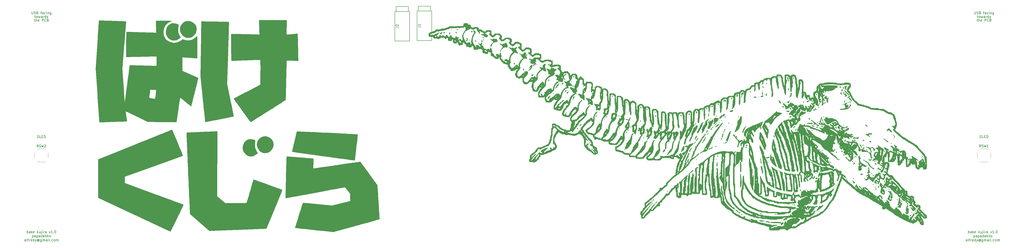
<source format=gbr>
G04 #@! TF.GenerationSoftware,KiCad,Pcbnew,(5.1.9)-1*
G04 #@! TF.CreationDate,2021-02-24T22:48:21-08:00*
G04 #@! TF.ProjectId,bakekujira,62616b65-6b75-46a6-9972-612e6b696361,1*
G04 #@! TF.SameCoordinates,Original*
G04 #@! TF.FileFunction,Legend,Top*
G04 #@! TF.FilePolarity,Positive*
%FSLAX46Y46*%
G04 Gerber Fmt 4.6, Leading zero omitted, Abs format (unit mm)*
G04 Created by KiCad (PCBNEW (5.1.9)-1) date 2021-02-24 22:48:21*
%MOMM*%
%LPD*%
G01*
G04 APERTURE LIST*
%ADD10C,0.150000*%
%ADD11C,0.010000*%
%ADD12C,0.120000*%
G04 APERTURE END LIST*
D10*
X410377428Y-127802380D02*
X410377428Y-126802380D01*
X410377428Y-127183333D02*
X410472666Y-127135714D01*
X410663142Y-127135714D01*
X410758380Y-127183333D01*
X410806000Y-127230952D01*
X410853619Y-127326190D01*
X410853619Y-127611904D01*
X410806000Y-127707142D01*
X410758380Y-127754761D01*
X410663142Y-127802380D01*
X410472666Y-127802380D01*
X410377428Y-127754761D01*
X411710761Y-127802380D02*
X411710761Y-127278571D01*
X411663142Y-127183333D01*
X411567904Y-127135714D01*
X411377428Y-127135714D01*
X411282190Y-127183333D01*
X411710761Y-127754761D02*
X411615523Y-127802380D01*
X411377428Y-127802380D01*
X411282190Y-127754761D01*
X411234571Y-127659523D01*
X411234571Y-127564285D01*
X411282190Y-127469047D01*
X411377428Y-127421428D01*
X411615523Y-127421428D01*
X411710761Y-127373809D01*
X412186952Y-127802380D02*
X412186952Y-126802380D01*
X412282190Y-127421428D02*
X412567904Y-127802380D01*
X412567904Y-127135714D02*
X412186952Y-127516666D01*
X413377428Y-127754761D02*
X413282190Y-127802380D01*
X413091714Y-127802380D01*
X412996476Y-127754761D01*
X412948857Y-127659523D01*
X412948857Y-127278571D01*
X412996476Y-127183333D01*
X413091714Y-127135714D01*
X413282190Y-127135714D01*
X413377428Y-127183333D01*
X413425047Y-127278571D01*
X413425047Y-127373809D01*
X412948857Y-127469047D01*
X414615523Y-127802380D02*
X414615523Y-126802380D01*
X414710761Y-127421428D02*
X414996476Y-127802380D01*
X414996476Y-127135714D02*
X414615523Y-127516666D01*
X415853619Y-127135714D02*
X415853619Y-127802380D01*
X415425047Y-127135714D02*
X415425047Y-127659523D01*
X415472666Y-127754761D01*
X415567904Y-127802380D01*
X415710761Y-127802380D01*
X415806000Y-127754761D01*
X415853619Y-127707142D01*
X416329809Y-127135714D02*
X416329809Y-127992857D01*
X416282190Y-128088095D01*
X416186952Y-128135714D01*
X416139333Y-128135714D01*
X416329809Y-126802380D02*
X416282190Y-126850000D01*
X416329809Y-126897619D01*
X416377428Y-126850000D01*
X416329809Y-126802380D01*
X416329809Y-126897619D01*
X416806000Y-127802380D02*
X416806000Y-127135714D01*
X416806000Y-126802380D02*
X416758380Y-126850000D01*
X416806000Y-126897619D01*
X416853619Y-126850000D01*
X416806000Y-126802380D01*
X416806000Y-126897619D01*
X417282190Y-127802380D02*
X417282190Y-127135714D01*
X417282190Y-127326190D02*
X417329809Y-127230952D01*
X417377428Y-127183333D01*
X417472666Y-127135714D01*
X417567904Y-127135714D01*
X418329809Y-127802380D02*
X418329809Y-127278571D01*
X418282190Y-127183333D01*
X418186952Y-127135714D01*
X417996476Y-127135714D01*
X417901238Y-127183333D01*
X418329809Y-127754761D02*
X418234571Y-127802380D01*
X417996476Y-127802380D01*
X417901238Y-127754761D01*
X417853619Y-127659523D01*
X417853619Y-127564285D01*
X417901238Y-127469047D01*
X417996476Y-127421428D01*
X418234571Y-127421428D01*
X418329809Y-127373809D01*
X419472666Y-127135714D02*
X419710761Y-127802380D01*
X419948857Y-127135714D01*
X420853619Y-127802380D02*
X420282190Y-127802380D01*
X420567904Y-127802380D02*
X420567904Y-126802380D01*
X420472666Y-126945238D01*
X420377428Y-127040476D01*
X420282190Y-127088095D01*
X421282190Y-127707142D02*
X421329809Y-127754761D01*
X421282190Y-127802380D01*
X421234571Y-127754761D01*
X421282190Y-127707142D01*
X421282190Y-127802380D01*
X421948857Y-126802380D02*
X422044095Y-126802380D01*
X422139333Y-126850000D01*
X422186952Y-126897619D01*
X422234571Y-126992857D01*
X422282190Y-127183333D01*
X422282190Y-127421428D01*
X422234571Y-127611904D01*
X422186952Y-127707142D01*
X422139333Y-127754761D01*
X422044095Y-127802380D01*
X421948857Y-127802380D01*
X421853619Y-127754761D01*
X421806000Y-127707142D01*
X421758380Y-127611904D01*
X421710761Y-127421428D01*
X421710761Y-127183333D01*
X421758380Y-126992857D01*
X421806000Y-126897619D01*
X421853619Y-126850000D01*
X421948857Y-126802380D01*
X412567904Y-128785714D02*
X412567904Y-129785714D01*
X412567904Y-128833333D02*
X412663142Y-128785714D01*
X412853619Y-128785714D01*
X412948857Y-128833333D01*
X412996476Y-128880952D01*
X413044095Y-128976190D01*
X413044095Y-129261904D01*
X412996476Y-129357142D01*
X412948857Y-129404761D01*
X412853619Y-129452380D01*
X412663142Y-129452380D01*
X412567904Y-129404761D01*
X413901238Y-129452380D02*
X413901238Y-128928571D01*
X413853619Y-128833333D01*
X413758380Y-128785714D01*
X413567904Y-128785714D01*
X413472666Y-128833333D01*
X413901238Y-129404761D02*
X413806000Y-129452380D01*
X413567904Y-129452380D01*
X413472666Y-129404761D01*
X413425047Y-129309523D01*
X413425047Y-129214285D01*
X413472666Y-129119047D01*
X413567904Y-129071428D01*
X413806000Y-129071428D01*
X413901238Y-129023809D01*
X414377428Y-128785714D02*
X414377428Y-129785714D01*
X414377428Y-128833333D02*
X414472666Y-128785714D01*
X414663142Y-128785714D01*
X414758380Y-128833333D01*
X414806000Y-128880952D01*
X414853619Y-128976190D01*
X414853619Y-129261904D01*
X414806000Y-129357142D01*
X414758380Y-129404761D01*
X414663142Y-129452380D01*
X414472666Y-129452380D01*
X414377428Y-129404761D01*
X415710761Y-129452380D02*
X415710761Y-128928571D01*
X415663142Y-128833333D01*
X415567904Y-128785714D01*
X415377428Y-128785714D01*
X415282190Y-128833333D01*
X415710761Y-129404761D02*
X415615523Y-129452380D01*
X415377428Y-129452380D01*
X415282190Y-129404761D01*
X415234571Y-129309523D01*
X415234571Y-129214285D01*
X415282190Y-129119047D01*
X415377428Y-129071428D01*
X415615523Y-129071428D01*
X415710761Y-129023809D01*
X416615523Y-129452380D02*
X416615523Y-128452380D01*
X416615523Y-129404761D02*
X416520285Y-129452380D01*
X416329809Y-129452380D01*
X416234571Y-129404761D01*
X416186952Y-129357142D01*
X416139333Y-129261904D01*
X416139333Y-128976190D01*
X416186952Y-128880952D01*
X416234571Y-128833333D01*
X416329809Y-128785714D01*
X416520285Y-128785714D01*
X416615523Y-128833333D01*
X417520285Y-129452380D02*
X417520285Y-128928571D01*
X417472666Y-128833333D01*
X417377428Y-128785714D01*
X417186952Y-128785714D01*
X417091714Y-128833333D01*
X417520285Y-129404761D02*
X417425047Y-129452380D01*
X417186952Y-129452380D01*
X417091714Y-129404761D01*
X417044095Y-129309523D01*
X417044095Y-129214285D01*
X417091714Y-129119047D01*
X417186952Y-129071428D01*
X417425047Y-129071428D01*
X417520285Y-129023809D01*
X417996476Y-129452380D02*
X417996476Y-128452380D01*
X418091714Y-129071428D02*
X418377428Y-129452380D01*
X418377428Y-128785714D02*
X417996476Y-129166666D01*
X418806000Y-129452380D02*
X418806000Y-128452380D01*
X418901238Y-129071428D02*
X419186952Y-129452380D01*
X419186952Y-128785714D02*
X418806000Y-129166666D01*
X419758380Y-129452380D02*
X419663142Y-129404761D01*
X419615523Y-129357142D01*
X419567904Y-129261904D01*
X419567904Y-128976190D01*
X419615523Y-128880952D01*
X419663142Y-128833333D01*
X419758380Y-128785714D01*
X419901238Y-128785714D01*
X419996476Y-128833333D01*
X420044095Y-128880952D01*
X420091714Y-128976190D01*
X420091714Y-129261904D01*
X420044095Y-129357142D01*
X419996476Y-129404761D01*
X419901238Y-129452380D01*
X419758380Y-129452380D01*
X409901238Y-131102380D02*
X409901238Y-130578571D01*
X409853619Y-130483333D01*
X409758380Y-130435714D01*
X409567904Y-130435714D01*
X409472666Y-130483333D01*
X409901238Y-131054761D02*
X409806000Y-131102380D01*
X409567904Y-131102380D01*
X409472666Y-131054761D01*
X409425047Y-130959523D01*
X409425047Y-130864285D01*
X409472666Y-130769047D01*
X409567904Y-130721428D01*
X409806000Y-130721428D01*
X409901238Y-130673809D01*
X410520285Y-131102380D02*
X410425047Y-131054761D01*
X410377428Y-130959523D01*
X410377428Y-130102380D01*
X410758380Y-130435714D02*
X411139333Y-130435714D01*
X410901238Y-131102380D02*
X410901238Y-130245238D01*
X410948857Y-130150000D01*
X411044095Y-130102380D01*
X411139333Y-130102380D01*
X411472666Y-131102380D02*
X411472666Y-130435714D01*
X411472666Y-130626190D02*
X411520285Y-130530952D01*
X411567904Y-130483333D01*
X411663142Y-130435714D01*
X411758380Y-130435714D01*
X412472666Y-131054761D02*
X412377428Y-131102380D01*
X412186952Y-131102380D01*
X412091714Y-131054761D01*
X412044095Y-130959523D01*
X412044095Y-130578571D01*
X412091714Y-130483333D01*
X412186952Y-130435714D01*
X412377428Y-130435714D01*
X412472666Y-130483333D01*
X412520285Y-130578571D01*
X412520285Y-130673809D01*
X412044095Y-130769047D01*
X413377428Y-131102380D02*
X413377428Y-130102380D01*
X413377428Y-131054761D02*
X413282190Y-131102380D01*
X413091714Y-131102380D01*
X412996476Y-131054761D01*
X412948857Y-131007142D01*
X412901238Y-130911904D01*
X412901238Y-130626190D01*
X412948857Y-130530952D01*
X412996476Y-130483333D01*
X413091714Y-130435714D01*
X413282190Y-130435714D01*
X413377428Y-130483333D01*
X413758380Y-130435714D02*
X413996476Y-131102380D01*
X414234571Y-130435714D02*
X413996476Y-131102380D01*
X413901238Y-131340476D01*
X413853619Y-131388095D01*
X413758380Y-131435714D01*
X415234571Y-130626190D02*
X415186952Y-130578571D01*
X415091714Y-130530952D01*
X414996476Y-130530952D01*
X414901238Y-130578571D01*
X414853619Y-130626190D01*
X414806000Y-130721428D01*
X414806000Y-130816666D01*
X414853619Y-130911904D01*
X414901238Y-130959523D01*
X414996476Y-131007142D01*
X415091714Y-131007142D01*
X415186952Y-130959523D01*
X415234571Y-130911904D01*
X415234571Y-130530952D02*
X415234571Y-130911904D01*
X415282190Y-130959523D01*
X415329809Y-130959523D01*
X415425047Y-130911904D01*
X415472666Y-130816666D01*
X415472666Y-130578571D01*
X415377428Y-130435714D01*
X415234571Y-130340476D01*
X415044095Y-130292857D01*
X414853619Y-130340476D01*
X414710761Y-130435714D01*
X414615523Y-130578571D01*
X414567904Y-130769047D01*
X414615523Y-130959523D01*
X414710761Y-131102380D01*
X414853619Y-131197619D01*
X415044095Y-131245238D01*
X415234571Y-131197619D01*
X415377428Y-131102380D01*
X416329809Y-130435714D02*
X416329809Y-131245238D01*
X416282190Y-131340476D01*
X416234571Y-131388095D01*
X416139333Y-131435714D01*
X415996476Y-131435714D01*
X415901238Y-131388095D01*
X416329809Y-131054761D02*
X416234571Y-131102380D01*
X416044095Y-131102380D01*
X415948857Y-131054761D01*
X415901238Y-131007142D01*
X415853619Y-130911904D01*
X415853619Y-130626190D01*
X415901238Y-130530952D01*
X415948857Y-130483333D01*
X416044095Y-130435714D01*
X416234571Y-130435714D01*
X416329809Y-130483333D01*
X416806000Y-131102380D02*
X416806000Y-130435714D01*
X416806000Y-130530952D02*
X416853619Y-130483333D01*
X416948857Y-130435714D01*
X417091714Y-130435714D01*
X417186952Y-130483333D01*
X417234571Y-130578571D01*
X417234571Y-131102380D01*
X417234571Y-130578571D02*
X417282190Y-130483333D01*
X417377428Y-130435714D01*
X417520285Y-130435714D01*
X417615523Y-130483333D01*
X417663142Y-130578571D01*
X417663142Y-131102380D01*
X418567904Y-131102380D02*
X418567904Y-130578571D01*
X418520285Y-130483333D01*
X418425047Y-130435714D01*
X418234571Y-130435714D01*
X418139333Y-130483333D01*
X418567904Y-131054761D02*
X418472666Y-131102380D01*
X418234571Y-131102380D01*
X418139333Y-131054761D01*
X418091714Y-130959523D01*
X418091714Y-130864285D01*
X418139333Y-130769047D01*
X418234571Y-130721428D01*
X418472666Y-130721428D01*
X418567904Y-130673809D01*
X419044095Y-131102380D02*
X419044095Y-130435714D01*
X419044095Y-130102380D02*
X418996476Y-130150000D01*
X419044095Y-130197619D01*
X419091714Y-130150000D01*
X419044095Y-130102380D01*
X419044095Y-130197619D01*
X419663142Y-131102380D02*
X419567904Y-131054761D01*
X419520285Y-130959523D01*
X419520285Y-130102380D01*
X420044095Y-131007142D02*
X420091714Y-131054761D01*
X420044095Y-131102380D01*
X419996476Y-131054761D01*
X420044095Y-131007142D01*
X420044095Y-131102380D01*
X420948857Y-131054761D02*
X420853619Y-131102380D01*
X420663142Y-131102380D01*
X420567904Y-131054761D01*
X420520285Y-131007142D01*
X420472666Y-130911904D01*
X420472666Y-130626190D01*
X420520285Y-130530952D01*
X420567904Y-130483333D01*
X420663142Y-130435714D01*
X420853619Y-130435714D01*
X420948857Y-130483333D01*
X421520285Y-131102380D02*
X421425047Y-131054761D01*
X421377428Y-131007142D01*
X421329809Y-130911904D01*
X421329809Y-130626190D01*
X421377428Y-130530952D01*
X421425047Y-130483333D01*
X421520285Y-130435714D01*
X421663142Y-130435714D01*
X421758380Y-130483333D01*
X421806000Y-130530952D01*
X421853619Y-130626190D01*
X421853619Y-130911904D01*
X421806000Y-131007142D01*
X421758380Y-131054761D01*
X421663142Y-131102380D01*
X421520285Y-131102380D01*
X422282190Y-131102380D02*
X422282190Y-130435714D01*
X422282190Y-130530952D02*
X422329809Y-130483333D01*
X422425047Y-130435714D01*
X422567904Y-130435714D01*
X422663142Y-130483333D01*
X422710761Y-130578571D01*
X422710761Y-131102380D01*
X422710761Y-130578571D02*
X422758380Y-130483333D01*
X422853619Y-130435714D01*
X422996476Y-130435714D01*
X423091714Y-130483333D01*
X423139333Y-130578571D01*
X423139333Y-131102380D01*
X25476428Y-127802380D02*
X25476428Y-126802380D01*
X25476428Y-127183333D02*
X25571666Y-127135714D01*
X25762142Y-127135714D01*
X25857380Y-127183333D01*
X25905000Y-127230952D01*
X25952619Y-127326190D01*
X25952619Y-127611904D01*
X25905000Y-127707142D01*
X25857380Y-127754761D01*
X25762142Y-127802380D01*
X25571666Y-127802380D01*
X25476428Y-127754761D01*
X26809761Y-127802380D02*
X26809761Y-127278571D01*
X26762142Y-127183333D01*
X26666904Y-127135714D01*
X26476428Y-127135714D01*
X26381190Y-127183333D01*
X26809761Y-127754761D02*
X26714523Y-127802380D01*
X26476428Y-127802380D01*
X26381190Y-127754761D01*
X26333571Y-127659523D01*
X26333571Y-127564285D01*
X26381190Y-127469047D01*
X26476428Y-127421428D01*
X26714523Y-127421428D01*
X26809761Y-127373809D01*
X27285952Y-127802380D02*
X27285952Y-126802380D01*
X27381190Y-127421428D02*
X27666904Y-127802380D01*
X27666904Y-127135714D02*
X27285952Y-127516666D01*
X28476428Y-127754761D02*
X28381190Y-127802380D01*
X28190714Y-127802380D01*
X28095476Y-127754761D01*
X28047857Y-127659523D01*
X28047857Y-127278571D01*
X28095476Y-127183333D01*
X28190714Y-127135714D01*
X28381190Y-127135714D01*
X28476428Y-127183333D01*
X28524047Y-127278571D01*
X28524047Y-127373809D01*
X28047857Y-127469047D01*
X29714523Y-127802380D02*
X29714523Y-126802380D01*
X29809761Y-127421428D02*
X30095476Y-127802380D01*
X30095476Y-127135714D02*
X29714523Y-127516666D01*
X30952619Y-127135714D02*
X30952619Y-127802380D01*
X30524047Y-127135714D02*
X30524047Y-127659523D01*
X30571666Y-127754761D01*
X30666904Y-127802380D01*
X30809761Y-127802380D01*
X30905000Y-127754761D01*
X30952619Y-127707142D01*
X31428809Y-127135714D02*
X31428809Y-127992857D01*
X31381190Y-128088095D01*
X31285952Y-128135714D01*
X31238333Y-128135714D01*
X31428809Y-126802380D02*
X31381190Y-126850000D01*
X31428809Y-126897619D01*
X31476428Y-126850000D01*
X31428809Y-126802380D01*
X31428809Y-126897619D01*
X31905000Y-127802380D02*
X31905000Y-127135714D01*
X31905000Y-126802380D02*
X31857380Y-126850000D01*
X31905000Y-126897619D01*
X31952619Y-126850000D01*
X31905000Y-126802380D01*
X31905000Y-126897619D01*
X32381190Y-127802380D02*
X32381190Y-127135714D01*
X32381190Y-127326190D02*
X32428809Y-127230952D01*
X32476428Y-127183333D01*
X32571666Y-127135714D01*
X32666904Y-127135714D01*
X33428809Y-127802380D02*
X33428809Y-127278571D01*
X33381190Y-127183333D01*
X33285952Y-127135714D01*
X33095476Y-127135714D01*
X33000238Y-127183333D01*
X33428809Y-127754761D02*
X33333571Y-127802380D01*
X33095476Y-127802380D01*
X33000238Y-127754761D01*
X32952619Y-127659523D01*
X32952619Y-127564285D01*
X33000238Y-127469047D01*
X33095476Y-127421428D01*
X33333571Y-127421428D01*
X33428809Y-127373809D01*
X34571666Y-127135714D02*
X34809761Y-127802380D01*
X35047857Y-127135714D01*
X35952619Y-127802380D02*
X35381190Y-127802380D01*
X35666904Y-127802380D02*
X35666904Y-126802380D01*
X35571666Y-126945238D01*
X35476428Y-127040476D01*
X35381190Y-127088095D01*
X36381190Y-127707142D02*
X36428809Y-127754761D01*
X36381190Y-127802380D01*
X36333571Y-127754761D01*
X36381190Y-127707142D01*
X36381190Y-127802380D01*
X37047857Y-126802380D02*
X37143095Y-126802380D01*
X37238333Y-126850000D01*
X37285952Y-126897619D01*
X37333571Y-126992857D01*
X37381190Y-127183333D01*
X37381190Y-127421428D01*
X37333571Y-127611904D01*
X37285952Y-127707142D01*
X37238333Y-127754761D01*
X37143095Y-127802380D01*
X37047857Y-127802380D01*
X36952619Y-127754761D01*
X36904999Y-127707142D01*
X36857380Y-127611904D01*
X36809761Y-127421428D01*
X36809761Y-127183333D01*
X36857380Y-126992857D01*
X36904999Y-126897619D01*
X36952619Y-126850000D01*
X37047857Y-126802380D01*
X27666904Y-128785714D02*
X27666904Y-129785714D01*
X27666904Y-128833333D02*
X27762142Y-128785714D01*
X27952619Y-128785714D01*
X28047857Y-128833333D01*
X28095476Y-128880952D01*
X28143095Y-128976190D01*
X28143095Y-129261904D01*
X28095476Y-129357142D01*
X28047857Y-129404761D01*
X27952619Y-129452380D01*
X27762142Y-129452380D01*
X27666904Y-129404761D01*
X29000238Y-129452380D02*
X29000238Y-128928571D01*
X28952619Y-128833333D01*
X28857380Y-128785714D01*
X28666904Y-128785714D01*
X28571666Y-128833333D01*
X29000238Y-129404761D02*
X28905000Y-129452380D01*
X28666904Y-129452380D01*
X28571666Y-129404761D01*
X28524047Y-129309523D01*
X28524047Y-129214285D01*
X28571666Y-129119047D01*
X28666904Y-129071428D01*
X28905000Y-129071428D01*
X29000238Y-129023809D01*
X29476428Y-128785714D02*
X29476428Y-129785714D01*
X29476428Y-128833333D02*
X29571666Y-128785714D01*
X29762142Y-128785714D01*
X29857380Y-128833333D01*
X29905000Y-128880952D01*
X29952619Y-128976190D01*
X29952619Y-129261904D01*
X29905000Y-129357142D01*
X29857380Y-129404761D01*
X29762142Y-129452380D01*
X29571666Y-129452380D01*
X29476428Y-129404761D01*
X30809761Y-129452380D02*
X30809761Y-128928571D01*
X30762142Y-128833333D01*
X30666904Y-128785714D01*
X30476428Y-128785714D01*
X30381190Y-128833333D01*
X30809761Y-129404761D02*
X30714523Y-129452380D01*
X30476428Y-129452380D01*
X30381190Y-129404761D01*
X30333571Y-129309523D01*
X30333571Y-129214285D01*
X30381190Y-129119047D01*
X30476428Y-129071428D01*
X30714523Y-129071428D01*
X30809761Y-129023809D01*
X31714523Y-129452380D02*
X31714523Y-128452380D01*
X31714523Y-129404761D02*
X31619285Y-129452380D01*
X31428809Y-129452380D01*
X31333571Y-129404761D01*
X31285952Y-129357142D01*
X31238333Y-129261904D01*
X31238333Y-128976190D01*
X31285952Y-128880952D01*
X31333571Y-128833333D01*
X31428809Y-128785714D01*
X31619285Y-128785714D01*
X31714523Y-128833333D01*
X32619285Y-129452380D02*
X32619285Y-128928571D01*
X32571666Y-128833333D01*
X32476428Y-128785714D01*
X32285952Y-128785714D01*
X32190714Y-128833333D01*
X32619285Y-129404761D02*
X32524047Y-129452380D01*
X32285952Y-129452380D01*
X32190714Y-129404761D01*
X32143095Y-129309523D01*
X32143095Y-129214285D01*
X32190714Y-129119047D01*
X32285952Y-129071428D01*
X32524047Y-129071428D01*
X32619285Y-129023809D01*
X33095476Y-129452380D02*
X33095476Y-128452380D01*
X33190714Y-129071428D02*
X33476428Y-129452380D01*
X33476428Y-128785714D02*
X33095476Y-129166666D01*
X33905000Y-129452380D02*
X33905000Y-128452380D01*
X34000238Y-129071428D02*
X34285952Y-129452380D01*
X34285952Y-128785714D02*
X33905000Y-129166666D01*
X34857380Y-129452380D02*
X34762142Y-129404761D01*
X34714523Y-129357142D01*
X34666904Y-129261904D01*
X34666904Y-128976190D01*
X34714523Y-128880952D01*
X34762142Y-128833333D01*
X34857380Y-128785714D01*
X35000238Y-128785714D01*
X35095476Y-128833333D01*
X35143095Y-128880952D01*
X35190714Y-128976190D01*
X35190714Y-129261904D01*
X35143095Y-129357142D01*
X35095476Y-129404761D01*
X35000238Y-129452380D01*
X34857380Y-129452380D01*
X25000238Y-131102380D02*
X25000238Y-130578571D01*
X24952619Y-130483333D01*
X24857380Y-130435714D01*
X24666904Y-130435714D01*
X24571666Y-130483333D01*
X25000238Y-131054761D02*
X24905000Y-131102380D01*
X24666904Y-131102380D01*
X24571666Y-131054761D01*
X24524047Y-130959523D01*
X24524047Y-130864285D01*
X24571666Y-130769047D01*
X24666904Y-130721428D01*
X24905000Y-130721428D01*
X25000238Y-130673809D01*
X25619285Y-131102380D02*
X25524047Y-131054761D01*
X25476428Y-130959523D01*
X25476428Y-130102380D01*
X25857380Y-130435714D02*
X26238333Y-130435714D01*
X26000238Y-131102380D02*
X26000238Y-130245238D01*
X26047857Y-130150000D01*
X26143095Y-130102380D01*
X26238333Y-130102380D01*
X26571666Y-131102380D02*
X26571666Y-130435714D01*
X26571666Y-130626190D02*
X26619285Y-130530952D01*
X26666904Y-130483333D01*
X26762142Y-130435714D01*
X26857380Y-130435714D01*
X27571666Y-131054761D02*
X27476428Y-131102380D01*
X27285952Y-131102380D01*
X27190714Y-131054761D01*
X27143095Y-130959523D01*
X27143095Y-130578571D01*
X27190714Y-130483333D01*
X27285952Y-130435714D01*
X27476428Y-130435714D01*
X27571666Y-130483333D01*
X27619285Y-130578571D01*
X27619285Y-130673809D01*
X27143095Y-130769047D01*
X28476428Y-131102380D02*
X28476428Y-130102380D01*
X28476428Y-131054761D02*
X28381190Y-131102380D01*
X28190714Y-131102380D01*
X28095476Y-131054761D01*
X28047857Y-131007142D01*
X28000238Y-130911904D01*
X28000238Y-130626190D01*
X28047857Y-130530952D01*
X28095476Y-130483333D01*
X28190714Y-130435714D01*
X28381190Y-130435714D01*
X28476428Y-130483333D01*
X28857380Y-130435714D02*
X29095476Y-131102380D01*
X29333571Y-130435714D02*
X29095476Y-131102380D01*
X29000238Y-131340476D01*
X28952619Y-131388095D01*
X28857380Y-131435714D01*
X30333571Y-130626190D02*
X30285952Y-130578571D01*
X30190714Y-130530952D01*
X30095476Y-130530952D01*
X30000238Y-130578571D01*
X29952619Y-130626190D01*
X29905000Y-130721428D01*
X29905000Y-130816666D01*
X29952619Y-130911904D01*
X30000238Y-130959523D01*
X30095476Y-131007142D01*
X30190714Y-131007142D01*
X30285952Y-130959523D01*
X30333571Y-130911904D01*
X30333571Y-130530952D02*
X30333571Y-130911904D01*
X30381190Y-130959523D01*
X30428809Y-130959523D01*
X30524047Y-130911904D01*
X30571666Y-130816666D01*
X30571666Y-130578571D01*
X30476428Y-130435714D01*
X30333571Y-130340476D01*
X30143095Y-130292857D01*
X29952619Y-130340476D01*
X29809761Y-130435714D01*
X29714523Y-130578571D01*
X29666904Y-130769047D01*
X29714523Y-130959523D01*
X29809761Y-131102380D01*
X29952619Y-131197619D01*
X30143095Y-131245238D01*
X30333571Y-131197619D01*
X30476428Y-131102380D01*
X31428809Y-130435714D02*
X31428809Y-131245238D01*
X31381190Y-131340476D01*
X31333571Y-131388095D01*
X31238333Y-131435714D01*
X31095476Y-131435714D01*
X31000238Y-131388095D01*
X31428809Y-131054761D02*
X31333571Y-131102380D01*
X31143095Y-131102380D01*
X31047857Y-131054761D01*
X31000238Y-131007142D01*
X30952619Y-130911904D01*
X30952619Y-130626190D01*
X31000238Y-130530952D01*
X31047857Y-130483333D01*
X31143095Y-130435714D01*
X31333571Y-130435714D01*
X31428809Y-130483333D01*
X31905000Y-131102380D02*
X31905000Y-130435714D01*
X31905000Y-130530952D02*
X31952619Y-130483333D01*
X32047857Y-130435714D01*
X32190714Y-130435714D01*
X32285952Y-130483333D01*
X32333571Y-130578571D01*
X32333571Y-131102380D01*
X32333571Y-130578571D02*
X32381190Y-130483333D01*
X32476428Y-130435714D01*
X32619285Y-130435714D01*
X32714523Y-130483333D01*
X32762142Y-130578571D01*
X32762142Y-131102380D01*
X33666904Y-131102380D02*
X33666904Y-130578571D01*
X33619285Y-130483333D01*
X33524047Y-130435714D01*
X33333571Y-130435714D01*
X33238333Y-130483333D01*
X33666904Y-131054761D02*
X33571666Y-131102380D01*
X33333571Y-131102380D01*
X33238333Y-131054761D01*
X33190714Y-130959523D01*
X33190714Y-130864285D01*
X33238333Y-130769047D01*
X33333571Y-130721428D01*
X33571666Y-130721428D01*
X33666904Y-130673809D01*
X34143095Y-131102380D02*
X34143095Y-130435714D01*
X34143095Y-130102380D02*
X34095476Y-130150000D01*
X34143095Y-130197619D01*
X34190714Y-130150000D01*
X34143095Y-130102380D01*
X34143095Y-130197619D01*
X34762142Y-131102380D02*
X34666904Y-131054761D01*
X34619285Y-130959523D01*
X34619285Y-130102380D01*
X35143095Y-131007142D02*
X35190714Y-131054761D01*
X35143095Y-131102380D01*
X35095476Y-131054761D01*
X35143095Y-131007142D01*
X35143095Y-131102380D01*
X36047857Y-131054761D02*
X35952619Y-131102380D01*
X35762142Y-131102380D01*
X35666904Y-131054761D01*
X35619285Y-131007142D01*
X35571666Y-130911904D01*
X35571666Y-130626190D01*
X35619285Y-130530952D01*
X35666904Y-130483333D01*
X35762142Y-130435714D01*
X35952619Y-130435714D01*
X36047857Y-130483333D01*
X36619285Y-131102380D02*
X36524047Y-131054761D01*
X36476428Y-131007142D01*
X36428809Y-130911904D01*
X36428809Y-130626190D01*
X36476428Y-130530952D01*
X36524047Y-130483333D01*
X36619285Y-130435714D01*
X36762142Y-130435714D01*
X36857380Y-130483333D01*
X36905000Y-130530952D01*
X36952619Y-130626190D01*
X36952619Y-130911904D01*
X36905000Y-131007142D01*
X36857380Y-131054761D01*
X36762142Y-131102380D01*
X36619285Y-131102380D01*
X37381190Y-131102380D02*
X37381190Y-130435714D01*
X37381190Y-130530952D02*
X37428809Y-130483333D01*
X37524047Y-130435714D01*
X37666904Y-130435714D01*
X37762142Y-130483333D01*
X37809761Y-130578571D01*
X37809761Y-131102380D01*
X37809761Y-130578571D02*
X37857380Y-130483333D01*
X37952619Y-130435714D01*
X38095476Y-130435714D01*
X38190714Y-130483333D01*
X38238333Y-130578571D01*
X38238333Y-131102380D01*
D11*
G36*
X132049864Y-96502294D02*
G01*
X132216195Y-96509640D01*
X132525050Y-96529151D01*
X132958893Y-96559414D01*
X133500186Y-96599017D01*
X134131392Y-96646546D01*
X134834974Y-96700588D01*
X135593394Y-96759731D01*
X136389116Y-96822562D01*
X137204600Y-96887667D01*
X138022312Y-96953633D01*
X138824712Y-97019048D01*
X139594263Y-97082498D01*
X140313429Y-97142571D01*
X140964672Y-97197854D01*
X141530454Y-97246933D01*
X141993238Y-97288396D01*
X142335488Y-97320830D01*
X142539664Y-97342821D01*
X142591669Y-97351642D01*
X142598341Y-97442870D01*
X142597553Y-97679230D01*
X142589897Y-98036713D01*
X142575965Y-98491310D01*
X142556350Y-99019011D01*
X142542035Y-99362231D01*
X142519857Y-99923380D01*
X142504080Y-100426835D01*
X142495124Y-100848364D01*
X142493414Y-101163732D01*
X142499369Y-101348706D01*
X142506773Y-101386995D01*
X142595443Y-101381423D01*
X142841028Y-101352324D01*
X143232972Y-101301196D01*
X143760715Y-101229541D01*
X144413700Y-101138858D01*
X145181370Y-101030648D01*
X146053167Y-100906410D01*
X147018532Y-100767646D01*
X148066907Y-100615855D01*
X149187736Y-100452537D01*
X150370460Y-100279193D01*
X151604522Y-100097324D01*
X152131672Y-100019338D01*
X153383501Y-99834212D01*
X154588012Y-99656619D01*
X155734680Y-99488084D01*
X156812983Y-99330128D01*
X157812399Y-99184277D01*
X158722405Y-99052052D01*
X159532478Y-98934977D01*
X160232095Y-98834577D01*
X160810734Y-98752373D01*
X161257873Y-98689889D01*
X161562987Y-98648650D01*
X161715556Y-98630177D01*
X161731614Y-98629574D01*
X161789674Y-98706823D01*
X161937390Y-98907418D01*
X162164843Y-99217741D01*
X162462116Y-99624175D01*
X162819289Y-100113104D01*
X163226444Y-100670911D01*
X163673663Y-101283978D01*
X164151027Y-101938688D01*
X164648617Y-102621426D01*
X165156514Y-103318573D01*
X165664801Y-104016514D01*
X166163559Y-104701630D01*
X166642868Y-105360306D01*
X167092811Y-105978924D01*
X167503468Y-106543867D01*
X167864922Y-107041519D01*
X168167254Y-107458262D01*
X168400545Y-107780480D01*
X168554876Y-107994556D01*
X168620329Y-108086872D01*
X168620408Y-108086992D01*
X168646817Y-108153157D01*
X168674194Y-108278467D01*
X168703333Y-108472776D01*
X168735023Y-108745942D01*
X168770059Y-109107822D01*
X168809231Y-109568271D01*
X168853331Y-110137147D01*
X168903152Y-110824306D01*
X168959485Y-111639604D01*
X169023123Y-112592899D01*
X169094856Y-113694046D01*
X169175478Y-114952903D01*
X169188433Y-115156658D01*
X169255287Y-116219311D01*
X169317800Y-117233088D01*
X169375266Y-118185306D01*
X169426977Y-119063276D01*
X169472229Y-119854313D01*
X169510312Y-120545731D01*
X169540522Y-121124842D01*
X169562151Y-121578962D01*
X169574492Y-121895403D01*
X169576840Y-122061479D01*
X169574315Y-122083955D01*
X169483776Y-122118015D01*
X169242244Y-122192845D01*
X168862191Y-122305015D01*
X168356087Y-122451099D01*
X167736404Y-122627669D01*
X167015613Y-122831297D01*
X166206185Y-123058555D01*
X165320591Y-123306016D01*
X164371303Y-123570253D01*
X163370791Y-123847837D01*
X162331526Y-124135341D01*
X161265980Y-124429336D01*
X160186624Y-124726397D01*
X159105930Y-125023093D01*
X158036367Y-125315999D01*
X156990408Y-125601687D01*
X155980523Y-125876728D01*
X155019183Y-126137695D01*
X154118861Y-126381160D01*
X153292026Y-126603696D01*
X152551151Y-126801874D01*
X151908705Y-126972268D01*
X151377161Y-127111450D01*
X150968990Y-127215991D01*
X150696662Y-127282465D01*
X150572649Y-127307443D01*
X150569066Y-127307534D01*
X150447198Y-127297238D01*
X150169399Y-127270211D01*
X149748107Y-127227748D01*
X149195760Y-127171146D01*
X148524799Y-127101701D01*
X147747662Y-127020709D01*
X146876787Y-126929467D01*
X145924615Y-126829271D01*
X144903584Y-126721417D01*
X143826132Y-126607201D01*
X142726833Y-126490279D01*
X141612685Y-126371448D01*
X140547449Y-126257573D01*
X139543048Y-126149942D01*
X138611408Y-126049846D01*
X137764452Y-125958574D01*
X137014105Y-125877417D01*
X136372290Y-125807663D01*
X135850932Y-125750603D01*
X135461955Y-125707527D01*
X135217283Y-125679723D01*
X135128840Y-125668483D01*
X135128748Y-125668437D01*
X135148110Y-125586728D01*
X135213224Y-125360161D01*
X135318914Y-125005369D01*
X135459999Y-124538986D01*
X135631304Y-123977647D01*
X135827650Y-123337985D01*
X136043859Y-122636634D01*
X136274754Y-121890228D01*
X136515156Y-121115402D01*
X136759887Y-120328789D01*
X137003771Y-119547023D01*
X137241629Y-118786738D01*
X137468282Y-118064569D01*
X137678555Y-117397149D01*
X137867268Y-116801112D01*
X138029243Y-116293092D01*
X138159303Y-115889723D01*
X138252271Y-115607640D01*
X138302967Y-115463475D01*
X138310072Y-115448315D01*
X138401635Y-115446684D01*
X138648014Y-115460790D01*
X139035543Y-115489439D01*
X139550553Y-115531437D01*
X140179376Y-115585590D01*
X140908345Y-115650703D01*
X141723791Y-115725584D01*
X142612047Y-115809039D01*
X143559445Y-115899873D01*
X144250833Y-115967241D01*
X150135167Y-116544352D01*
X153932214Y-115611413D01*
X157729262Y-114678475D01*
X157678714Y-114425737D01*
X157660260Y-114250044D01*
X157644825Y-113944136D01*
X157633767Y-113547122D01*
X157628444Y-113098112D01*
X157628167Y-112970740D01*
X157628167Y-111768481D01*
X156602486Y-110398990D01*
X156269766Y-109963504D01*
X155971629Y-109590072D01*
X155723809Y-109297237D01*
X155542039Y-109103539D01*
X155442054Y-109027521D01*
X155438319Y-109027082D01*
X155340296Y-109042205D01*
X155085294Y-109086980D01*
X154682729Y-109159657D01*
X154142018Y-109258486D01*
X153472577Y-109381717D01*
X152683825Y-109527600D01*
X151785176Y-109694385D01*
X150786049Y-109880322D01*
X149695859Y-110083660D01*
X148524024Y-110302650D01*
X147279960Y-110535541D01*
X145973084Y-110780584D01*
X144612812Y-111036029D01*
X143296962Y-111283488D01*
X141896890Y-111546521D01*
X140542390Y-111800117D01*
X139242791Y-112042572D01*
X138007422Y-112272180D01*
X136845611Y-112487237D01*
X135766687Y-112686039D01*
X134779980Y-112866880D01*
X133894817Y-113028055D01*
X133120528Y-113167860D01*
X132466442Y-113284591D01*
X131941886Y-113376541D01*
X131556192Y-113442007D01*
X131318686Y-113479284D01*
X131238815Y-113487037D01*
X131233887Y-113397554D01*
X131233295Y-113152954D01*
X131236708Y-112767387D01*
X131243794Y-112255004D01*
X131254219Y-111629959D01*
X131267654Y-110906400D01*
X131283764Y-110098480D01*
X131302220Y-109220351D01*
X131322688Y-108286162D01*
X131344837Y-107310067D01*
X131368334Y-106306215D01*
X131392848Y-105288759D01*
X131418047Y-104271848D01*
X131443598Y-103269636D01*
X131469171Y-102296273D01*
X131494432Y-101365910D01*
X131519050Y-100492699D01*
X131542692Y-99690791D01*
X131565028Y-98974337D01*
X131585724Y-98357488D01*
X131604450Y-97854397D01*
X131607052Y-97790000D01*
X131659896Y-96498833D01*
X132049864Y-96502294D01*
G37*
X132049864Y-96502294D02*
X132216195Y-96509640D01*
X132525050Y-96529151D01*
X132958893Y-96559414D01*
X133500186Y-96599017D01*
X134131392Y-96646546D01*
X134834974Y-96700588D01*
X135593394Y-96759731D01*
X136389116Y-96822562D01*
X137204600Y-96887667D01*
X138022312Y-96953633D01*
X138824712Y-97019048D01*
X139594263Y-97082498D01*
X140313429Y-97142571D01*
X140964672Y-97197854D01*
X141530454Y-97246933D01*
X141993238Y-97288396D01*
X142335488Y-97320830D01*
X142539664Y-97342821D01*
X142591669Y-97351642D01*
X142598341Y-97442870D01*
X142597553Y-97679230D01*
X142589897Y-98036713D01*
X142575965Y-98491310D01*
X142556350Y-99019011D01*
X142542035Y-99362231D01*
X142519857Y-99923380D01*
X142504080Y-100426835D01*
X142495124Y-100848364D01*
X142493414Y-101163732D01*
X142499369Y-101348706D01*
X142506773Y-101386995D01*
X142595443Y-101381423D01*
X142841028Y-101352324D01*
X143232972Y-101301196D01*
X143760715Y-101229541D01*
X144413700Y-101138858D01*
X145181370Y-101030648D01*
X146053167Y-100906410D01*
X147018532Y-100767646D01*
X148066907Y-100615855D01*
X149187736Y-100452537D01*
X150370460Y-100279193D01*
X151604522Y-100097324D01*
X152131672Y-100019338D01*
X153383501Y-99834212D01*
X154588012Y-99656619D01*
X155734680Y-99488084D01*
X156812983Y-99330128D01*
X157812399Y-99184277D01*
X158722405Y-99052052D01*
X159532478Y-98934977D01*
X160232095Y-98834577D01*
X160810734Y-98752373D01*
X161257873Y-98689889D01*
X161562987Y-98648650D01*
X161715556Y-98630177D01*
X161731614Y-98629574D01*
X161789674Y-98706823D01*
X161937390Y-98907418D01*
X162164843Y-99217741D01*
X162462116Y-99624175D01*
X162819289Y-100113104D01*
X163226444Y-100670911D01*
X163673663Y-101283978D01*
X164151027Y-101938688D01*
X164648617Y-102621426D01*
X165156514Y-103318573D01*
X165664801Y-104016514D01*
X166163559Y-104701630D01*
X166642868Y-105360306D01*
X167092811Y-105978924D01*
X167503468Y-106543867D01*
X167864922Y-107041519D01*
X168167254Y-107458262D01*
X168400545Y-107780480D01*
X168554876Y-107994556D01*
X168620329Y-108086872D01*
X168620408Y-108086992D01*
X168646817Y-108153157D01*
X168674194Y-108278467D01*
X168703333Y-108472776D01*
X168735023Y-108745942D01*
X168770059Y-109107822D01*
X168809231Y-109568271D01*
X168853331Y-110137147D01*
X168903152Y-110824306D01*
X168959485Y-111639604D01*
X169023123Y-112592899D01*
X169094856Y-113694046D01*
X169175478Y-114952903D01*
X169188433Y-115156658D01*
X169255287Y-116219311D01*
X169317800Y-117233088D01*
X169375266Y-118185306D01*
X169426977Y-119063276D01*
X169472229Y-119854313D01*
X169510312Y-120545731D01*
X169540522Y-121124842D01*
X169562151Y-121578962D01*
X169574492Y-121895403D01*
X169576840Y-122061479D01*
X169574315Y-122083955D01*
X169483776Y-122118015D01*
X169242244Y-122192845D01*
X168862191Y-122305015D01*
X168356087Y-122451099D01*
X167736404Y-122627669D01*
X167015613Y-122831297D01*
X166206185Y-123058555D01*
X165320591Y-123306016D01*
X164371303Y-123570253D01*
X163370791Y-123847837D01*
X162331526Y-124135341D01*
X161265980Y-124429336D01*
X160186624Y-124726397D01*
X159105930Y-125023093D01*
X158036367Y-125315999D01*
X156990408Y-125601687D01*
X155980523Y-125876728D01*
X155019183Y-126137695D01*
X154118861Y-126381160D01*
X153292026Y-126603696D01*
X152551151Y-126801874D01*
X151908705Y-126972268D01*
X151377161Y-127111450D01*
X150968990Y-127215991D01*
X150696662Y-127282465D01*
X150572649Y-127307443D01*
X150569066Y-127307534D01*
X150447198Y-127297238D01*
X150169399Y-127270211D01*
X149748107Y-127227748D01*
X149195760Y-127171146D01*
X148524799Y-127101701D01*
X147747662Y-127020709D01*
X146876787Y-126929467D01*
X145924615Y-126829271D01*
X144903584Y-126721417D01*
X143826132Y-126607201D01*
X142726833Y-126490279D01*
X141612685Y-126371448D01*
X140547449Y-126257573D01*
X139543048Y-126149942D01*
X138611408Y-126049846D01*
X137764452Y-125958574D01*
X137014105Y-125877417D01*
X136372290Y-125807663D01*
X135850932Y-125750603D01*
X135461955Y-125707527D01*
X135217283Y-125679723D01*
X135128840Y-125668483D01*
X135128748Y-125668437D01*
X135148110Y-125586728D01*
X135213224Y-125360161D01*
X135318914Y-125005369D01*
X135459999Y-124538986D01*
X135631304Y-123977647D01*
X135827650Y-123337985D01*
X136043859Y-122636634D01*
X136274754Y-121890228D01*
X136515156Y-121115402D01*
X136759887Y-120328789D01*
X137003771Y-119547023D01*
X137241629Y-118786738D01*
X137468282Y-118064569D01*
X137678555Y-117397149D01*
X137867268Y-116801112D01*
X138029243Y-116293092D01*
X138159303Y-115889723D01*
X138252271Y-115607640D01*
X138302967Y-115463475D01*
X138310072Y-115448315D01*
X138401635Y-115446684D01*
X138648014Y-115460790D01*
X139035543Y-115489439D01*
X139550553Y-115531437D01*
X140179376Y-115585590D01*
X140908345Y-115650703D01*
X141723791Y-115725584D01*
X142612047Y-115809039D01*
X143559445Y-115899873D01*
X144250833Y-115967241D01*
X150135167Y-116544352D01*
X153932214Y-115611413D01*
X157729262Y-114678475D01*
X157678714Y-114425737D01*
X157660260Y-114250044D01*
X157644825Y-113944136D01*
X157633767Y-113547122D01*
X157628444Y-113098112D01*
X157628167Y-112970740D01*
X157628167Y-111768481D01*
X156602486Y-110398990D01*
X156269766Y-109963504D01*
X155971629Y-109590072D01*
X155723809Y-109297237D01*
X155542039Y-109103539D01*
X155442054Y-109027521D01*
X155438319Y-109027082D01*
X155340296Y-109042205D01*
X155085294Y-109086980D01*
X154682729Y-109159657D01*
X154142018Y-109258486D01*
X153472577Y-109381717D01*
X152683825Y-109527600D01*
X151785176Y-109694385D01*
X150786049Y-109880322D01*
X149695859Y-110083660D01*
X148524024Y-110302650D01*
X147279960Y-110535541D01*
X145973084Y-110780584D01*
X144612812Y-111036029D01*
X143296962Y-111283488D01*
X141896890Y-111546521D01*
X140542390Y-111800117D01*
X139242791Y-112042572D01*
X138007422Y-112272180D01*
X136845611Y-112487237D01*
X135766687Y-112686039D01*
X134779980Y-112866880D01*
X133894817Y-113028055D01*
X133120528Y-113167860D01*
X132466442Y-113284591D01*
X131941886Y-113376541D01*
X131556192Y-113442007D01*
X131318686Y-113479284D01*
X131238815Y-113487037D01*
X131233887Y-113397554D01*
X131233295Y-113152954D01*
X131236708Y-112767387D01*
X131243794Y-112255004D01*
X131254219Y-111629959D01*
X131267654Y-110906400D01*
X131283764Y-110098480D01*
X131302220Y-109220351D01*
X131322688Y-108286162D01*
X131344837Y-107310067D01*
X131368334Y-106306215D01*
X131392848Y-105288759D01*
X131418047Y-104271848D01*
X131443598Y-103269636D01*
X131469171Y-102296273D01*
X131494432Y-101365910D01*
X131519050Y-100492699D01*
X131542692Y-99690791D01*
X131565028Y-98974337D01*
X131585724Y-98357488D01*
X131604450Y-97854397D01*
X131607052Y-97790000D01*
X131659896Y-96498833D01*
X132049864Y-96502294D01*
G36*
X84771313Y-85604526D02*
G01*
X84856176Y-85749219D01*
X84982528Y-86002439D01*
X85153219Y-86370643D01*
X85371101Y-86860286D01*
X85639022Y-87477826D01*
X85959834Y-88229718D01*
X86336386Y-89122419D01*
X86771530Y-90162386D01*
X87030358Y-90783833D01*
X87401233Y-91676738D01*
X87752324Y-92524390D01*
X88078287Y-93313737D01*
X88373782Y-94031728D01*
X88633463Y-94665311D01*
X88851990Y-95201435D01*
X89024018Y-95627047D01*
X89144206Y-95929096D01*
X89207210Y-96094531D01*
X89215601Y-96122030D01*
X89137541Y-96160296D01*
X88908745Y-96252299D01*
X88537952Y-96394839D01*
X88033899Y-96584714D01*
X87405324Y-96818725D01*
X86660966Y-97093671D01*
X85809564Y-97406354D01*
X84859855Y-97753571D01*
X83820577Y-98132124D01*
X82700469Y-98538811D01*
X81508269Y-98970434D01*
X80252715Y-99423791D01*
X78942545Y-99895682D01*
X77586498Y-100382908D01*
X77321833Y-100477865D01*
X65426167Y-104744837D01*
X65426870Y-106061668D01*
X65427573Y-107378500D01*
X76666370Y-111481925D01*
X78005538Y-111970885D01*
X79310252Y-112447293D01*
X80570704Y-112907565D01*
X81777087Y-113348118D01*
X82919590Y-113765370D01*
X83988407Y-114155737D01*
X84973729Y-114515639D01*
X85865746Y-114841490D01*
X86654652Y-115129709D01*
X87330637Y-115376714D01*
X87883893Y-115578920D01*
X88304613Y-115732746D01*
X88582986Y-115834609D01*
X88688333Y-115873236D01*
X89020165Y-116001233D01*
X89282292Y-116113799D01*
X89440532Y-116195594D01*
X89471500Y-116224629D01*
X89435204Y-116322331D01*
X89331148Y-116555518D01*
X89166579Y-116909439D01*
X88948746Y-117369339D01*
X88684896Y-117920467D01*
X88382276Y-118548070D01*
X88048135Y-119237394D01*
X87689719Y-119973687D01*
X87314277Y-120742197D01*
X86929057Y-121528170D01*
X86541305Y-122316855D01*
X86158271Y-123093497D01*
X85787200Y-123843345D01*
X85435342Y-124551646D01*
X85109943Y-125203647D01*
X84818252Y-125784594D01*
X84567515Y-126279737D01*
X84364982Y-126674321D01*
X84217899Y-126953594D01*
X84133514Y-127102803D01*
X84116848Y-127124089D01*
X84030583Y-127090480D01*
X83798582Y-126988228D01*
X83428319Y-126820806D01*
X82927264Y-126591690D01*
X82302892Y-126304356D01*
X81562673Y-125962279D01*
X80714080Y-125568934D01*
X79764585Y-125127796D01*
X78721660Y-124642342D01*
X77592779Y-124116045D01*
X76385412Y-123552382D01*
X75107032Y-122954828D01*
X73765112Y-122326857D01*
X72367123Y-121671946D01*
X70920538Y-120993570D01*
X69432829Y-120295204D01*
X69299667Y-120232660D01*
X54588833Y-113322976D01*
X54588833Y-97722686D01*
X69596000Y-91655997D01*
X71120496Y-91039828D01*
X72603643Y-90440593D01*
X74037757Y-89861386D01*
X75415159Y-89305302D01*
X76728165Y-88775434D01*
X77969095Y-88274878D01*
X79130267Y-87806726D01*
X80203999Y-87374074D01*
X81182610Y-86980015D01*
X82058418Y-86627644D01*
X82823741Y-86320055D01*
X83470897Y-86060342D01*
X83992206Y-85851599D01*
X84379985Y-85696921D01*
X84626553Y-85599402D01*
X84724229Y-85562136D01*
X84725090Y-85561904D01*
X84771313Y-85604526D01*
G37*
X84771313Y-85604526D02*
X84856176Y-85749219D01*
X84982528Y-86002439D01*
X85153219Y-86370643D01*
X85371101Y-86860286D01*
X85639022Y-87477826D01*
X85959834Y-88229718D01*
X86336386Y-89122419D01*
X86771530Y-90162386D01*
X87030358Y-90783833D01*
X87401233Y-91676738D01*
X87752324Y-92524390D01*
X88078287Y-93313737D01*
X88373782Y-94031728D01*
X88633463Y-94665311D01*
X88851990Y-95201435D01*
X89024018Y-95627047D01*
X89144206Y-95929096D01*
X89207210Y-96094531D01*
X89215601Y-96122030D01*
X89137541Y-96160296D01*
X88908745Y-96252299D01*
X88537952Y-96394839D01*
X88033899Y-96584714D01*
X87405324Y-96818725D01*
X86660966Y-97093671D01*
X85809564Y-97406354D01*
X84859855Y-97753571D01*
X83820577Y-98132124D01*
X82700469Y-98538811D01*
X81508269Y-98970434D01*
X80252715Y-99423791D01*
X78942545Y-99895682D01*
X77586498Y-100382908D01*
X77321833Y-100477865D01*
X65426167Y-104744837D01*
X65426870Y-106061668D01*
X65427573Y-107378500D01*
X76666370Y-111481925D01*
X78005538Y-111970885D01*
X79310252Y-112447293D01*
X80570704Y-112907565D01*
X81777087Y-113348118D01*
X82919590Y-113765370D01*
X83988407Y-114155737D01*
X84973729Y-114515639D01*
X85865746Y-114841490D01*
X86654652Y-115129709D01*
X87330637Y-115376714D01*
X87883893Y-115578920D01*
X88304613Y-115732746D01*
X88582986Y-115834609D01*
X88688333Y-115873236D01*
X89020165Y-116001233D01*
X89282292Y-116113799D01*
X89440532Y-116195594D01*
X89471500Y-116224629D01*
X89435204Y-116322331D01*
X89331148Y-116555518D01*
X89166579Y-116909439D01*
X88948746Y-117369339D01*
X88684896Y-117920467D01*
X88382276Y-118548070D01*
X88048135Y-119237394D01*
X87689719Y-119973687D01*
X87314277Y-120742197D01*
X86929057Y-121528170D01*
X86541305Y-122316855D01*
X86158271Y-123093497D01*
X85787200Y-123843345D01*
X85435342Y-124551646D01*
X85109943Y-125203647D01*
X84818252Y-125784594D01*
X84567515Y-126279737D01*
X84364982Y-126674321D01*
X84217899Y-126953594D01*
X84133514Y-127102803D01*
X84116848Y-127124089D01*
X84030583Y-127090480D01*
X83798582Y-126988228D01*
X83428319Y-126820806D01*
X82927264Y-126591690D01*
X82302892Y-126304356D01*
X81562673Y-125962279D01*
X80714080Y-125568934D01*
X79764585Y-125127796D01*
X78721660Y-124642342D01*
X77592779Y-124116045D01*
X76385412Y-123552382D01*
X75107032Y-122954828D01*
X73765112Y-122326857D01*
X72367123Y-121671946D01*
X70920538Y-120993570D01*
X69432829Y-120295204D01*
X69299667Y-120232660D01*
X54588833Y-113322976D01*
X54588833Y-97722686D01*
X69596000Y-91655997D01*
X71120496Y-91039828D01*
X72603643Y-90440593D01*
X74037757Y-89861386D01*
X75415159Y-89305302D01*
X76728165Y-88775434D01*
X77969095Y-88274878D01*
X79130267Y-87806726D01*
X80203999Y-87374074D01*
X81182610Y-86980015D01*
X82058418Y-86627644D01*
X82823741Y-86320055D01*
X83470897Y-86060342D01*
X83992206Y-85851599D01*
X84379985Y-85696921D01*
X84626553Y-85599402D01*
X84724229Y-85562136D01*
X84725090Y-85561904D01*
X84771313Y-85604526D01*
G36*
X103325687Y-86194800D02*
G01*
X103325721Y-86194832D01*
X103329681Y-86282492D01*
X103332068Y-86528874D01*
X103332936Y-86923374D01*
X103332338Y-87455389D01*
X103330328Y-88114315D01*
X103326961Y-88889548D01*
X103322290Y-89770485D01*
X103316368Y-90746523D01*
X103309250Y-91807057D01*
X103300989Y-92941483D01*
X103291639Y-94139200D01*
X103281255Y-95389602D01*
X103275963Y-96000345D01*
X103264276Y-97356451D01*
X103252934Y-98721408D01*
X103242050Y-100078980D01*
X103231737Y-101412929D01*
X103222109Y-102707019D01*
X103213278Y-103945013D01*
X103205357Y-105110674D01*
X103198461Y-106187765D01*
X103192703Y-107160049D01*
X103188194Y-108011289D01*
X103185050Y-108725248D01*
X103183406Y-109272998D01*
X103176634Y-112776163D01*
X106547310Y-115579959D01*
X110899905Y-115558238D01*
X111742615Y-115552954D01*
X112533572Y-115545910D01*
X113256712Y-115537394D01*
X113895972Y-115527694D01*
X114435287Y-115517099D01*
X114858595Y-115505897D01*
X115149832Y-115494377D01*
X115292933Y-115482826D01*
X115304813Y-115479175D01*
X115337273Y-115389551D01*
X115412293Y-115151709D01*
X115525563Y-114780147D01*
X115672776Y-114289365D01*
X115849623Y-113693863D01*
X116051796Y-113008141D01*
X116274985Y-112246696D01*
X116514883Y-111424030D01*
X116730730Y-110680500D01*
X116980897Y-109818058D01*
X117217264Y-109005256D01*
X117435613Y-108256465D01*
X117631723Y-107586059D01*
X117801374Y-107008411D01*
X117940347Y-106537893D01*
X118044422Y-106188878D01*
X118109378Y-105975739D01*
X118130762Y-105912044D01*
X118211555Y-105936168D01*
X118436324Y-106012558D01*
X118789858Y-106135745D01*
X119256946Y-106300261D01*
X119822379Y-106500636D01*
X120470945Y-106731400D01*
X121187433Y-106987086D01*
X121956634Y-107262223D01*
X122763336Y-107551342D01*
X123592328Y-107848975D01*
X124428401Y-108149652D01*
X125256343Y-108447903D01*
X126060943Y-108738260D01*
X126826992Y-109015254D01*
X127539278Y-109273414D01*
X128182592Y-109507273D01*
X128741721Y-109711361D01*
X129201456Y-109880208D01*
X129546585Y-110008346D01*
X129761899Y-110090306D01*
X129829822Y-110118593D01*
X129819139Y-110198667D01*
X129747860Y-110418923D01*
X129615331Y-110780996D01*
X129420898Y-111286521D01*
X129163908Y-111937132D01*
X128843705Y-112734464D01*
X128459637Y-113680152D01*
X128011049Y-114775830D01*
X127497288Y-116023134D01*
X126917700Y-117423697D01*
X126641694Y-118088833D01*
X123354244Y-126005166D01*
X112784039Y-126397121D01*
X111438113Y-126447080D01*
X110124689Y-126495930D01*
X108855314Y-126543237D01*
X107641535Y-126588567D01*
X106494900Y-126631485D01*
X105426954Y-126671556D01*
X104449245Y-126708347D01*
X103573321Y-126741423D01*
X102810728Y-126770349D01*
X102173013Y-126794691D01*
X101671723Y-126814015D01*
X101318405Y-126827887D01*
X101144428Y-126835007D01*
X100075023Y-126880937D01*
X96133561Y-123454872D01*
X92192098Y-120028807D01*
X92146106Y-119587987D01*
X92136364Y-119445457D01*
X92120214Y-119147112D01*
X92098078Y-118702880D01*
X92070379Y-118122687D01*
X92037540Y-117416460D01*
X91999983Y-116594128D01*
X91958130Y-115665617D01*
X91912405Y-114640854D01*
X91863229Y-113529768D01*
X91811026Y-112342284D01*
X91756218Y-111088331D01*
X91699228Y-109777835D01*
X91640477Y-108420725D01*
X91580390Y-107026926D01*
X91519388Y-105606368D01*
X91457894Y-104168976D01*
X91396330Y-102724678D01*
X91335119Y-101283401D01*
X91274685Y-99855074D01*
X91215448Y-98449622D01*
X91157832Y-97076973D01*
X91102260Y-95747055D01*
X91049154Y-94469794D01*
X90998936Y-93255119D01*
X90952030Y-92112956D01*
X90908858Y-91053232D01*
X90869841Y-90085876D01*
X90835404Y-89220813D01*
X90805969Y-88467973D01*
X90781957Y-87837280D01*
X90763792Y-87338664D01*
X90751897Y-86982051D01*
X90746693Y-86777369D01*
X90747387Y-86729565D01*
X90836468Y-86719470D01*
X91078517Y-86703502D01*
X91457431Y-86682346D01*
X91957108Y-86656687D01*
X92561447Y-86627210D01*
X93254346Y-86594598D01*
X94019702Y-86559537D01*
X94841414Y-86522710D01*
X95703380Y-86484803D01*
X96589498Y-86446500D01*
X97483666Y-86408485D01*
X98369783Y-86371443D01*
X99231745Y-86336059D01*
X100053452Y-86303017D01*
X100818802Y-86273002D01*
X101511692Y-86246697D01*
X102116021Y-86224788D01*
X102615687Y-86207960D01*
X102994588Y-86196896D01*
X103236622Y-86192281D01*
X103325687Y-86194800D01*
G37*
X103325687Y-86194800D02*
X103325721Y-86194832D01*
X103329681Y-86282492D01*
X103332068Y-86528874D01*
X103332936Y-86923374D01*
X103332338Y-87455389D01*
X103330328Y-88114315D01*
X103326961Y-88889548D01*
X103322290Y-89770485D01*
X103316368Y-90746523D01*
X103309250Y-91807057D01*
X103300989Y-92941483D01*
X103291639Y-94139200D01*
X103281255Y-95389602D01*
X103275963Y-96000345D01*
X103264276Y-97356451D01*
X103252934Y-98721408D01*
X103242050Y-100078980D01*
X103231737Y-101412929D01*
X103222109Y-102707019D01*
X103213278Y-103945013D01*
X103205357Y-105110674D01*
X103198461Y-106187765D01*
X103192703Y-107160049D01*
X103188194Y-108011289D01*
X103185050Y-108725248D01*
X103183406Y-109272998D01*
X103176634Y-112776163D01*
X106547310Y-115579959D01*
X110899905Y-115558238D01*
X111742615Y-115552954D01*
X112533572Y-115545910D01*
X113256712Y-115537394D01*
X113895972Y-115527694D01*
X114435287Y-115517099D01*
X114858595Y-115505897D01*
X115149832Y-115494377D01*
X115292933Y-115482826D01*
X115304813Y-115479175D01*
X115337273Y-115389551D01*
X115412293Y-115151709D01*
X115525563Y-114780147D01*
X115672776Y-114289365D01*
X115849623Y-113693863D01*
X116051796Y-113008141D01*
X116274985Y-112246696D01*
X116514883Y-111424030D01*
X116730730Y-110680500D01*
X116980897Y-109818058D01*
X117217264Y-109005256D01*
X117435613Y-108256465D01*
X117631723Y-107586059D01*
X117801374Y-107008411D01*
X117940347Y-106537893D01*
X118044422Y-106188878D01*
X118109378Y-105975739D01*
X118130762Y-105912044D01*
X118211555Y-105936168D01*
X118436324Y-106012558D01*
X118789858Y-106135745D01*
X119256946Y-106300261D01*
X119822379Y-106500636D01*
X120470945Y-106731400D01*
X121187433Y-106987086D01*
X121956634Y-107262223D01*
X122763336Y-107551342D01*
X123592328Y-107848975D01*
X124428401Y-108149652D01*
X125256343Y-108447903D01*
X126060943Y-108738260D01*
X126826992Y-109015254D01*
X127539278Y-109273414D01*
X128182592Y-109507273D01*
X128741721Y-109711361D01*
X129201456Y-109880208D01*
X129546585Y-110008346D01*
X129761899Y-110090306D01*
X129829822Y-110118593D01*
X129819139Y-110198667D01*
X129747860Y-110418923D01*
X129615331Y-110780996D01*
X129420898Y-111286521D01*
X129163908Y-111937132D01*
X128843705Y-112734464D01*
X128459637Y-113680152D01*
X128011049Y-114775830D01*
X127497288Y-116023134D01*
X126917700Y-117423697D01*
X126641694Y-118088833D01*
X123354244Y-126005166D01*
X112784039Y-126397121D01*
X111438113Y-126447080D01*
X110124689Y-126495930D01*
X108855314Y-126543237D01*
X107641535Y-126588567D01*
X106494900Y-126631485D01*
X105426954Y-126671556D01*
X104449245Y-126708347D01*
X103573321Y-126741423D01*
X102810728Y-126770349D01*
X102173013Y-126794691D01*
X101671723Y-126814015D01*
X101318405Y-126827887D01*
X101144428Y-126835007D01*
X100075023Y-126880937D01*
X96133561Y-123454872D01*
X92192098Y-120028807D01*
X92146106Y-119587987D01*
X92136364Y-119445457D01*
X92120214Y-119147112D01*
X92098078Y-118702880D01*
X92070379Y-118122687D01*
X92037540Y-117416460D01*
X91999983Y-116594128D01*
X91958130Y-115665617D01*
X91912405Y-114640854D01*
X91863229Y-113529768D01*
X91811026Y-112342284D01*
X91756218Y-111088331D01*
X91699228Y-109777835D01*
X91640477Y-108420725D01*
X91580390Y-107026926D01*
X91519388Y-105606368D01*
X91457894Y-104168976D01*
X91396330Y-102724678D01*
X91335119Y-101283401D01*
X91274685Y-99855074D01*
X91215448Y-98449622D01*
X91157832Y-97076973D01*
X91102260Y-95747055D01*
X91049154Y-94469794D01*
X90998936Y-93255119D01*
X90952030Y-92112956D01*
X90908858Y-91053232D01*
X90869841Y-90085876D01*
X90835404Y-89220813D01*
X90805969Y-88467973D01*
X90781957Y-87837280D01*
X90763792Y-87338664D01*
X90751897Y-86982051D01*
X90746693Y-86777369D01*
X90747387Y-86729565D01*
X90836468Y-86719470D01*
X91078517Y-86703502D01*
X91457431Y-86682346D01*
X91957108Y-86656687D01*
X92561447Y-86627210D01*
X93254346Y-86594598D01*
X94019702Y-86559537D01*
X94841414Y-86522710D01*
X95703380Y-86484803D01*
X96589498Y-86446500D01*
X97483666Y-86408485D01*
X98369783Y-86371443D01*
X99231745Y-86336059D01*
X100053452Y-86303017D01*
X100818802Y-86273002D01*
X101511692Y-86246697D01*
X102116021Y-86224788D01*
X102615687Y-86207960D01*
X102994588Y-86196896D01*
X103236622Y-86192281D01*
X103325687Y-86194800D01*
G36*
X136190866Y-86251849D02*
G01*
X136590942Y-86265504D01*
X137131919Y-86286277D01*
X137804388Y-86313752D01*
X138598942Y-86347512D01*
X139506172Y-86387143D01*
X140516669Y-86432227D01*
X141621025Y-86482350D01*
X142809831Y-86537094D01*
X144073680Y-86596046D01*
X145403162Y-86658787D01*
X146788870Y-86724903D01*
X148221394Y-86793978D01*
X148314833Y-86798509D01*
X150029247Y-86881840D01*
X151582158Y-86957749D01*
X152981213Y-87026686D01*
X154234058Y-87089099D01*
X155348341Y-87145436D01*
X156331709Y-87196147D01*
X157191809Y-87241680D01*
X157936287Y-87282485D01*
X158572791Y-87319009D01*
X159108968Y-87351702D01*
X159552465Y-87381012D01*
X159910929Y-87407388D01*
X160192007Y-87431279D01*
X160403346Y-87453134D01*
X160552593Y-87473401D01*
X160647394Y-87492529D01*
X160695398Y-87510967D01*
X160705234Y-87525634D01*
X160693724Y-87630079D01*
X160665104Y-87887999D01*
X160621025Y-88284576D01*
X160563134Y-88804993D01*
X160493081Y-89434434D01*
X160412516Y-90158082D01*
X160323087Y-90961119D01*
X160226443Y-91828729D01*
X160124233Y-92746095D01*
X160114104Y-92837000D01*
X159536239Y-98022833D01*
X159238370Y-98012411D01*
X159121365Y-97999919D01*
X158846076Y-97965721D01*
X158421983Y-97911086D01*
X157858570Y-97837287D01*
X157165317Y-97745595D01*
X156351708Y-97637280D01*
X155427223Y-97513615D01*
X154401346Y-97375870D01*
X153283557Y-97225317D01*
X152083339Y-97063227D01*
X150810175Y-96890871D01*
X149473545Y-96709521D01*
X148082932Y-96520447D01*
X146647818Y-96324922D01*
X146409833Y-96292460D01*
X144713907Y-96061005D01*
X143177910Y-95851133D01*
X141793975Y-95661663D01*
X140554232Y-95491416D01*
X139450815Y-95339215D01*
X138475856Y-95203878D01*
X137621486Y-95084228D01*
X136879839Y-94979086D01*
X136243046Y-94887271D01*
X135703240Y-94807607D01*
X135252552Y-94738912D01*
X134883116Y-94680008D01*
X134587063Y-94629717D01*
X134356525Y-94586858D01*
X134183634Y-94550254D01*
X134060524Y-94518724D01*
X133979325Y-94491090D01*
X133932171Y-94466174D01*
X133911193Y-94442794D01*
X133908524Y-94419774D01*
X133908650Y-94419049D01*
X133947834Y-94226851D01*
X134019243Y-93902627D01*
X134118308Y-93465603D01*
X134240458Y-92935003D01*
X134381123Y-92330053D01*
X134535733Y-91669978D01*
X134699719Y-90974004D01*
X134868510Y-90261356D01*
X135037537Y-89551258D01*
X135202229Y-88862937D01*
X135358017Y-88215618D01*
X135500330Y-87628526D01*
X135624599Y-87120887D01*
X135726254Y-86711925D01*
X135800725Y-86420866D01*
X135843441Y-86266935D01*
X135851053Y-86247554D01*
X135941101Y-86245727D01*
X136190866Y-86251849D01*
G37*
X136190866Y-86251849D02*
X136590942Y-86265504D01*
X137131919Y-86286277D01*
X137804388Y-86313752D01*
X138598942Y-86347512D01*
X139506172Y-86387143D01*
X140516669Y-86432227D01*
X141621025Y-86482350D01*
X142809831Y-86537094D01*
X144073680Y-86596046D01*
X145403162Y-86658787D01*
X146788870Y-86724903D01*
X148221394Y-86793978D01*
X148314833Y-86798509D01*
X150029247Y-86881840D01*
X151582158Y-86957749D01*
X152981213Y-87026686D01*
X154234058Y-87089099D01*
X155348341Y-87145436D01*
X156331709Y-87196147D01*
X157191809Y-87241680D01*
X157936287Y-87282485D01*
X158572791Y-87319009D01*
X159108968Y-87351702D01*
X159552465Y-87381012D01*
X159910929Y-87407388D01*
X160192007Y-87431279D01*
X160403346Y-87453134D01*
X160552593Y-87473401D01*
X160647394Y-87492529D01*
X160695398Y-87510967D01*
X160705234Y-87525634D01*
X160693724Y-87630079D01*
X160665104Y-87887999D01*
X160621025Y-88284576D01*
X160563134Y-88804993D01*
X160493081Y-89434434D01*
X160412516Y-90158082D01*
X160323087Y-90961119D01*
X160226443Y-91828729D01*
X160124233Y-92746095D01*
X160114104Y-92837000D01*
X159536239Y-98022833D01*
X159238370Y-98012411D01*
X159121365Y-97999919D01*
X158846076Y-97965721D01*
X158421983Y-97911086D01*
X157858570Y-97837287D01*
X157165317Y-97745595D01*
X156351708Y-97637280D01*
X155427223Y-97513615D01*
X154401346Y-97375870D01*
X153283557Y-97225317D01*
X152083339Y-97063227D01*
X150810175Y-96890871D01*
X149473545Y-96709521D01*
X148082932Y-96520447D01*
X146647818Y-96324922D01*
X146409833Y-96292460D01*
X144713907Y-96061005D01*
X143177910Y-95851133D01*
X141793975Y-95661663D01*
X140554232Y-95491416D01*
X139450815Y-95339215D01*
X138475856Y-95203878D01*
X137621486Y-95084228D01*
X136879839Y-94979086D01*
X136243046Y-94887271D01*
X135703240Y-94807607D01*
X135252552Y-94738912D01*
X134883116Y-94680008D01*
X134587063Y-94629717D01*
X134356525Y-94586858D01*
X134183634Y-94550254D01*
X134060524Y-94518724D01*
X133979325Y-94491090D01*
X133932171Y-94466174D01*
X133911193Y-94442794D01*
X133908524Y-94419774D01*
X133908650Y-94419049D01*
X133947834Y-94226851D01*
X134019243Y-93902627D01*
X134118308Y-93465603D01*
X134240458Y-92935003D01*
X134381123Y-92330053D01*
X134535733Y-91669978D01*
X134699719Y-90974004D01*
X134868510Y-90261356D01*
X135037537Y-89551258D01*
X135202229Y-88862937D01*
X135358017Y-88215618D01*
X135500330Y-87628526D01*
X135624599Y-87120887D01*
X135726254Y-86711925D01*
X135800725Y-86420866D01*
X135843441Y-86266935D01*
X135851053Y-86247554D01*
X135941101Y-86245727D01*
X136190866Y-86251849D01*
G36*
X117362552Y-89445574D02*
G01*
X117712595Y-89486402D01*
X118012905Y-89563873D01*
X118173500Y-89623370D01*
X118501924Y-89757883D01*
X118700751Y-89860445D01*
X118796224Y-89965341D01*
X118814586Y-90106857D01*
X118782080Y-90319280D01*
X118766950Y-90398703D01*
X118710628Y-90851471D01*
X118686827Y-91398347D01*
X118694515Y-91975808D01*
X118732657Y-92520332D01*
X118800223Y-92968398D01*
X118809390Y-93008998D01*
X119005576Y-93638553D01*
X119297458Y-94222210D01*
X119582006Y-94648701D01*
X119868582Y-95042235D01*
X119437178Y-95430105D01*
X119120167Y-95680080D01*
X118740335Y-95930754D01*
X118454553Y-96089339D01*
X118117043Y-96239901D01*
X117815824Y-96328111D01*
X117471973Y-96372868D01*
X117212917Y-96386708D01*
X116733723Y-96383087D01*
X116333551Y-96337763D01*
X116165718Y-96296273D01*
X115578301Y-96038610D01*
X115027640Y-95653304D01*
X114610212Y-95258443D01*
X114161937Y-94671231D01*
X113865208Y-94012989D01*
X113722317Y-93292668D01*
X113735555Y-92519215D01*
X113803315Y-92106455D01*
X114009229Y-91392090D01*
X114307202Y-90803870D01*
X114717153Y-90314739D01*
X115259005Y-89897642D01*
X115559053Y-89721963D01*
X115825135Y-89583780D01*
X116039761Y-89497850D01*
X116259105Y-89452078D01*
X116539342Y-89434368D01*
X116903500Y-89432480D01*
X117362552Y-89445574D01*
G37*
X117362552Y-89445574D02*
X117712595Y-89486402D01*
X118012905Y-89563873D01*
X118173500Y-89623370D01*
X118501924Y-89757883D01*
X118700751Y-89860445D01*
X118796224Y-89965341D01*
X118814586Y-90106857D01*
X118782080Y-90319280D01*
X118766950Y-90398703D01*
X118710628Y-90851471D01*
X118686827Y-91398347D01*
X118694515Y-91975808D01*
X118732657Y-92520332D01*
X118800223Y-92968398D01*
X118809390Y-93008998D01*
X119005576Y-93638553D01*
X119297458Y-94222210D01*
X119582006Y-94648701D01*
X119868582Y-95042235D01*
X119437178Y-95430105D01*
X119120167Y-95680080D01*
X118740335Y-95930754D01*
X118454553Y-96089339D01*
X118117043Y-96239901D01*
X117815824Y-96328111D01*
X117471973Y-96372868D01*
X117212917Y-96386708D01*
X116733723Y-96383087D01*
X116333551Y-96337763D01*
X116165718Y-96296273D01*
X115578301Y-96038610D01*
X115027640Y-95653304D01*
X114610212Y-95258443D01*
X114161937Y-94671231D01*
X113865208Y-94012989D01*
X113722317Y-93292668D01*
X113735555Y-92519215D01*
X113803315Y-92106455D01*
X114009229Y-91392090D01*
X114307202Y-90803870D01*
X114717153Y-90314739D01*
X115259005Y-89897642D01*
X115559053Y-89721963D01*
X115825135Y-89583780D01*
X116039761Y-89497850D01*
X116259105Y-89452078D01*
X116539342Y-89434368D01*
X116903500Y-89432480D01*
X117362552Y-89445574D01*
G36*
X123686234Y-88359683D02*
G01*
X124364641Y-88639375D01*
X125018524Y-89069727D01*
X125360484Y-89369138D01*
X125634030Y-89647761D01*
X125814300Y-89884329D01*
X125941222Y-90141334D01*
X126040151Y-90432918D01*
X126198250Y-91215158D01*
X126198023Y-91975140D01*
X126046884Y-92695406D01*
X125752246Y-93358494D01*
X125321522Y-93946947D01*
X124762127Y-94443303D01*
X124195331Y-94777685D01*
X123905411Y-94899926D01*
X123619259Y-94975064D01*
X123273086Y-95016194D01*
X122957167Y-95031890D01*
X122467442Y-95030503D01*
X122067027Y-94993470D01*
X121856500Y-94945834D01*
X121225647Y-94654831D01*
X120681417Y-94224930D01*
X120218281Y-93650860D01*
X119901231Y-93081704D01*
X119619539Y-92330674D01*
X119503983Y-91611875D01*
X119554889Y-90923184D01*
X119772581Y-90262475D01*
X120157383Y-89627625D01*
X120489099Y-89236454D01*
X121048943Y-88756276D01*
X121664658Y-88428948D01*
X122320164Y-88254032D01*
X122999382Y-88231090D01*
X123686234Y-88359683D01*
G37*
X123686234Y-88359683D02*
X124364641Y-88639375D01*
X125018524Y-89069727D01*
X125360484Y-89369138D01*
X125634030Y-89647761D01*
X125814300Y-89884329D01*
X125941222Y-90141334D01*
X126040151Y-90432918D01*
X126198250Y-91215158D01*
X126198023Y-91975140D01*
X126046884Y-92695406D01*
X125752246Y-93358494D01*
X125321522Y-93946947D01*
X124762127Y-94443303D01*
X124195331Y-94777685D01*
X123905411Y-94899926D01*
X123619259Y-94975064D01*
X123273086Y-95016194D01*
X122957167Y-95031890D01*
X122467442Y-95030503D01*
X122067027Y-94993470D01*
X121856500Y-94945834D01*
X121225647Y-94654831D01*
X120681417Y-94224930D01*
X120218281Y-93650860D01*
X119901231Y-93081704D01*
X119619539Y-92330674D01*
X119503983Y-91611875D01*
X119554889Y-90923184D01*
X119772581Y-90262475D01*
X120157383Y-89627625D01*
X120489099Y-89236454D01*
X121048943Y-88756276D01*
X121664658Y-88428948D01*
X122320164Y-88254032D01*
X122999382Y-88231090D01*
X123686234Y-88359683D01*
G36*
X55229530Y-40872422D02*
G01*
X55605010Y-40878792D01*
X56098185Y-40889782D01*
X56691882Y-40904833D01*
X57368925Y-40923386D01*
X58112143Y-40944884D01*
X58904360Y-40968768D01*
X59728403Y-40994480D01*
X60567099Y-41021463D01*
X61403273Y-41049157D01*
X62219752Y-41077005D01*
X62999361Y-41104448D01*
X63724928Y-41130929D01*
X64379278Y-41155889D01*
X64945238Y-41178769D01*
X65405634Y-41199012D01*
X65743292Y-41216059D01*
X65941038Y-41229353D01*
X65987007Y-41236118D01*
X65985265Y-41323926D01*
X65970184Y-41569878D01*
X65942599Y-41963378D01*
X65903341Y-42493832D01*
X65853246Y-43150643D01*
X65793145Y-43923217D01*
X65723872Y-44800958D01*
X65646260Y-45773270D01*
X65561142Y-46829558D01*
X65469352Y-47959227D01*
X65371722Y-49151681D01*
X65269087Y-50396325D01*
X65221698Y-50968108D01*
X64417126Y-60660835D01*
X64919718Y-67627684D01*
X64997102Y-68696789D01*
X65071403Y-69716396D01*
X65141681Y-70674001D01*
X65206996Y-71557101D01*
X65266405Y-72353190D01*
X65318969Y-73049765D01*
X65363746Y-73634321D01*
X65399795Y-74094354D01*
X65426175Y-74417360D01*
X65441946Y-74590835D01*
X65445753Y-74617975D01*
X65459810Y-74539423D01*
X65494002Y-74304611D01*
X65546769Y-73925215D01*
X65616556Y-73412914D01*
X65701805Y-72779385D01*
X65749589Y-72421274D01*
X75404033Y-72421274D01*
X76532267Y-72684935D01*
X76955462Y-72780637D01*
X77325774Y-72858417D01*
X77608830Y-72911490D01*
X77770253Y-72933069D01*
X77787500Y-72932757D01*
X77834757Y-72894690D01*
X77880537Y-72780757D01*
X77928179Y-72572978D01*
X77981027Y-72253376D01*
X78042422Y-71803973D01*
X78115705Y-71206790D01*
X78128594Y-71097708D01*
X78342688Y-69278500D01*
X77959261Y-69222252D01*
X77704299Y-69194474D01*
X77340400Y-69166888D01*
X76927913Y-69143740D01*
X76719327Y-69135048D01*
X75862822Y-69104091D01*
X75677490Y-70503629D01*
X75612283Y-70991688D01*
X75551521Y-71438503D01*
X75500010Y-71809329D01*
X75462556Y-72069420D01*
X75448096Y-72162220D01*
X75404033Y-72421274D01*
X65749589Y-72421274D01*
X65800958Y-72036306D01*
X65912458Y-71195354D01*
X66034747Y-70268207D01*
X66166269Y-69266543D01*
X66305465Y-68202039D01*
X66450779Y-67086372D01*
X66472103Y-66922292D01*
X66618348Y-65798782D01*
X66758817Y-64723735D01*
X66891940Y-63708940D01*
X67016145Y-62766185D01*
X67129862Y-61907258D01*
X67231520Y-61143946D01*
X67319550Y-60488039D01*
X67392379Y-59951323D01*
X67448437Y-59545588D01*
X67486154Y-59282621D01*
X67503959Y-59174210D01*
X67504752Y-59172057D01*
X67592376Y-59168719D01*
X67834563Y-59169882D01*
X68216611Y-59175242D01*
X68723817Y-59184493D01*
X69341481Y-59197328D01*
X70054898Y-59213442D01*
X70849369Y-59232529D01*
X71710189Y-59254284D01*
X72622659Y-59278400D01*
X72639831Y-59278864D01*
X73564993Y-59303681D01*
X74448069Y-59327033D01*
X75273069Y-59348518D01*
X76024000Y-59367736D01*
X76684871Y-59384286D01*
X77239690Y-59397767D01*
X77672465Y-59407779D01*
X77967206Y-59413921D01*
X78105000Y-59415806D01*
X78464833Y-59414833D01*
X78464833Y-55520166D01*
X77935667Y-55519221D01*
X77760746Y-55521082D01*
X77432186Y-55526767D01*
X76965628Y-55535936D01*
X76376714Y-55548245D01*
X75681087Y-55563354D01*
X74894389Y-55580920D01*
X74032262Y-55600602D01*
X73110348Y-55622058D01*
X72144290Y-55644946D01*
X71749091Y-55654423D01*
X70786499Y-55677123D01*
X69874599Y-55697724D01*
X69027354Y-55715970D01*
X68258724Y-55731602D01*
X67582673Y-55744363D01*
X67013163Y-55753995D01*
X66564155Y-55760241D01*
X66249613Y-55762843D01*
X66083499Y-55761543D01*
X66060497Y-55759385D01*
X66055734Y-55671468D01*
X66052827Y-55428952D01*
X66051722Y-55046561D01*
X66052362Y-54539020D01*
X66054692Y-53921051D01*
X66058655Y-53207379D01*
X66064197Y-52412728D01*
X66071262Y-51551821D01*
X66079794Y-50639383D01*
X66079898Y-50628850D01*
X66130484Y-45529500D01*
X66686633Y-45529500D01*
X66867345Y-45532126D01*
X67201361Y-45539704D01*
X67672736Y-45551781D01*
X68265527Y-45567904D01*
X68963789Y-45587623D01*
X69751580Y-45610483D01*
X70612954Y-45636034D01*
X71531969Y-45663823D01*
X72492681Y-45693397D01*
X72779750Y-45702335D01*
X73731358Y-45731662D01*
X74631870Y-45758686D01*
X75467213Y-45783028D01*
X76223311Y-45804316D01*
X76886092Y-45822173D01*
X77441480Y-45836224D01*
X77875400Y-45846094D01*
X78173779Y-45851408D01*
X78322542Y-45851790D01*
X78336986Y-45850501D01*
X78339376Y-45762921D01*
X78336177Y-45527509D01*
X78327940Y-45165655D01*
X78315218Y-44698747D01*
X78298561Y-44148176D01*
X78278520Y-43535332D01*
X78273500Y-43388098D01*
X78253149Y-42764417D01*
X78236748Y-42198483D01*
X78224749Y-41711602D01*
X78217604Y-41325081D01*
X78215763Y-41060225D01*
X78219680Y-40938342D01*
X78221457Y-40932765D01*
X78310218Y-40929946D01*
X78550153Y-40929313D01*
X78923116Y-40930733D01*
X79410964Y-40934077D01*
X79995551Y-40939212D01*
X80658733Y-40946008D01*
X81382366Y-40954333D01*
X81639833Y-40957500D01*
X82462625Y-40969529D01*
X83177351Y-40983535D01*
X83773846Y-40999150D01*
X84241946Y-41016007D01*
X84571484Y-41033738D01*
X84752296Y-41051975D01*
X84774216Y-41070349D01*
X84772500Y-41070847D01*
X83913330Y-41365703D01*
X83197438Y-41736864D01*
X82610400Y-42198967D01*
X82137788Y-42766649D01*
X81765177Y-43454546D01*
X81478142Y-44277295D01*
X81428661Y-44463543D01*
X81283160Y-45354365D01*
X81302356Y-46217584D01*
X81484026Y-47043657D01*
X81825946Y-47823039D01*
X82325893Y-48546187D01*
X82400167Y-48633043D01*
X82827782Y-49020729D01*
X83379638Y-49369314D01*
X84011919Y-49660446D01*
X84680809Y-49875770D01*
X85342492Y-49996934D01*
X85703833Y-50016833D01*
X86387723Y-49947310D01*
X87106982Y-49751835D01*
X87810515Y-49450050D01*
X88447224Y-49061595D01*
X88694054Y-48867412D01*
X88904576Y-48697175D01*
X89072768Y-48609487D01*
X89252258Y-48598025D01*
X89496679Y-48656468D01*
X89754844Y-48742364D01*
X90648197Y-48972240D01*
X91509217Y-49038388D01*
X92331603Y-48942179D01*
X93109050Y-48684983D01*
X93835257Y-48268172D01*
X94483705Y-47713725D01*
X95059500Y-47129878D01*
X95059500Y-56282166D01*
X94722915Y-56282166D01*
X94554402Y-56275919D01*
X94244293Y-56258475D01*
X93819810Y-56231778D01*
X93308181Y-56197771D01*
X92736629Y-56158399D01*
X92132379Y-56115606D01*
X91522658Y-56071337D01*
X90934690Y-56027535D01*
X90395699Y-55986144D01*
X89932912Y-55949109D01*
X89573553Y-55918374D01*
X89406857Y-55902546D01*
X88961215Y-55857085D01*
X88983524Y-58666927D01*
X89005833Y-61476768D01*
X92215587Y-62900610D01*
X92905606Y-63207237D01*
X93546722Y-63493162D01*
X94122552Y-63751005D01*
X94616719Y-63973384D01*
X95012841Y-64152917D01*
X95294538Y-64282222D01*
X95445431Y-64353919D01*
X95466502Y-64365613D01*
X95451806Y-64450569D01*
X95399407Y-64684406D01*
X95313094Y-65051833D01*
X95196657Y-65537561D01*
X95053887Y-66126298D01*
X94888574Y-66802756D01*
X94704507Y-67551643D01*
X94505477Y-68357670D01*
X94295274Y-69205546D01*
X94077688Y-70079982D01*
X93856508Y-70965686D01*
X93635526Y-71847370D01*
X93418530Y-72709742D01*
X93209311Y-73537513D01*
X93011660Y-74315392D01*
X92829365Y-75028089D01*
X92680148Y-75606607D01*
X92598030Y-75923382D01*
X90463265Y-74218084D01*
X89939267Y-73799274D01*
X89453606Y-73410669D01*
X89023212Y-73065850D01*
X88665016Y-72778399D01*
X88395950Y-72561896D01*
X88232945Y-72429925D01*
X88194535Y-72398206D01*
X88164818Y-72386396D01*
X88134636Y-72410549D01*
X88101920Y-72482617D01*
X88064599Y-72614551D01*
X88020606Y-72818304D01*
X87967869Y-73105827D01*
X87904320Y-73489071D01*
X87827889Y-73979989D01*
X87736507Y-74590532D01*
X87628105Y-75332652D01*
X87500612Y-76218300D01*
X87351960Y-77259428D01*
X87348024Y-77287062D01*
X87219178Y-78187923D01*
X87096427Y-79038683D01*
X86981971Y-79824578D01*
X86878012Y-80530845D01*
X86786752Y-81142721D01*
X86710391Y-81645441D01*
X86651132Y-82024242D01*
X86611175Y-82264360D01*
X86592989Y-82350742D01*
X86503361Y-82359894D01*
X86258180Y-82366766D01*
X85871209Y-82371369D01*
X85356211Y-82373717D01*
X84726952Y-82373822D01*
X83997195Y-82371698D01*
X83180704Y-82367357D01*
X82291244Y-82360812D01*
X81342577Y-82352077D01*
X80697838Y-82345198D01*
X74845177Y-82279411D01*
X70333819Y-80075197D01*
X69520146Y-79678501D01*
X68752464Y-79305887D01*
X68044114Y-78963721D01*
X67408440Y-78658369D01*
X66858784Y-78396196D01*
X66408488Y-78183567D01*
X66070895Y-78026849D01*
X65859348Y-77932407D01*
X65787313Y-77906131D01*
X65789501Y-77996067D01*
X65814272Y-78230247D01*
X65858639Y-78585519D01*
X65919615Y-79038736D01*
X65994214Y-79566747D01*
X66056631Y-79993369D01*
X66139358Y-80562023D01*
X66210575Y-81073159D01*
X66267312Y-81503608D01*
X66306596Y-81830199D01*
X66325457Y-82029763D01*
X66324498Y-82082057D01*
X66237812Y-82089438D01*
X65999116Y-82101339D01*
X65625653Y-82117188D01*
X65134669Y-82136414D01*
X64543409Y-82158447D01*
X63869119Y-82182714D01*
X63129044Y-82208646D01*
X62340429Y-82235670D01*
X61520520Y-82263216D01*
X60686561Y-82290712D01*
X59855798Y-82317588D01*
X59045477Y-82343272D01*
X58272843Y-82367194D01*
X57555140Y-82388781D01*
X56909615Y-82407464D01*
X56353512Y-82422670D01*
X55904076Y-82433830D01*
X55578554Y-82440371D01*
X55462759Y-82441766D01*
X55109018Y-82444166D01*
X55059817Y-81999666D01*
X55048105Y-81859961D01*
X55026074Y-81562036D01*
X54994453Y-81116640D01*
X54953966Y-80534527D01*
X54905343Y-79826447D01*
X54849310Y-79003153D01*
X54786593Y-78075395D01*
X54717921Y-77053925D01*
X54644020Y-75949496D01*
X54565617Y-74772858D01*
X54483440Y-73534763D01*
X54398215Y-72245963D01*
X54322617Y-71098833D01*
X53634618Y-60642500D01*
X54249792Y-50778833D01*
X54329705Y-49501945D01*
X54407189Y-48272501D01*
X54481552Y-47101028D01*
X54552102Y-45998056D01*
X54618149Y-44974112D01*
X54678999Y-44039723D01*
X54733962Y-43205418D01*
X54782347Y-42481725D01*
X54823461Y-41879171D01*
X54856612Y-41408285D01*
X54881110Y-41079595D01*
X54896263Y-40903627D01*
X54900350Y-40875771D01*
X54988919Y-40871229D01*
X55229530Y-40872422D01*
G37*
X55229530Y-40872422D02*
X55605010Y-40878792D01*
X56098185Y-40889782D01*
X56691882Y-40904833D01*
X57368925Y-40923386D01*
X58112143Y-40944884D01*
X58904360Y-40968768D01*
X59728403Y-40994480D01*
X60567099Y-41021463D01*
X61403273Y-41049157D01*
X62219752Y-41077005D01*
X62999361Y-41104448D01*
X63724928Y-41130929D01*
X64379278Y-41155889D01*
X64945238Y-41178769D01*
X65405634Y-41199012D01*
X65743292Y-41216059D01*
X65941038Y-41229353D01*
X65987007Y-41236118D01*
X65985265Y-41323926D01*
X65970184Y-41569878D01*
X65942599Y-41963378D01*
X65903341Y-42493832D01*
X65853246Y-43150643D01*
X65793145Y-43923217D01*
X65723872Y-44800958D01*
X65646260Y-45773270D01*
X65561142Y-46829558D01*
X65469352Y-47959227D01*
X65371722Y-49151681D01*
X65269087Y-50396325D01*
X65221698Y-50968108D01*
X64417126Y-60660835D01*
X64919718Y-67627684D01*
X64997102Y-68696789D01*
X65071403Y-69716396D01*
X65141681Y-70674001D01*
X65206996Y-71557101D01*
X65266405Y-72353190D01*
X65318969Y-73049765D01*
X65363746Y-73634321D01*
X65399795Y-74094354D01*
X65426175Y-74417360D01*
X65441946Y-74590835D01*
X65445753Y-74617975D01*
X65459810Y-74539423D01*
X65494002Y-74304611D01*
X65546769Y-73925215D01*
X65616556Y-73412914D01*
X65701805Y-72779385D01*
X65749589Y-72421274D01*
X75404033Y-72421274D01*
X76532267Y-72684935D01*
X76955462Y-72780637D01*
X77325774Y-72858417D01*
X77608830Y-72911490D01*
X77770253Y-72933069D01*
X77787500Y-72932757D01*
X77834757Y-72894690D01*
X77880537Y-72780757D01*
X77928179Y-72572978D01*
X77981027Y-72253376D01*
X78042422Y-71803973D01*
X78115705Y-71206790D01*
X78128594Y-71097708D01*
X78342688Y-69278500D01*
X77959261Y-69222252D01*
X77704299Y-69194474D01*
X77340400Y-69166888D01*
X76927913Y-69143740D01*
X76719327Y-69135048D01*
X75862822Y-69104091D01*
X75677490Y-70503629D01*
X75612283Y-70991688D01*
X75551521Y-71438503D01*
X75500010Y-71809329D01*
X75462556Y-72069420D01*
X75448096Y-72162220D01*
X75404033Y-72421274D01*
X65749589Y-72421274D01*
X65800958Y-72036306D01*
X65912458Y-71195354D01*
X66034747Y-70268207D01*
X66166269Y-69266543D01*
X66305465Y-68202039D01*
X66450779Y-67086372D01*
X66472103Y-66922292D01*
X66618348Y-65798782D01*
X66758817Y-64723735D01*
X66891940Y-63708940D01*
X67016145Y-62766185D01*
X67129862Y-61907258D01*
X67231520Y-61143946D01*
X67319550Y-60488039D01*
X67392379Y-59951323D01*
X67448437Y-59545588D01*
X67486154Y-59282621D01*
X67503959Y-59174210D01*
X67504752Y-59172057D01*
X67592376Y-59168719D01*
X67834563Y-59169882D01*
X68216611Y-59175242D01*
X68723817Y-59184493D01*
X69341481Y-59197328D01*
X70054898Y-59213442D01*
X70849369Y-59232529D01*
X71710189Y-59254284D01*
X72622659Y-59278400D01*
X72639831Y-59278864D01*
X73564993Y-59303681D01*
X74448069Y-59327033D01*
X75273069Y-59348518D01*
X76024000Y-59367736D01*
X76684871Y-59384286D01*
X77239690Y-59397767D01*
X77672465Y-59407779D01*
X77967206Y-59413921D01*
X78105000Y-59415806D01*
X78464833Y-59414833D01*
X78464833Y-55520166D01*
X77935667Y-55519221D01*
X77760746Y-55521082D01*
X77432186Y-55526767D01*
X76965628Y-55535936D01*
X76376714Y-55548245D01*
X75681087Y-55563354D01*
X74894389Y-55580920D01*
X74032262Y-55600602D01*
X73110348Y-55622058D01*
X72144290Y-55644946D01*
X71749091Y-55654423D01*
X70786499Y-55677123D01*
X69874599Y-55697724D01*
X69027354Y-55715970D01*
X68258724Y-55731602D01*
X67582673Y-55744363D01*
X67013163Y-55753995D01*
X66564155Y-55760241D01*
X66249613Y-55762843D01*
X66083499Y-55761543D01*
X66060497Y-55759385D01*
X66055734Y-55671468D01*
X66052827Y-55428952D01*
X66051722Y-55046561D01*
X66052362Y-54539020D01*
X66054692Y-53921051D01*
X66058655Y-53207379D01*
X66064197Y-52412728D01*
X66071262Y-51551821D01*
X66079794Y-50639383D01*
X66079898Y-50628850D01*
X66130484Y-45529500D01*
X66686633Y-45529500D01*
X66867345Y-45532126D01*
X67201361Y-45539704D01*
X67672736Y-45551781D01*
X68265527Y-45567904D01*
X68963789Y-45587623D01*
X69751580Y-45610483D01*
X70612954Y-45636034D01*
X71531969Y-45663823D01*
X72492681Y-45693397D01*
X72779750Y-45702335D01*
X73731358Y-45731662D01*
X74631870Y-45758686D01*
X75467213Y-45783028D01*
X76223311Y-45804316D01*
X76886092Y-45822173D01*
X77441480Y-45836224D01*
X77875400Y-45846094D01*
X78173779Y-45851408D01*
X78322542Y-45851790D01*
X78336986Y-45850501D01*
X78339376Y-45762921D01*
X78336177Y-45527509D01*
X78327940Y-45165655D01*
X78315218Y-44698747D01*
X78298561Y-44148176D01*
X78278520Y-43535332D01*
X78273500Y-43388098D01*
X78253149Y-42764417D01*
X78236748Y-42198483D01*
X78224749Y-41711602D01*
X78217604Y-41325081D01*
X78215763Y-41060225D01*
X78219680Y-40938342D01*
X78221457Y-40932765D01*
X78310218Y-40929946D01*
X78550153Y-40929313D01*
X78923116Y-40930733D01*
X79410964Y-40934077D01*
X79995551Y-40939212D01*
X80658733Y-40946008D01*
X81382366Y-40954333D01*
X81639833Y-40957500D01*
X82462625Y-40969529D01*
X83177351Y-40983535D01*
X83773846Y-40999150D01*
X84241946Y-41016007D01*
X84571484Y-41033738D01*
X84752296Y-41051975D01*
X84774216Y-41070349D01*
X84772500Y-41070847D01*
X83913330Y-41365703D01*
X83197438Y-41736864D01*
X82610400Y-42198967D01*
X82137788Y-42766649D01*
X81765177Y-43454546D01*
X81478142Y-44277295D01*
X81428661Y-44463543D01*
X81283160Y-45354365D01*
X81302356Y-46217584D01*
X81484026Y-47043657D01*
X81825946Y-47823039D01*
X82325893Y-48546187D01*
X82400167Y-48633043D01*
X82827782Y-49020729D01*
X83379638Y-49369314D01*
X84011919Y-49660446D01*
X84680809Y-49875770D01*
X85342492Y-49996934D01*
X85703833Y-50016833D01*
X86387723Y-49947310D01*
X87106982Y-49751835D01*
X87810515Y-49450050D01*
X88447224Y-49061595D01*
X88694054Y-48867412D01*
X88904576Y-48697175D01*
X89072768Y-48609487D01*
X89252258Y-48598025D01*
X89496679Y-48656468D01*
X89754844Y-48742364D01*
X90648197Y-48972240D01*
X91509217Y-49038388D01*
X92331603Y-48942179D01*
X93109050Y-48684983D01*
X93835257Y-48268172D01*
X94483705Y-47713725D01*
X95059500Y-47129878D01*
X95059500Y-56282166D01*
X94722915Y-56282166D01*
X94554402Y-56275919D01*
X94244293Y-56258475D01*
X93819810Y-56231778D01*
X93308181Y-56197771D01*
X92736629Y-56158399D01*
X92132379Y-56115606D01*
X91522658Y-56071337D01*
X90934690Y-56027535D01*
X90395699Y-55986144D01*
X89932912Y-55949109D01*
X89573553Y-55918374D01*
X89406857Y-55902546D01*
X88961215Y-55857085D01*
X88983524Y-58666927D01*
X89005833Y-61476768D01*
X92215587Y-62900610D01*
X92905606Y-63207237D01*
X93546722Y-63493162D01*
X94122552Y-63751005D01*
X94616719Y-63973384D01*
X95012841Y-64152917D01*
X95294538Y-64282222D01*
X95445431Y-64353919D01*
X95466502Y-64365613D01*
X95451806Y-64450569D01*
X95399407Y-64684406D01*
X95313094Y-65051833D01*
X95196657Y-65537561D01*
X95053887Y-66126298D01*
X94888574Y-66802756D01*
X94704507Y-67551643D01*
X94505477Y-68357670D01*
X94295274Y-69205546D01*
X94077688Y-70079982D01*
X93856508Y-70965686D01*
X93635526Y-71847370D01*
X93418530Y-72709742D01*
X93209311Y-73537513D01*
X93011660Y-74315392D01*
X92829365Y-75028089D01*
X92680148Y-75606607D01*
X92598030Y-75923382D01*
X90463265Y-74218084D01*
X89939267Y-73799274D01*
X89453606Y-73410669D01*
X89023212Y-73065850D01*
X88665016Y-72778399D01*
X88395950Y-72561896D01*
X88232945Y-72429925D01*
X88194535Y-72398206D01*
X88164818Y-72386396D01*
X88134636Y-72410549D01*
X88101920Y-72482617D01*
X88064599Y-72614551D01*
X88020606Y-72818304D01*
X87967869Y-73105827D01*
X87904320Y-73489071D01*
X87827889Y-73979989D01*
X87736507Y-74590532D01*
X87628105Y-75332652D01*
X87500612Y-76218300D01*
X87351960Y-77259428D01*
X87348024Y-77287062D01*
X87219178Y-78187923D01*
X87096427Y-79038683D01*
X86981971Y-79824578D01*
X86878012Y-80530845D01*
X86786752Y-81142721D01*
X86710391Y-81645441D01*
X86651132Y-82024242D01*
X86611175Y-82264360D01*
X86592989Y-82350742D01*
X86503361Y-82359894D01*
X86258180Y-82366766D01*
X85871209Y-82371369D01*
X85356211Y-82373717D01*
X84726952Y-82373822D01*
X83997195Y-82371698D01*
X83180704Y-82367357D01*
X82291244Y-82360812D01*
X81342577Y-82352077D01*
X80697838Y-82345198D01*
X74845177Y-82279411D01*
X70333819Y-80075197D01*
X69520146Y-79678501D01*
X68752464Y-79305887D01*
X68044114Y-78963721D01*
X67408440Y-78658369D01*
X66858784Y-78396196D01*
X66408488Y-78183567D01*
X66070895Y-78026849D01*
X65859348Y-77932407D01*
X65787313Y-77906131D01*
X65789501Y-77996067D01*
X65814272Y-78230247D01*
X65858639Y-78585519D01*
X65919615Y-79038736D01*
X65994214Y-79566747D01*
X66056631Y-79993369D01*
X66139358Y-80562023D01*
X66210575Y-81073159D01*
X66267312Y-81503608D01*
X66306596Y-81830199D01*
X66325457Y-82029763D01*
X66324498Y-82082057D01*
X66237812Y-82089438D01*
X65999116Y-82101339D01*
X65625653Y-82117188D01*
X65134669Y-82136414D01*
X64543409Y-82158447D01*
X63869119Y-82182714D01*
X63129044Y-82208646D01*
X62340429Y-82235670D01*
X61520520Y-82263216D01*
X60686561Y-82290712D01*
X59855798Y-82317588D01*
X59045477Y-82343272D01*
X58272843Y-82367194D01*
X57555140Y-82388781D01*
X56909615Y-82407464D01*
X56353512Y-82422670D01*
X55904076Y-82433830D01*
X55578554Y-82440371D01*
X55462759Y-82441766D01*
X55109018Y-82444166D01*
X55059817Y-81999666D01*
X55048105Y-81859961D01*
X55026074Y-81562036D01*
X54994453Y-81116640D01*
X54953966Y-80534527D01*
X54905343Y-79826447D01*
X54849310Y-79003153D01*
X54786593Y-78075395D01*
X54717921Y-77053925D01*
X54644020Y-75949496D01*
X54565617Y-74772858D01*
X54483440Y-73534763D01*
X54398215Y-72245963D01*
X54322617Y-71098833D01*
X53634618Y-60642500D01*
X54249792Y-50778833D01*
X54329705Y-49501945D01*
X54407189Y-48272501D01*
X54481552Y-47101028D01*
X54552102Y-45998056D01*
X54618149Y-44974112D01*
X54678999Y-44039723D01*
X54733962Y-43205418D01*
X54782347Y-42481725D01*
X54823461Y-41879171D01*
X54856612Y-41408285D01*
X54881110Y-41079595D01*
X54896263Y-40903627D01*
X54900350Y-40875771D01*
X54988919Y-40871229D01*
X55229530Y-40872422D01*
G36*
X97489605Y-41249517D02*
G01*
X97986028Y-41254088D01*
X98583137Y-41261110D01*
X99263874Y-41270279D01*
X100011179Y-41281293D01*
X100807996Y-41293847D01*
X101637266Y-41307640D01*
X102481930Y-41322368D01*
X103324930Y-41337728D01*
X104149208Y-41353418D01*
X104937706Y-41369134D01*
X105673364Y-41384574D01*
X106339126Y-41399433D01*
X106917933Y-41413411D01*
X107392727Y-41426203D01*
X107746448Y-41437506D01*
X107962039Y-41447018D01*
X108023846Y-41453323D01*
X108027298Y-41542727D01*
X108025579Y-41792059D01*
X108018939Y-42191999D01*
X108007627Y-42733230D01*
X107991893Y-43406433D01*
X107971986Y-44202289D01*
X107948157Y-45111478D01*
X107920655Y-46124683D01*
X107889730Y-47232585D01*
X107855631Y-48425865D01*
X107818608Y-49695204D01*
X107778911Y-51031283D01*
X107736789Y-52424784D01*
X107692492Y-53866388D01*
X107683375Y-54160288D01*
X107290224Y-66812742D01*
X108651740Y-73421954D01*
X108902083Y-74638974D01*
X109119540Y-75700637D01*
X109306021Y-76617305D01*
X109463435Y-77399341D01*
X109593693Y-78057106D01*
X109698703Y-78600964D01*
X109780377Y-79041276D01*
X109840623Y-79388405D01*
X109881352Y-79652713D01*
X109904473Y-79844563D01*
X109911897Y-79974318D01*
X109905532Y-80052339D01*
X109887289Y-80088988D01*
X109881211Y-80092848D01*
X109785540Y-80115678D01*
X109540228Y-80167666D01*
X109161832Y-80245539D01*
X108666909Y-80346026D01*
X108072017Y-80465855D01*
X107393714Y-80601754D01*
X106648557Y-80750451D01*
X105853103Y-80908674D01*
X105023911Y-81073152D01*
X104177537Y-81240612D01*
X103330539Y-81407784D01*
X102499475Y-81571394D01*
X101700902Y-81728172D01*
X100951378Y-81874846D01*
X100267460Y-82008143D01*
X99665705Y-82124792D01*
X99162672Y-82221521D01*
X98774918Y-82295058D01*
X98519000Y-82342132D01*
X98411475Y-82359471D01*
X98410459Y-82359500D01*
X98381668Y-82283916D01*
X98345435Y-82091539D01*
X98326572Y-81957333D01*
X98311261Y-81819284D01*
X98280204Y-81524371D01*
X98234585Y-81084212D01*
X98175587Y-80510429D01*
X98104394Y-79814642D01*
X98022188Y-79008469D01*
X97930154Y-78103533D01*
X97829475Y-77111452D01*
X97721333Y-76043847D01*
X97606913Y-74912338D01*
X97487398Y-73728545D01*
X97375933Y-72622833D01*
X96476111Y-63690500D01*
X96615505Y-52478189D01*
X96632603Y-51114805D01*
X96649397Y-49798735D01*
X96665747Y-48539842D01*
X96681512Y-47347988D01*
X96696553Y-46233038D01*
X96710729Y-45204855D01*
X96723901Y-44273302D01*
X96735927Y-43448244D01*
X96746668Y-42739543D01*
X96755984Y-42157062D01*
X96763734Y-41710667D01*
X96769778Y-41410219D01*
X96773976Y-41265582D01*
X96775033Y-41253532D01*
X96867049Y-41248936D01*
X97110926Y-41247698D01*
X97489605Y-41249517D01*
G37*
X97489605Y-41249517D02*
X97986028Y-41254088D01*
X98583137Y-41261110D01*
X99263874Y-41270279D01*
X100011179Y-41281293D01*
X100807996Y-41293847D01*
X101637266Y-41307640D01*
X102481930Y-41322368D01*
X103324930Y-41337728D01*
X104149208Y-41353418D01*
X104937706Y-41369134D01*
X105673364Y-41384574D01*
X106339126Y-41399433D01*
X106917933Y-41413411D01*
X107392727Y-41426203D01*
X107746448Y-41437506D01*
X107962039Y-41447018D01*
X108023846Y-41453323D01*
X108027298Y-41542727D01*
X108025579Y-41792059D01*
X108018939Y-42191999D01*
X108007627Y-42733230D01*
X107991893Y-43406433D01*
X107971986Y-44202289D01*
X107948157Y-45111478D01*
X107920655Y-46124683D01*
X107889730Y-47232585D01*
X107855631Y-48425865D01*
X107818608Y-49695204D01*
X107778911Y-51031283D01*
X107736789Y-52424784D01*
X107692492Y-53866388D01*
X107683375Y-54160288D01*
X107290224Y-66812742D01*
X108651740Y-73421954D01*
X108902083Y-74638974D01*
X109119540Y-75700637D01*
X109306021Y-76617305D01*
X109463435Y-77399341D01*
X109593693Y-78057106D01*
X109698703Y-78600964D01*
X109780377Y-79041276D01*
X109840623Y-79388405D01*
X109881352Y-79652713D01*
X109904473Y-79844563D01*
X109911897Y-79974318D01*
X109905532Y-80052339D01*
X109887289Y-80088988D01*
X109881211Y-80092848D01*
X109785540Y-80115678D01*
X109540228Y-80167666D01*
X109161832Y-80245539D01*
X108666909Y-80346026D01*
X108072017Y-80465855D01*
X107393714Y-80601754D01*
X106648557Y-80750451D01*
X105853103Y-80908674D01*
X105023911Y-81073152D01*
X104177537Y-81240612D01*
X103330539Y-81407784D01*
X102499475Y-81571394D01*
X101700902Y-81728172D01*
X100951378Y-81874846D01*
X100267460Y-82008143D01*
X99665705Y-82124792D01*
X99162672Y-82221521D01*
X98774918Y-82295058D01*
X98519000Y-82342132D01*
X98411475Y-82359471D01*
X98410459Y-82359500D01*
X98381668Y-82283916D01*
X98345435Y-82091539D01*
X98326572Y-81957333D01*
X98311261Y-81819284D01*
X98280204Y-81524371D01*
X98234585Y-81084212D01*
X98175587Y-80510429D01*
X98104394Y-79814642D01*
X98022188Y-79008469D01*
X97930154Y-78103533D01*
X97829475Y-77111452D01*
X97721333Y-76043847D01*
X97606913Y-74912338D01*
X97487398Y-73728545D01*
X97375933Y-72622833D01*
X96476111Y-63690500D01*
X96615505Y-52478189D01*
X96632603Y-51114805D01*
X96649397Y-49798735D01*
X96665747Y-48539842D01*
X96681512Y-47347988D01*
X96696553Y-46233038D01*
X96710729Y-45204855D01*
X96723901Y-44273302D01*
X96735927Y-43448244D01*
X96746668Y-42739543D01*
X96755984Y-42157062D01*
X96763734Y-41710667D01*
X96769778Y-41410219D01*
X96773976Y-41265582D01*
X96775033Y-41253532D01*
X96867049Y-41248936D01*
X97110926Y-41247698D01*
X97489605Y-41249517D01*
G36*
X131533154Y-46630166D02*
G01*
X131774827Y-46626648D01*
X131925269Y-46617993D01*
X132217631Y-46595586D01*
X132625260Y-46561681D01*
X133121500Y-46518532D01*
X133679698Y-46468394D01*
X134062193Y-46433210D01*
X136107885Y-46243290D01*
X136156564Y-47262228D01*
X136169150Y-47572183D01*
X136183559Y-48006520D01*
X136199421Y-48547396D01*
X136216366Y-49176969D01*
X136234027Y-49877396D01*
X136252034Y-50630836D01*
X136270018Y-51419444D01*
X136287610Y-52225379D01*
X136304440Y-53030799D01*
X136320141Y-53817861D01*
X136334342Y-54568721D01*
X136346675Y-55265539D01*
X136356770Y-55890470D01*
X136364260Y-56425674D01*
X136368774Y-56853306D01*
X136369944Y-57155526D01*
X136367400Y-57314489D01*
X136364891Y-57334586D01*
X136275742Y-57337906D01*
X136039407Y-57333904D01*
X135677842Y-57323306D01*
X135213003Y-57306836D01*
X134666845Y-57285220D01*
X134061326Y-57259181D01*
X134006167Y-57256713D01*
X133395532Y-57231886D01*
X132841393Y-57214302D01*
X132365900Y-57204267D01*
X131991206Y-57202084D01*
X131739463Y-57208057D01*
X131632822Y-57222492D01*
X131631177Y-57224090D01*
X131622884Y-57317300D01*
X131611862Y-57568004D01*
X131598402Y-57964388D01*
X131582798Y-58494639D01*
X131565340Y-59146946D01*
X131546322Y-59909494D01*
X131526035Y-60770471D01*
X131504772Y-61718064D01*
X131482824Y-62740460D01*
X131460485Y-63825846D01*
X131438045Y-64962409D01*
X131432000Y-65276909D01*
X131405962Y-66628258D01*
X131382430Y-67820340D01*
X131361041Y-68863200D01*
X131341436Y-69766880D01*
X131323252Y-70541424D01*
X131306128Y-71196876D01*
X131289702Y-71743278D01*
X131273615Y-72190673D01*
X131257503Y-72549105D01*
X131241007Y-72828617D01*
X131223764Y-73039253D01*
X131205414Y-73191055D01*
X131185594Y-73294067D01*
X131163945Y-73358332D01*
X131140103Y-73393893D01*
X131139990Y-73394004D01*
X131052019Y-73455735D01*
X130832732Y-73600102D01*
X130494107Y-73819519D01*
X130048124Y-74106400D01*
X129506763Y-74453159D01*
X128882001Y-74852208D01*
X128185819Y-75295962D01*
X127430196Y-75776834D01*
X126627109Y-76287237D01*
X125788540Y-76819587D01*
X124926467Y-77366295D01*
X124052868Y-77919775D01*
X123179724Y-78472442D01*
X122319013Y-79016709D01*
X121482714Y-79544989D01*
X120682807Y-80049696D01*
X119931271Y-80523243D01*
X119240084Y-80958045D01*
X118621227Y-81346515D01*
X118086677Y-81681066D01*
X117648415Y-81954112D01*
X117318419Y-82158067D01*
X117108669Y-82285344D01*
X117033162Y-82327860D01*
X116919199Y-82287029D01*
X116743705Y-82120644D01*
X116582063Y-81921207D01*
X116341842Y-81597262D01*
X116034225Y-81179268D01*
X115669108Y-80680899D01*
X115256388Y-80115826D01*
X114805961Y-79497721D01*
X114327722Y-78840255D01*
X113831568Y-78157101D01*
X113327396Y-77461930D01*
X112825101Y-76768413D01*
X112334579Y-76090224D01*
X111865728Y-75441034D01*
X111428442Y-74834514D01*
X111032619Y-74284336D01*
X110688154Y-73804173D01*
X110404943Y-73407695D01*
X110192883Y-73108576D01*
X110061870Y-72920486D01*
X110021455Y-72857564D01*
X110091856Y-72805679D01*
X110301283Y-72683127D01*
X110637925Y-72496190D01*
X111089967Y-72251149D01*
X111645596Y-71954284D01*
X112292999Y-71611876D01*
X113020363Y-71230207D01*
X113815874Y-70815557D01*
X114667718Y-70374208D01*
X115464167Y-69963783D01*
X120925167Y-67156670D01*
X120947006Y-62084157D01*
X120949883Y-61172783D01*
X120950573Y-60312119D01*
X120949199Y-59517025D01*
X120945882Y-58802361D01*
X120940747Y-58182987D01*
X120933914Y-57673763D01*
X120925508Y-57289550D01*
X120915651Y-57045206D01*
X120904672Y-56955746D01*
X120810993Y-56948961D01*
X120562603Y-56948382D01*
X120173996Y-56953636D01*
X119659667Y-56964351D01*
X119034112Y-56980157D01*
X118311824Y-57000680D01*
X117507298Y-57025550D01*
X116635029Y-57054394D01*
X115709511Y-57086841D01*
X115506500Y-57094196D01*
X114554081Y-57128653D01*
X113638335Y-57161311D01*
X112775588Y-57191619D01*
X111982171Y-57219026D01*
X111274411Y-57242978D01*
X110668638Y-57262924D01*
X110181179Y-57278313D01*
X109828364Y-57288592D01*
X109626520Y-57293211D01*
X109613485Y-57293356D01*
X109054471Y-57298166D01*
X108992326Y-51869892D01*
X108982612Y-50926390D01*
X108975520Y-50033131D01*
X108971030Y-49204473D01*
X108969117Y-48454775D01*
X108969760Y-47798395D01*
X108972936Y-47249694D01*
X108978621Y-46823028D01*
X108986794Y-46532758D01*
X108997431Y-46393243D01*
X109001008Y-46383003D01*
X109097396Y-46373906D01*
X109349314Y-46369685D01*
X109743034Y-46370066D01*
X110264831Y-46374778D01*
X110900980Y-46383545D01*
X111637753Y-46396095D01*
X112461424Y-46412154D01*
X113358269Y-46431449D01*
X114314560Y-46453706D01*
X115316572Y-46478653D01*
X116350579Y-46506015D01*
X117402854Y-46535519D01*
X118459671Y-46566893D01*
X118870242Y-46579580D01*
X120540651Y-46631795D01*
X120499151Y-44874147D01*
X120483658Y-44241728D01*
X120466248Y-43570336D01*
X120448380Y-42913730D01*
X120431512Y-42325670D01*
X120418733Y-41910000D01*
X120379813Y-40703500D01*
X131657982Y-40703500D01*
X131533154Y-46630166D01*
G37*
X131533154Y-46630166D02*
X131774827Y-46626648D01*
X131925269Y-46617993D01*
X132217631Y-46595586D01*
X132625260Y-46561681D01*
X133121500Y-46518532D01*
X133679698Y-46468394D01*
X134062193Y-46433210D01*
X136107885Y-46243290D01*
X136156564Y-47262228D01*
X136169150Y-47572183D01*
X136183559Y-48006520D01*
X136199421Y-48547396D01*
X136216366Y-49176969D01*
X136234027Y-49877396D01*
X136252034Y-50630836D01*
X136270018Y-51419444D01*
X136287610Y-52225379D01*
X136304440Y-53030799D01*
X136320141Y-53817861D01*
X136334342Y-54568721D01*
X136346675Y-55265539D01*
X136356770Y-55890470D01*
X136364260Y-56425674D01*
X136368774Y-56853306D01*
X136369944Y-57155526D01*
X136367400Y-57314489D01*
X136364891Y-57334586D01*
X136275742Y-57337906D01*
X136039407Y-57333904D01*
X135677842Y-57323306D01*
X135213003Y-57306836D01*
X134666845Y-57285220D01*
X134061326Y-57259181D01*
X134006167Y-57256713D01*
X133395532Y-57231886D01*
X132841393Y-57214302D01*
X132365900Y-57204267D01*
X131991206Y-57202084D01*
X131739463Y-57208057D01*
X131632822Y-57222492D01*
X131631177Y-57224090D01*
X131622884Y-57317300D01*
X131611862Y-57568004D01*
X131598402Y-57964388D01*
X131582798Y-58494639D01*
X131565340Y-59146946D01*
X131546322Y-59909494D01*
X131526035Y-60770471D01*
X131504772Y-61718064D01*
X131482824Y-62740460D01*
X131460485Y-63825846D01*
X131438045Y-64962409D01*
X131432000Y-65276909D01*
X131405962Y-66628258D01*
X131382430Y-67820340D01*
X131361041Y-68863200D01*
X131341436Y-69766880D01*
X131323252Y-70541424D01*
X131306128Y-71196876D01*
X131289702Y-71743278D01*
X131273615Y-72190673D01*
X131257503Y-72549105D01*
X131241007Y-72828617D01*
X131223764Y-73039253D01*
X131205414Y-73191055D01*
X131185594Y-73294067D01*
X131163945Y-73358332D01*
X131140103Y-73393893D01*
X131139990Y-73394004D01*
X131052019Y-73455735D01*
X130832732Y-73600102D01*
X130494107Y-73819519D01*
X130048124Y-74106400D01*
X129506763Y-74453159D01*
X128882001Y-74852208D01*
X128185819Y-75295962D01*
X127430196Y-75776834D01*
X126627109Y-76287237D01*
X125788540Y-76819587D01*
X124926467Y-77366295D01*
X124052868Y-77919775D01*
X123179724Y-78472442D01*
X122319013Y-79016709D01*
X121482714Y-79544989D01*
X120682807Y-80049696D01*
X119931271Y-80523243D01*
X119240084Y-80958045D01*
X118621227Y-81346515D01*
X118086677Y-81681066D01*
X117648415Y-81954112D01*
X117318419Y-82158067D01*
X117108669Y-82285344D01*
X117033162Y-82327860D01*
X116919199Y-82287029D01*
X116743705Y-82120644D01*
X116582063Y-81921207D01*
X116341842Y-81597262D01*
X116034225Y-81179268D01*
X115669108Y-80680899D01*
X115256388Y-80115826D01*
X114805961Y-79497721D01*
X114327722Y-78840255D01*
X113831568Y-78157101D01*
X113327396Y-77461930D01*
X112825101Y-76768413D01*
X112334579Y-76090224D01*
X111865728Y-75441034D01*
X111428442Y-74834514D01*
X111032619Y-74284336D01*
X110688154Y-73804173D01*
X110404943Y-73407695D01*
X110192883Y-73108576D01*
X110061870Y-72920486D01*
X110021455Y-72857564D01*
X110091856Y-72805679D01*
X110301283Y-72683127D01*
X110637925Y-72496190D01*
X111089967Y-72251149D01*
X111645596Y-71954284D01*
X112292999Y-71611876D01*
X113020363Y-71230207D01*
X113815874Y-70815557D01*
X114667718Y-70374208D01*
X115464167Y-69963783D01*
X120925167Y-67156670D01*
X120947006Y-62084157D01*
X120949883Y-61172783D01*
X120950573Y-60312119D01*
X120949199Y-59517025D01*
X120945882Y-58802361D01*
X120940747Y-58182987D01*
X120933914Y-57673763D01*
X120925508Y-57289550D01*
X120915651Y-57045206D01*
X120904672Y-56955746D01*
X120810993Y-56948961D01*
X120562603Y-56948382D01*
X120173996Y-56953636D01*
X119659667Y-56964351D01*
X119034112Y-56980157D01*
X118311824Y-57000680D01*
X117507298Y-57025550D01*
X116635029Y-57054394D01*
X115709511Y-57086841D01*
X115506500Y-57094196D01*
X114554081Y-57128653D01*
X113638335Y-57161311D01*
X112775588Y-57191619D01*
X111982171Y-57219026D01*
X111274411Y-57242978D01*
X110668638Y-57262924D01*
X110181179Y-57278313D01*
X109828364Y-57288592D01*
X109626520Y-57293211D01*
X109613485Y-57293356D01*
X109054471Y-57298166D01*
X108992326Y-51869892D01*
X108982612Y-50926390D01*
X108975520Y-50033131D01*
X108971030Y-49204473D01*
X108969117Y-48454775D01*
X108969760Y-47798395D01*
X108972936Y-47249694D01*
X108978621Y-46823028D01*
X108986794Y-46532758D01*
X108997431Y-46393243D01*
X109001008Y-46383003D01*
X109097396Y-46373906D01*
X109349314Y-46369685D01*
X109743034Y-46370066D01*
X110264831Y-46374778D01*
X110900980Y-46383545D01*
X111637753Y-46396095D01*
X112461424Y-46412154D01*
X113358269Y-46431449D01*
X114314560Y-46453706D01*
X115316572Y-46478653D01*
X116350579Y-46506015D01*
X117402854Y-46535519D01*
X118459671Y-46566893D01*
X118870242Y-46579580D01*
X120540651Y-46631795D01*
X120499151Y-44874147D01*
X120483658Y-44241728D01*
X120466248Y-43570336D01*
X120448380Y-42913730D01*
X120431512Y-42325670D01*
X120418733Y-41910000D01*
X120379813Y-40703500D01*
X131657982Y-40703500D01*
X131533154Y-46630166D01*
G36*
X85975016Y-42033488D02*
G01*
X86727402Y-42244403D01*
X87043465Y-42374518D01*
X87314231Y-42504720D01*
X87455849Y-42604578D01*
X87498528Y-42701007D01*
X87488524Y-42770980D01*
X87366869Y-43363936D01*
X87297047Y-44025317D01*
X87278667Y-44708511D01*
X87311343Y-45366901D01*
X87394686Y-45953875D01*
X87518751Y-46398530D01*
X87680172Y-46758000D01*
X87885885Y-47139298D01*
X88004045Y-47328618D01*
X88301527Y-47770675D01*
X87976347Y-48049024D01*
X87736985Y-48225483D01*
X87410354Y-48430183D01*
X87063397Y-48621423D01*
X87032122Y-48637221D01*
X86672354Y-48804845D01*
X86373868Y-48903722D01*
X86055065Y-48954927D01*
X85719788Y-48976187D01*
X85257181Y-48978293D01*
X84892229Y-48934694D01*
X84586219Y-48848175D01*
X83977626Y-48557939D01*
X83423580Y-48154104D01*
X82955219Y-47667291D01*
X82603679Y-47128119D01*
X82446122Y-46743564D01*
X82298355Y-46028671D01*
X82279695Y-45296021D01*
X82382742Y-44577461D01*
X82600096Y-43904832D01*
X82924356Y-43309980D01*
X83348122Y-42824750D01*
X83359073Y-42815050D01*
X83965114Y-42374550D01*
X84599420Y-42097898D01*
X85267538Y-41984432D01*
X85975016Y-42033488D01*
G37*
X85975016Y-42033488D02*
X86727402Y-42244403D01*
X87043465Y-42374518D01*
X87314231Y-42504720D01*
X87455849Y-42604578D01*
X87498528Y-42701007D01*
X87488524Y-42770980D01*
X87366869Y-43363936D01*
X87297047Y-44025317D01*
X87278667Y-44708511D01*
X87311343Y-45366901D01*
X87394686Y-45953875D01*
X87518751Y-46398530D01*
X87680172Y-46758000D01*
X87885885Y-47139298D01*
X88004045Y-47328618D01*
X88301527Y-47770675D01*
X87976347Y-48049024D01*
X87736985Y-48225483D01*
X87410354Y-48430183D01*
X87063397Y-48621423D01*
X87032122Y-48637221D01*
X86672354Y-48804845D01*
X86373868Y-48903722D01*
X86055065Y-48954927D01*
X85719788Y-48976187D01*
X85257181Y-48978293D01*
X84892229Y-48934694D01*
X84586219Y-48848175D01*
X83977626Y-48557939D01*
X83423580Y-48154104D01*
X82955219Y-47667291D01*
X82603679Y-47128119D01*
X82446122Y-46743564D01*
X82298355Y-46028671D01*
X82279695Y-45296021D01*
X82382742Y-44577461D01*
X82600096Y-43904832D01*
X82924356Y-43309980D01*
X83348122Y-42824750D01*
X83359073Y-42815050D01*
X83965114Y-42374550D01*
X84599420Y-42097898D01*
X85267538Y-41984432D01*
X85975016Y-42033488D01*
G36*
X92297807Y-41188638D02*
G01*
X92997538Y-41485177D01*
X93678074Y-41948627D01*
X93877782Y-42119829D01*
X94298660Y-42583182D01*
X94586849Y-43106575D01*
X94749428Y-43710535D01*
X94793472Y-44415588D01*
X94779212Y-44734395D01*
X94676122Y-45414624D01*
X94458164Y-46003882D01*
X94105653Y-46544911D01*
X93777863Y-46908253D01*
X93297959Y-47332327D01*
X92821817Y-47620150D01*
X92300852Y-47792416D01*
X91686480Y-47869819D01*
X91503500Y-47877009D01*
X90953987Y-47871987D01*
X90535642Y-47823161D01*
X90307902Y-47762896D01*
X89767400Y-47497375D01*
X89257244Y-47095241D01*
X88817051Y-46588961D01*
X88741858Y-46479528D01*
X88383156Y-45837747D01*
X88167590Y-45199666D01*
X88078845Y-44511994D01*
X88074500Y-44299905D01*
X88083539Y-43923277D01*
X88122146Y-43639562D01*
X88207548Y-43372792D01*
X88356979Y-43046997D01*
X88360116Y-43040622D01*
X88710758Y-42464312D01*
X89149086Y-41957713D01*
X89640815Y-41554840D01*
X90108632Y-41305933D01*
X90850835Y-41098472D01*
X91581400Y-41059555D01*
X92297807Y-41188638D01*
G37*
X92297807Y-41188638D02*
X92997538Y-41485177D01*
X93678074Y-41948627D01*
X93877782Y-42119829D01*
X94298660Y-42583182D01*
X94586849Y-43106575D01*
X94749428Y-43710535D01*
X94793472Y-44415588D01*
X94779212Y-44734395D01*
X94676122Y-45414624D01*
X94458164Y-46003882D01*
X94105653Y-46544911D01*
X93777863Y-46908253D01*
X93297959Y-47332327D01*
X92821817Y-47620150D01*
X92300852Y-47792416D01*
X91686480Y-47869819D01*
X91503500Y-47877009D01*
X90953987Y-47871987D01*
X90535642Y-47823161D01*
X90307902Y-47762896D01*
X89767400Y-47497375D01*
X89257244Y-47095241D01*
X88817051Y-46588961D01*
X88741858Y-46479528D01*
X88383156Y-45837747D01*
X88167590Y-45199666D01*
X88078845Y-44511994D01*
X88074500Y-44299905D01*
X88083539Y-43923277D01*
X88122146Y-43639562D01*
X88207548Y-43372792D01*
X88356979Y-43046997D01*
X88360116Y-43040622D01*
X88710758Y-42464312D01*
X89149086Y-41957713D01*
X89640815Y-41554840D01*
X90108632Y-41305933D01*
X90850835Y-41098472D01*
X91581400Y-41059555D01*
X92297807Y-41188638D01*
G36*
X199167096Y-44467821D02*
G01*
X199162459Y-44518792D01*
X199055263Y-44647104D01*
X199014292Y-44666959D01*
X198935571Y-44643846D01*
X198940209Y-44592875D01*
X199047404Y-44464563D01*
X199088375Y-44444709D01*
X199167096Y-44467821D01*
G37*
X199167096Y-44467821D02*
X199162459Y-44518792D01*
X199055263Y-44647104D01*
X199014292Y-44666959D01*
X198935571Y-44643846D01*
X198940209Y-44592875D01*
X199047404Y-44464563D01*
X199088375Y-44444709D01*
X199167096Y-44467821D01*
G36*
X201615723Y-44468335D02*
G01*
X201513499Y-44590618D01*
X201345222Y-44727720D01*
X201206965Y-44761289D01*
X201138602Y-44688249D01*
X201141349Y-44619334D01*
X201245932Y-44492743D01*
X201421512Y-44442451D01*
X201592528Y-44429120D01*
X201615723Y-44468335D01*
G37*
X201615723Y-44468335D02*
X201513499Y-44590618D01*
X201345222Y-44727720D01*
X201206965Y-44761289D01*
X201138602Y-44688249D01*
X201141349Y-44619334D01*
X201245932Y-44492743D01*
X201421512Y-44442451D01*
X201592528Y-44429120D01*
X201615723Y-44468335D01*
G36*
X194026811Y-45678111D02*
G01*
X194076363Y-45810092D01*
X194060560Y-45860790D01*
X193932705Y-45944310D01*
X193779721Y-45928379D01*
X193723262Y-45877760D01*
X193730269Y-45766889D01*
X193834792Y-45675123D01*
X193967138Y-45648301D01*
X194026811Y-45678111D01*
G37*
X194026811Y-45678111D02*
X194076363Y-45810092D01*
X194060560Y-45860790D01*
X193932705Y-45944310D01*
X193779721Y-45928379D01*
X193723262Y-45877760D01*
X193730269Y-45766889D01*
X193834792Y-45675123D01*
X193967138Y-45648301D01*
X194026811Y-45678111D01*
G36*
X196235792Y-45609849D02*
G01*
X196287134Y-45777724D01*
X196284438Y-45804288D01*
X196206315Y-45948683D01*
X196060853Y-46027794D01*
X195907358Y-46032008D01*
X195805139Y-45951711D01*
X195791667Y-45884158D01*
X195852995Y-45692132D01*
X195917589Y-45615062D01*
X196093933Y-45545994D01*
X196235792Y-45609849D01*
G37*
X196235792Y-45609849D02*
X196287134Y-45777724D01*
X196284438Y-45804288D01*
X196206315Y-45948683D01*
X196060853Y-46027794D01*
X195907358Y-46032008D01*
X195805139Y-45951711D01*
X195791667Y-45884158D01*
X195852995Y-45692132D01*
X195917589Y-45615062D01*
X196093933Y-45545994D01*
X196235792Y-45609849D01*
G36*
X201090708Y-45580611D02*
G01*
X201177121Y-45747366D01*
X201192740Y-45966640D01*
X201115282Y-46056284D01*
X200968483Y-46001550D01*
X200887479Y-45927331D01*
X200732995Y-45719696D01*
X200727052Y-45586358D01*
X200869424Y-45530927D01*
X200912387Y-45529500D01*
X201090708Y-45580611D01*
G37*
X201090708Y-45580611D02*
X201177121Y-45747366D01*
X201192740Y-45966640D01*
X201115282Y-46056284D01*
X200968483Y-46001550D01*
X200887479Y-45927331D01*
X200732995Y-45719696D01*
X200727052Y-45586358D01*
X200869424Y-45530927D01*
X200912387Y-45529500D01*
X201090708Y-45580611D01*
G36*
X198414735Y-45776029D02*
G01*
X198487972Y-45985597D01*
X198501000Y-46161058D01*
X198446965Y-46367518D01*
X198314157Y-46484568D01*
X198183500Y-46484743D01*
X198103376Y-46379054D01*
X198081735Y-46184631D01*
X198110023Y-45964500D01*
X198179690Y-45781688D01*
X198282180Y-45699220D01*
X198290150Y-45698834D01*
X198414735Y-45776029D01*
G37*
X198414735Y-45776029D02*
X198487972Y-45985597D01*
X198501000Y-46161058D01*
X198446965Y-46367518D01*
X198314157Y-46484568D01*
X198183500Y-46484743D01*
X198103376Y-46379054D01*
X198081735Y-46184631D01*
X198110023Y-45964500D01*
X198179690Y-45781688D01*
X198282180Y-45699220D01*
X198290150Y-45698834D01*
X198414735Y-45776029D01*
G36*
X195283667Y-45519531D02*
G01*
X195222543Y-45640734D01*
X195210121Y-45649627D01*
X195151244Y-45755319D01*
X195095228Y-45962522D01*
X195082548Y-46032952D01*
X194990081Y-46323783D01*
X194837136Y-46471591D01*
X194638169Y-46466435D01*
X194534757Y-46409673D01*
X194398299Y-46293869D01*
X194352334Y-46222084D01*
X194414233Y-46144034D01*
X194576915Y-45995568D01*
X194805857Y-45808084D01*
X194818000Y-45798579D01*
X195045861Y-45631515D01*
X195211812Y-45530620D01*
X195283021Y-45515567D01*
X195283667Y-45519531D01*
G37*
X195283667Y-45519531D02*
X195222543Y-45640734D01*
X195210121Y-45649627D01*
X195151244Y-45755319D01*
X195095228Y-45962522D01*
X195082548Y-46032952D01*
X194990081Y-46323783D01*
X194837136Y-46471591D01*
X194638169Y-46466435D01*
X194534757Y-46409673D01*
X194398299Y-46293869D01*
X194352334Y-46222084D01*
X194414233Y-46144034D01*
X194576915Y-45995568D01*
X194805857Y-45808084D01*
X194818000Y-45798579D01*
X195045861Y-45631515D01*
X195211812Y-45530620D01*
X195283021Y-45515567D01*
X195283667Y-45519531D01*
G36*
X207559924Y-45277356D02*
G01*
X207627782Y-45375621D01*
X207583600Y-45522414D01*
X207428419Y-45621862D01*
X207220099Y-45639307D01*
X207195550Y-45634535D01*
X207076265Y-45538016D01*
X207068550Y-45416505D01*
X207131071Y-45280235D01*
X207296258Y-45234316D01*
X207347507Y-45233167D01*
X207559924Y-45277356D01*
G37*
X207559924Y-45277356D02*
X207627782Y-45375621D01*
X207583600Y-45522414D01*
X207428419Y-45621862D01*
X207220099Y-45639307D01*
X207195550Y-45634535D01*
X207076265Y-45538016D01*
X207068550Y-45416505D01*
X207131071Y-45280235D01*
X207296258Y-45234316D01*
X207347507Y-45233167D01*
X207559924Y-45277356D01*
G36*
X212178442Y-47582470D02*
G01*
X212208554Y-47692507D01*
X212202610Y-47745223D01*
X212109511Y-47919958D01*
X211977390Y-47970444D01*
X211832225Y-47963863D01*
X211802113Y-47853826D01*
X211808057Y-47801110D01*
X211901156Y-47626376D01*
X212033277Y-47575890D01*
X212178442Y-47582470D01*
G37*
X212178442Y-47582470D02*
X212208554Y-47692507D01*
X212202610Y-47745223D01*
X212109511Y-47919958D01*
X211977390Y-47970444D01*
X211832225Y-47963863D01*
X211802113Y-47853826D01*
X211808057Y-47801110D01*
X211901156Y-47626376D01*
X212033277Y-47575890D01*
X212178442Y-47582470D01*
G36*
X212190326Y-48625247D02*
G01*
X212201069Y-48724695D01*
X212114212Y-48855942D01*
X211969387Y-48904220D01*
X211845069Y-48845372D01*
X211838897Y-48836188D01*
X211822964Y-48692560D01*
X211940854Y-48595768D01*
X212058872Y-48577500D01*
X212190326Y-48625247D01*
G37*
X212190326Y-48625247D02*
X212201069Y-48724695D01*
X212114212Y-48855942D01*
X211969387Y-48904220D01*
X211845069Y-48845372D01*
X211838897Y-48836188D01*
X211822964Y-48692560D01*
X211940854Y-48595768D01*
X212058872Y-48577500D01*
X212190326Y-48625247D01*
G36*
X206459667Y-48789167D02*
G01*
X206540437Y-48865249D01*
X206544334Y-48878830D01*
X206478828Y-48915196D01*
X206459667Y-48916167D01*
X206378254Y-48851079D01*
X206375000Y-48826503D01*
X206426870Y-48775937D01*
X206459667Y-48789167D01*
G37*
X206459667Y-48789167D02*
X206540437Y-48865249D01*
X206544334Y-48878830D01*
X206478828Y-48915196D01*
X206459667Y-48916167D01*
X206378254Y-48851079D01*
X206375000Y-48826503D01*
X206426870Y-48775937D01*
X206459667Y-48789167D01*
G36*
X205233176Y-48037718D02*
G01*
X205391891Y-48145296D01*
X205557386Y-48272402D01*
X205681957Y-48323500D01*
X205774063Y-48372195D01*
X205755430Y-48472106D01*
X205655334Y-48546882D01*
X205559424Y-48667989D01*
X205528334Y-48882892D01*
X205512845Y-49078086D01*
X205436429Y-49156537D01*
X205279330Y-49170167D01*
X205083257Y-49143316D01*
X204976552Y-49083157D01*
X205000054Y-48978620D01*
X205121907Y-48815877D01*
X205198440Y-48738638D01*
X205474103Y-48481130D01*
X205233154Y-48289004D01*
X205082237Y-48142507D01*
X205074428Y-48050752D01*
X205097204Y-48031985D01*
X205233176Y-48037718D01*
G37*
X205233176Y-48037718D02*
X205391891Y-48145296D01*
X205557386Y-48272402D01*
X205681957Y-48323500D01*
X205774063Y-48372195D01*
X205755430Y-48472106D01*
X205655334Y-48546882D01*
X205559424Y-48667989D01*
X205528334Y-48882892D01*
X205512845Y-49078086D01*
X205436429Y-49156537D01*
X205279330Y-49170167D01*
X205083257Y-49143316D01*
X204976552Y-49083157D01*
X205000054Y-48978620D01*
X205121907Y-48815877D01*
X205198440Y-48738638D01*
X205474103Y-48481130D01*
X205233154Y-48289004D01*
X205082237Y-48142507D01*
X205074428Y-48050752D01*
X205097204Y-48031985D01*
X205233176Y-48037718D01*
G36*
X208947402Y-48980289D02*
G01*
X209072400Y-49106383D01*
X209117866Y-49306322D01*
X209091235Y-49449441D01*
X209042735Y-49541486D01*
X208970497Y-49521480D01*
X208848951Y-49401651D01*
X208690292Y-49188164D01*
X208682677Y-49042907D01*
X208774511Y-48975392D01*
X208947402Y-48980289D01*
G37*
X208947402Y-48980289D02*
X209072400Y-49106383D01*
X209117866Y-49306322D01*
X209091235Y-49449441D01*
X209042735Y-49541486D01*
X208970497Y-49521480D01*
X208848951Y-49401651D01*
X208690292Y-49188164D01*
X208682677Y-49042907D01*
X208774511Y-48975392D01*
X208947402Y-48980289D01*
G36*
X211470360Y-48979279D02*
G01*
X211588970Y-49101248D01*
X211675932Y-49276670D01*
X211694637Y-49437487D01*
X211619370Y-49599449D01*
X211491661Y-49661720D01*
X211370886Y-49605799D01*
X211338654Y-49548399D01*
X211292168Y-49334738D01*
X211294989Y-49119409D01*
X211344482Y-48977865D01*
X211359018Y-48965493D01*
X211470360Y-48979279D01*
G37*
X211470360Y-48979279D02*
X211588970Y-49101248D01*
X211675932Y-49276670D01*
X211694637Y-49437487D01*
X211619370Y-49599449D01*
X211491661Y-49661720D01*
X211370886Y-49605799D01*
X211338654Y-49548399D01*
X211292168Y-49334738D01*
X211294989Y-49119409D01*
X211344482Y-48977865D01*
X211359018Y-48965493D01*
X211470360Y-48979279D01*
G36*
X216246832Y-48292878D02*
G01*
X216432505Y-48357794D01*
X216657622Y-48444296D01*
X216829840Y-48450119D01*
X217043774Y-48377732D01*
X217052815Y-48373964D01*
X217321461Y-48307297D01*
X217490886Y-48367961D01*
X217550982Y-48552253D01*
X217551000Y-48556493D01*
X217590943Y-48696362D01*
X217691184Y-48910849D01*
X217738190Y-48996202D01*
X217848484Y-49242344D01*
X217837926Y-49414606D01*
X217692705Y-49529645D01*
X217399008Y-49604116D01*
X217213488Y-49628971D01*
X216936709Y-49671958D01*
X216733739Y-49725192D01*
X216659582Y-49766746D01*
X216546778Y-49825409D01*
X216366294Y-49847500D01*
X216184987Y-49818609D01*
X216109526Y-49698526D01*
X216096124Y-49615770D01*
X216044075Y-49463906D01*
X215914276Y-49314330D01*
X216757197Y-49314330D01*
X216873667Y-49326132D01*
X216993862Y-49312826D01*
X216979500Y-49283427D01*
X216806158Y-49272244D01*
X216767834Y-49283427D01*
X216757197Y-49314330D01*
X215914276Y-49314330D01*
X215906087Y-49304894D01*
X215654679Y-49110265D01*
X215519000Y-49017924D01*
X215195044Y-48777050D01*
X215002088Y-48583263D01*
X214937519Y-48450808D01*
X214998723Y-48393930D01*
X215183087Y-48426875D01*
X215487999Y-48563888D01*
X215591768Y-48621209D01*
X215960869Y-48832211D01*
X215910086Y-48629877D01*
X215907557Y-48407232D01*
X216025586Y-48291888D01*
X216246832Y-48292878D01*
G37*
X216246832Y-48292878D02*
X216432505Y-48357794D01*
X216657622Y-48444296D01*
X216829840Y-48450119D01*
X217043774Y-48377732D01*
X217052815Y-48373964D01*
X217321461Y-48307297D01*
X217490886Y-48367961D01*
X217550982Y-48552253D01*
X217551000Y-48556493D01*
X217590943Y-48696362D01*
X217691184Y-48910849D01*
X217738190Y-48996202D01*
X217848484Y-49242344D01*
X217837926Y-49414606D01*
X217692705Y-49529645D01*
X217399008Y-49604116D01*
X217213488Y-49628971D01*
X216936709Y-49671958D01*
X216733739Y-49725192D01*
X216659582Y-49766746D01*
X216546778Y-49825409D01*
X216366294Y-49847500D01*
X216184987Y-49818609D01*
X216109526Y-49698526D01*
X216096124Y-49615770D01*
X216044075Y-49463906D01*
X215914276Y-49314330D01*
X216757197Y-49314330D01*
X216873667Y-49326132D01*
X216993862Y-49312826D01*
X216979500Y-49283427D01*
X216806158Y-49272244D01*
X216767834Y-49283427D01*
X216757197Y-49314330D01*
X215914276Y-49314330D01*
X215906087Y-49304894D01*
X215654679Y-49110265D01*
X215519000Y-49017924D01*
X215195044Y-48777050D01*
X215002088Y-48583263D01*
X214937519Y-48450808D01*
X214998723Y-48393930D01*
X215183087Y-48426875D01*
X215487999Y-48563888D01*
X215591768Y-48621209D01*
X215960869Y-48832211D01*
X215910086Y-48629877D01*
X215907557Y-48407232D01*
X216025586Y-48291888D01*
X216246832Y-48292878D01*
G36*
X216082377Y-49975778D02*
G01*
X216038755Y-50077813D01*
X215916142Y-50195078D01*
X215804198Y-50260502D01*
X215653465Y-50362785D01*
X215628223Y-50514194D01*
X215642750Y-50594702D01*
X215649970Y-50782215D01*
X215560426Y-50959834D01*
X215437561Y-51100795D01*
X215280188Y-51283445D01*
X215189261Y-51423774D01*
X215180334Y-51455396D01*
X215116381Y-51538230D01*
X215095667Y-51540834D01*
X215032387Y-51468276D01*
X215011000Y-51325794D01*
X215051726Y-51104519D01*
X215154049Y-50840271D01*
X215288189Y-50592748D01*
X215424367Y-50421646D01*
X215480492Y-50384650D01*
X215590572Y-50278874D01*
X215603667Y-50222421D01*
X215673804Y-50096904D01*
X215835423Y-49983102D01*
X216015333Y-49932192D01*
X216018777Y-49932167D01*
X216082377Y-49975778D01*
G37*
X216082377Y-49975778D02*
X216038755Y-50077813D01*
X215916142Y-50195078D01*
X215804198Y-50260502D01*
X215653465Y-50362785D01*
X215628223Y-50514194D01*
X215642750Y-50594702D01*
X215649970Y-50782215D01*
X215560426Y-50959834D01*
X215437561Y-51100795D01*
X215280188Y-51283445D01*
X215189261Y-51423774D01*
X215180334Y-51455396D01*
X215116381Y-51538230D01*
X215095667Y-51540834D01*
X215032387Y-51468276D01*
X215011000Y-51325794D01*
X215051726Y-51104519D01*
X215154049Y-50840271D01*
X215288189Y-50592748D01*
X215424367Y-50421646D01*
X215480492Y-50384650D01*
X215590572Y-50278874D01*
X215603667Y-50222421D01*
X215673804Y-50096904D01*
X215835423Y-49983102D01*
X216015333Y-49932192D01*
X216018777Y-49932167D01*
X216082377Y-49975778D01*
G36*
X221373327Y-50015045D02*
G01*
X221445618Y-50129983D01*
X221445667Y-50133601D01*
X221496005Y-50252345D01*
X221623982Y-50443129D01*
X221710638Y-50553708D01*
X221861106Y-50751108D01*
X221932194Y-50914572D01*
X221942534Y-51115689D01*
X221919212Y-51355026D01*
X221875264Y-51631319D01*
X221821251Y-51839143D01*
X221784048Y-51913652D01*
X221653278Y-51933649D01*
X221419989Y-51863031D01*
X221374845Y-51843410D01*
X221152438Y-51754461D01*
X220998517Y-51742266D01*
X220831634Y-51804880D01*
X220783575Y-51829285D01*
X220561358Y-51922598D01*
X220380040Y-51964042D01*
X220373349Y-51964167D01*
X220282106Y-51979576D01*
X220173249Y-52039477D01*
X220021432Y-52164381D01*
X219801310Y-52374801D01*
X219536375Y-52641500D01*
X219361677Y-52798157D01*
X219260934Y-52843322D01*
X219244738Y-52815384D01*
X219299205Y-52648263D01*
X219437561Y-52418037D01*
X219621072Y-52178383D01*
X219811004Y-51982975D01*
X219888065Y-51923898D01*
X220036729Y-51783992D01*
X220091000Y-51658568D01*
X220031177Y-51537098D01*
X219875805Y-51344850D01*
X219661032Y-51117492D01*
X219423007Y-50890688D01*
X219197877Y-50700104D01*
X219021791Y-50581405D01*
X218982226Y-50564594D01*
X218849744Y-50488447D01*
X218821000Y-50434461D01*
X218889853Y-50365482D01*
X219069628Y-50368942D01*
X219320152Y-50440834D01*
X219451276Y-50497298D01*
X219651857Y-50583237D01*
X219774041Y-50588537D01*
X219889234Y-50511508D01*
X219917517Y-50486255D01*
X220134230Y-50375482D01*
X220341776Y-50384489D01*
X220623577Y-50403355D01*
X220802653Y-50336443D01*
X220853000Y-50222421D01*
X220919874Y-50093978D01*
X221016200Y-50020116D01*
X221208243Y-49972624D01*
X221373327Y-50015045D01*
G37*
X221373327Y-50015045D02*
X221445618Y-50129983D01*
X221445667Y-50133601D01*
X221496005Y-50252345D01*
X221623982Y-50443129D01*
X221710638Y-50553708D01*
X221861106Y-50751108D01*
X221932194Y-50914572D01*
X221942534Y-51115689D01*
X221919212Y-51355026D01*
X221875264Y-51631319D01*
X221821251Y-51839143D01*
X221784048Y-51913652D01*
X221653278Y-51933649D01*
X221419989Y-51863031D01*
X221374845Y-51843410D01*
X221152438Y-51754461D01*
X220998517Y-51742266D01*
X220831634Y-51804880D01*
X220783575Y-51829285D01*
X220561358Y-51922598D01*
X220380040Y-51964042D01*
X220373349Y-51964167D01*
X220282106Y-51979576D01*
X220173249Y-52039477D01*
X220021432Y-52164381D01*
X219801310Y-52374801D01*
X219536375Y-52641500D01*
X219361677Y-52798157D01*
X219260934Y-52843322D01*
X219244738Y-52815384D01*
X219299205Y-52648263D01*
X219437561Y-52418037D01*
X219621072Y-52178383D01*
X219811004Y-51982975D01*
X219888065Y-51923898D01*
X220036729Y-51783992D01*
X220091000Y-51658568D01*
X220031177Y-51537098D01*
X219875805Y-51344850D01*
X219661032Y-51117492D01*
X219423007Y-50890688D01*
X219197877Y-50700104D01*
X219021791Y-50581405D01*
X218982226Y-50564594D01*
X218849744Y-50488447D01*
X218821000Y-50434461D01*
X218889853Y-50365482D01*
X219069628Y-50368942D01*
X219320152Y-50440834D01*
X219451276Y-50497298D01*
X219651857Y-50583237D01*
X219774041Y-50588537D01*
X219889234Y-50511508D01*
X219917517Y-50486255D01*
X220134230Y-50375482D01*
X220341776Y-50384489D01*
X220623577Y-50403355D01*
X220802653Y-50336443D01*
X220853000Y-50222421D01*
X220919874Y-50093978D01*
X221016200Y-50020116D01*
X221208243Y-49972624D01*
X221373327Y-50015045D01*
G36*
X219180093Y-53044678D02*
G01*
X219234072Y-53172148D01*
X219230335Y-53323603D01*
X219163379Y-53492271D01*
X219055288Y-53560206D01*
X218955153Y-53499741D01*
X218945966Y-53368301D01*
X218992874Y-53185151D01*
X219087903Y-53042137D01*
X219180093Y-53044678D01*
G37*
X219180093Y-53044678D02*
X219234072Y-53172148D01*
X219230335Y-53323603D01*
X219163379Y-53492271D01*
X219055288Y-53560206D01*
X218955153Y-53499741D01*
X218945966Y-53368301D01*
X218992874Y-53185151D01*
X219087903Y-53042137D01*
X219180093Y-53044678D01*
G36*
X229880317Y-54731508D02*
G01*
X229978607Y-54843395D01*
X229997000Y-54936559D01*
X229942239Y-55063663D01*
X229785334Y-55096834D01*
X229625668Y-55059165D01*
X229573667Y-54986767D01*
X229635867Y-54820482D01*
X229777197Y-54726580D01*
X229880317Y-54731508D01*
G37*
X229880317Y-54731508D02*
X229978607Y-54843395D01*
X229997000Y-54936559D01*
X229942239Y-55063663D01*
X229785334Y-55096834D01*
X229625668Y-55059165D01*
X229573667Y-54986767D01*
X229635867Y-54820482D01*
X229777197Y-54726580D01*
X229880317Y-54731508D01*
G36*
X224857769Y-58218608D02*
G01*
X224912758Y-58266722D01*
X224990667Y-58458423D01*
X224936158Y-58630410D01*
X224768473Y-58722150D01*
X224767969Y-58722222D01*
X224624088Y-58709221D01*
X224579266Y-58583135D01*
X224578334Y-58542089D01*
X224621868Y-58332311D01*
X224727500Y-58214203D01*
X224857769Y-58218608D01*
G37*
X224857769Y-58218608D02*
X224912758Y-58266722D01*
X224990667Y-58458423D01*
X224936158Y-58630410D01*
X224768473Y-58722150D01*
X224767969Y-58722222D01*
X224624088Y-58709221D01*
X224579266Y-58583135D01*
X224578334Y-58542089D01*
X224621868Y-58332311D01*
X224727500Y-58214203D01*
X224857769Y-58218608D01*
G36*
X234001337Y-58968378D02*
G01*
X234018667Y-58991500D01*
X233999473Y-59063983D01*
X233938997Y-59076167D01*
X233823155Y-59031962D01*
X233807000Y-58991500D01*
X233867768Y-58909257D01*
X233886670Y-58906834D01*
X234001337Y-58968378D01*
G37*
X234001337Y-58968378D02*
X234018667Y-58991500D01*
X233999473Y-59063983D01*
X233938997Y-59076167D01*
X233823155Y-59031962D01*
X233807000Y-58991500D01*
X233867768Y-58909257D01*
X233886670Y-58906834D01*
X234001337Y-58968378D01*
G36*
X239105217Y-58781383D02*
G01*
X239127841Y-58884841D01*
X239021556Y-59008187D01*
X238925350Y-59062577D01*
X238735446Y-59141952D01*
X238641802Y-59142029D01*
X238588025Y-59056793D01*
X238575672Y-59025289D01*
X238590124Y-58874126D01*
X238740729Y-58770884D01*
X238950500Y-58738797D01*
X239105217Y-58781383D01*
G37*
X239105217Y-58781383D02*
X239127841Y-58884841D01*
X239021556Y-59008187D01*
X238925350Y-59062577D01*
X238735446Y-59141952D01*
X238641802Y-59142029D01*
X238588025Y-59056793D01*
X238575672Y-59025289D01*
X238590124Y-58874126D01*
X238740729Y-58770884D01*
X238950500Y-58738797D01*
X239105217Y-58781383D01*
G36*
X228623094Y-60661818D02*
G01*
X228684426Y-60768743D01*
X228691234Y-60963989D01*
X228603081Y-61092009D01*
X228463077Y-61115186D01*
X228360111Y-61051722D01*
X228315562Y-60930573D01*
X228303667Y-60797722D01*
X228360641Y-60644233D01*
X228488599Y-60597297D01*
X228623094Y-60661818D01*
G37*
X228623094Y-60661818D02*
X228684426Y-60768743D01*
X228691234Y-60963989D01*
X228603081Y-61092009D01*
X228463077Y-61115186D01*
X228360111Y-61051722D01*
X228315562Y-60930573D01*
X228303667Y-60797722D01*
X228360641Y-60644233D01*
X228488599Y-60597297D01*
X228623094Y-60661818D01*
G36*
X231934614Y-59064275D02*
G01*
X232028974Y-59235216D01*
X232077838Y-59433253D01*
X232055648Y-59587310D01*
X232041223Y-59605811D01*
X231974318Y-59752471D01*
X231944440Y-59975658D01*
X231944334Y-59989214D01*
X231918630Y-60173861D01*
X231824844Y-60360971D01*
X231637957Y-60593132D01*
X231506690Y-60734280D01*
X231211064Y-61020275D01*
X231003907Y-61164960D01*
X230882390Y-61169639D01*
X230843667Y-61040045D01*
X230898117Y-60893463D01*
X231037345Y-60686139D01*
X231146535Y-60556603D01*
X231400827Y-60262428D01*
X231534939Y-60061105D01*
X231557397Y-59935447D01*
X231486332Y-59871726D01*
X231345830Y-59902990D01*
X231150154Y-60064916D01*
X231090414Y-60129826D01*
X230927545Y-60300483D01*
X230812654Y-60393522D01*
X230783823Y-60399212D01*
X230789074Y-60295005D01*
X230882618Y-60100787D01*
X231038622Y-59851643D01*
X231231253Y-59582658D01*
X231434678Y-59328917D01*
X231623064Y-59125506D01*
X231770578Y-59007508D01*
X231820315Y-58991500D01*
X231934614Y-59064275D01*
G37*
X231934614Y-59064275D02*
X232028974Y-59235216D01*
X232077838Y-59433253D01*
X232055648Y-59587310D01*
X232041223Y-59605811D01*
X231974318Y-59752471D01*
X231944440Y-59975658D01*
X231944334Y-59989214D01*
X231918630Y-60173861D01*
X231824844Y-60360971D01*
X231637957Y-60593132D01*
X231506690Y-60734280D01*
X231211064Y-61020275D01*
X231003907Y-61164960D01*
X230882390Y-61169639D01*
X230843667Y-61040045D01*
X230898117Y-60893463D01*
X231037345Y-60686139D01*
X231146535Y-60556603D01*
X231400827Y-60262428D01*
X231534939Y-60061105D01*
X231557397Y-59935447D01*
X231486332Y-59871726D01*
X231345830Y-59902990D01*
X231150154Y-60064916D01*
X231090414Y-60129826D01*
X230927545Y-60300483D01*
X230812654Y-60393522D01*
X230783823Y-60399212D01*
X230789074Y-60295005D01*
X230882618Y-60100787D01*
X231038622Y-59851643D01*
X231231253Y-59582658D01*
X231434678Y-59328917D01*
X231623064Y-59125506D01*
X231770578Y-59007508D01*
X231820315Y-58991500D01*
X231934614Y-59064275D01*
G36*
X230660044Y-61235900D02*
G01*
X230674334Y-61272503D01*
X230618313Y-61383063D01*
X230509725Y-61409539D01*
X230474476Y-61388087D01*
X230422971Y-61265184D01*
X230513593Y-61195291D01*
X230547334Y-61192834D01*
X230660044Y-61235900D01*
G37*
X230660044Y-61235900D02*
X230674334Y-61272503D01*
X230618313Y-61383063D01*
X230509725Y-61409539D01*
X230474476Y-61388087D01*
X230422971Y-61265184D01*
X230513593Y-61195291D01*
X230547334Y-61192834D01*
X230660044Y-61235900D01*
G36*
X235048778Y-63422389D02*
G01*
X235058911Y-63522869D01*
X235048778Y-63535278D01*
X234998444Y-63523656D01*
X234992334Y-63478834D01*
X235023312Y-63409143D01*
X235048778Y-63422389D01*
G37*
X235048778Y-63422389D02*
X235058911Y-63522869D01*
X235048778Y-63535278D01*
X234998444Y-63523656D01*
X234992334Y-63478834D01*
X235023312Y-63409143D01*
X235048778Y-63422389D01*
G36*
X232513910Y-62834854D02*
G01*
X232503885Y-62927298D01*
X232430024Y-63100302D01*
X232323591Y-63294323D01*
X232215850Y-63449815D01*
X232165353Y-63498704D01*
X231963256Y-63556558D01*
X231783633Y-63446650D01*
X231775000Y-63436500D01*
X231712886Y-63302391D01*
X231779060Y-63177609D01*
X231909065Y-63072644D01*
X232106465Y-62960985D01*
X232312649Y-62869966D01*
X232469009Y-62826926D01*
X232513910Y-62834854D01*
G37*
X232513910Y-62834854D02*
X232503885Y-62927298D01*
X232430024Y-63100302D01*
X232323591Y-63294323D01*
X232215850Y-63449815D01*
X232165353Y-63498704D01*
X231963256Y-63556558D01*
X231783633Y-63446650D01*
X231775000Y-63436500D01*
X231712886Y-63302391D01*
X231779060Y-63177609D01*
X231909065Y-63072644D01*
X232106465Y-62960985D01*
X232312649Y-62869966D01*
X232469009Y-62826926D01*
X232513910Y-62834854D01*
G36*
X245826221Y-65148961D02*
G01*
X245829667Y-65172167D01*
X245800780Y-65254632D01*
X245792330Y-65256834D01*
X245720044Y-65197505D01*
X245702667Y-65172167D01*
X245709380Y-65094148D01*
X245740003Y-65087500D01*
X245826221Y-65148961D01*
G37*
X245826221Y-65148961D02*
X245829667Y-65172167D01*
X245800780Y-65254632D01*
X245792330Y-65256834D01*
X245720044Y-65197505D01*
X245702667Y-65172167D01*
X245709380Y-65094148D01*
X245740003Y-65087500D01*
X245826221Y-65148961D01*
G36*
X238960552Y-65047708D02*
G01*
X238971667Y-65080575D01*
X238999595Y-65223537D01*
X239020567Y-65285749D01*
X238999427Y-65406687D01*
X238890866Y-65511086D01*
X238759368Y-65555815D01*
X238677881Y-65514956D01*
X238653909Y-65364203D01*
X238698433Y-65179415D01*
X238785261Y-65036817D01*
X238853845Y-65002834D01*
X238960552Y-65047708D01*
G37*
X238960552Y-65047708D02*
X238971667Y-65080575D01*
X238999595Y-65223537D01*
X239020567Y-65285749D01*
X238999427Y-65406687D01*
X238890866Y-65511086D01*
X238759368Y-65555815D01*
X238677881Y-65514956D01*
X238653909Y-65364203D01*
X238698433Y-65179415D01*
X238785261Y-65036817D01*
X238853845Y-65002834D01*
X238960552Y-65047708D01*
G36*
X243444672Y-66318551D02*
G01*
X243459000Y-66357500D01*
X243390424Y-66432615D01*
X243332000Y-66442167D01*
X243219328Y-66396449D01*
X243205000Y-66357500D01*
X243273577Y-66282386D01*
X243332000Y-66272834D01*
X243444672Y-66318551D01*
G37*
X243444672Y-66318551D02*
X243459000Y-66357500D01*
X243390424Y-66432615D01*
X243332000Y-66442167D01*
X243219328Y-66396449D01*
X243205000Y-66357500D01*
X243273577Y-66282386D01*
X243332000Y-66272834D01*
X243444672Y-66318551D01*
G36*
X244654636Y-66458475D02*
G01*
X244651273Y-66601391D01*
X244566708Y-66761348D01*
X244425467Y-66892765D01*
X244252077Y-66950061D01*
X244244494Y-66950167D01*
X244120609Y-66881447D01*
X244077224Y-66809979D01*
X244098371Y-66661171D01*
X244224428Y-66507041D01*
X244400295Y-66397672D01*
X244552271Y-66378180D01*
X244654636Y-66458475D01*
G37*
X244654636Y-66458475D02*
X244651273Y-66601391D01*
X244566708Y-66761348D01*
X244425467Y-66892765D01*
X244252077Y-66950061D01*
X244244494Y-66950167D01*
X244120609Y-66881447D01*
X244077224Y-66809979D01*
X244098371Y-66661171D01*
X244224428Y-66507041D01*
X244400295Y-66397672D01*
X244552271Y-66378180D01*
X244654636Y-66458475D01*
G36*
X243846781Y-67497991D02*
G01*
X243840000Y-67542834D01*
X243767580Y-67623516D01*
X243755334Y-67627500D01*
X243688020Y-67568449D01*
X243670667Y-67542834D01*
X243690772Y-67471104D01*
X243755334Y-67458167D01*
X243846781Y-67497991D01*
G37*
X243846781Y-67497991D02*
X243840000Y-67542834D01*
X243767580Y-67623516D01*
X243755334Y-67627500D01*
X243688020Y-67568449D01*
X243670667Y-67542834D01*
X243690772Y-67471104D01*
X243755334Y-67458167D01*
X243846781Y-67497991D01*
G36*
X242499445Y-68163722D02*
G01*
X242509578Y-68264202D01*
X242499445Y-68276611D01*
X242449110Y-68264989D01*
X242443000Y-68220167D01*
X242473978Y-68150477D01*
X242499445Y-68163722D01*
G37*
X242499445Y-68163722D02*
X242509578Y-68264202D01*
X242499445Y-68276611D01*
X242449110Y-68264989D01*
X242443000Y-68220167D01*
X242473978Y-68150477D01*
X242499445Y-68163722D01*
G36*
X233188130Y-68166638D02*
G01*
X233259360Y-68257516D01*
X233355900Y-68410619D01*
X233383667Y-68490349D01*
X233326459Y-68555261D01*
X233212238Y-68524419D01*
X233186111Y-68502389D01*
X233140881Y-68379764D01*
X233132360Y-68269556D01*
X233141471Y-68147090D01*
X233188130Y-68166638D01*
G37*
X233188130Y-68166638D02*
X233259360Y-68257516D01*
X233355900Y-68410619D01*
X233383667Y-68490349D01*
X233326459Y-68555261D01*
X233212238Y-68524419D01*
X233186111Y-68502389D01*
X233140881Y-68379764D01*
X233132360Y-68269556D01*
X233141471Y-68147090D01*
X233188130Y-68166638D01*
G36*
X242909030Y-66708917D02*
G01*
X242905840Y-66866327D01*
X242831895Y-67074366D01*
X242827594Y-67082734D01*
X242737494Y-67281250D01*
X242697622Y-67419962D01*
X242697522Y-67423410D01*
X242628363Y-67522952D01*
X242487669Y-67611031D01*
X242309563Y-67757039D01*
X242226627Y-67912443D01*
X242131105Y-68087187D01*
X241948812Y-68292548D01*
X241848256Y-68380989D01*
X241621028Y-68556469D01*
X241493390Y-68628980D01*
X241437912Y-68607539D01*
X241427000Y-68519446D01*
X241479422Y-68382555D01*
X241610786Y-68188419D01*
X241669606Y-68117280D01*
X241871891Y-67850726D01*
X242058372Y-67551556D01*
X242085520Y-67500500D01*
X242242014Y-67243920D01*
X242429500Y-67006132D01*
X242619108Y-66814883D01*
X242781970Y-66697924D01*
X242889218Y-66683004D01*
X242909030Y-66708917D01*
G37*
X242909030Y-66708917D02*
X242905840Y-66866327D01*
X242831895Y-67074366D01*
X242827594Y-67082734D01*
X242737494Y-67281250D01*
X242697622Y-67419962D01*
X242697522Y-67423410D01*
X242628363Y-67522952D01*
X242487669Y-67611031D01*
X242309563Y-67757039D01*
X242226627Y-67912443D01*
X242131105Y-68087187D01*
X241948812Y-68292548D01*
X241848256Y-68380989D01*
X241621028Y-68556469D01*
X241493390Y-68628980D01*
X241437912Y-68607539D01*
X241427000Y-68519446D01*
X241479422Y-68382555D01*
X241610786Y-68188419D01*
X241669606Y-68117280D01*
X241871891Y-67850726D01*
X242058372Y-67551556D01*
X242085520Y-67500500D01*
X242242014Y-67243920D01*
X242429500Y-67006132D01*
X242619108Y-66814883D01*
X242781970Y-66697924D01*
X242889218Y-66683004D01*
X242909030Y-66708917D01*
G36*
X240683345Y-70744645D02*
G01*
X240739224Y-70860986D01*
X240684709Y-70943658D01*
X240590566Y-70988628D01*
X240530316Y-70897673D01*
X240510924Y-70739984D01*
X240581081Y-70685439D01*
X240683345Y-70744645D01*
G37*
X240683345Y-70744645D02*
X240739224Y-70860986D01*
X240684709Y-70943658D01*
X240590566Y-70988628D01*
X240530316Y-70897673D01*
X240510924Y-70739984D01*
X240581081Y-70685439D01*
X240683345Y-70744645D01*
G36*
X239295077Y-71668142D02*
G01*
X239298619Y-71836562D01*
X239205918Y-72088834D01*
X239022883Y-72401700D01*
X238967007Y-72482050D01*
X238753705Y-72765565D01*
X238608297Y-72914806D01*
X238511464Y-72940647D01*
X238443883Y-72853961D01*
X238420512Y-72789577D01*
X238429150Y-72596520D01*
X238527560Y-72340119D01*
X238685553Y-72066809D01*
X238872944Y-71823025D01*
X239059547Y-71655203D01*
X239189381Y-71606834D01*
X239295077Y-71668142D01*
G37*
X239295077Y-71668142D02*
X239298619Y-71836562D01*
X239205918Y-72088834D01*
X239022883Y-72401700D01*
X238967007Y-72482050D01*
X238753705Y-72765565D01*
X238608297Y-72914806D01*
X238511464Y-72940647D01*
X238443883Y-72853961D01*
X238420512Y-72789577D01*
X238429150Y-72596520D01*
X238527560Y-72340119D01*
X238685553Y-72066809D01*
X238872944Y-71823025D01*
X239059547Y-71655203D01*
X239189381Y-71606834D01*
X239295077Y-71668142D01*
G36*
X249182123Y-63531222D02*
G01*
X249216334Y-63680133D01*
X249175308Y-63859120D01*
X249080009Y-63994154D01*
X248972104Y-64036024D01*
X248933377Y-64014321D01*
X248892566Y-63896494D01*
X248877667Y-63718722D01*
X248907874Y-63539206D01*
X249017944Y-63479927D01*
X249047000Y-63478834D01*
X249182123Y-63531222D01*
G37*
X249182123Y-63531222D02*
X249216334Y-63680133D01*
X249175308Y-63859120D01*
X249080009Y-63994154D01*
X248972104Y-64036024D01*
X248933377Y-64014321D01*
X248892566Y-63896494D01*
X248877667Y-63718722D01*
X248907874Y-63539206D01*
X249017944Y-63479927D01*
X249047000Y-63478834D01*
X249182123Y-63531222D01*
G36*
X248114084Y-65846417D02*
G01*
X248114370Y-65865670D01*
X248071227Y-66018757D01*
X248031000Y-66061167D01*
X247953312Y-66066780D01*
X247947630Y-66044997D01*
X247990174Y-65921464D01*
X248031000Y-65849500D01*
X248096754Y-65770158D01*
X248114084Y-65846417D01*
G37*
X248114084Y-65846417D02*
X248114370Y-65865670D01*
X248071227Y-66018757D01*
X248031000Y-66061167D01*
X247953312Y-66066780D01*
X247947630Y-66044997D01*
X247990174Y-65921464D01*
X248031000Y-65849500D01*
X248096754Y-65770158D01*
X248114084Y-65846417D01*
G36*
X248858295Y-67596339D02*
G01*
X248912955Y-67729190D01*
X248861392Y-67898890D01*
X248850685Y-67914024D01*
X248715686Y-67999145D01*
X248636503Y-67975608D01*
X248554135Y-67842651D01*
X248578763Y-67678685D01*
X248693439Y-67568081D01*
X248719819Y-67560816D01*
X248858295Y-67596339D01*
G37*
X248858295Y-67596339D02*
X248912955Y-67729190D01*
X248861392Y-67898890D01*
X248850685Y-67914024D01*
X248715686Y-67999145D01*
X248636503Y-67975608D01*
X248554135Y-67842651D01*
X248578763Y-67678685D01*
X248693439Y-67568081D01*
X248719819Y-67560816D01*
X248858295Y-67596339D01*
G36*
X247434888Y-69382294D02*
G01*
X247438334Y-69405500D01*
X247409447Y-69487966D01*
X247400997Y-69490167D01*
X247328711Y-69430838D01*
X247311334Y-69405500D01*
X247318046Y-69327481D01*
X247348670Y-69320834D01*
X247434888Y-69382294D01*
G37*
X247434888Y-69382294D02*
X247438334Y-69405500D01*
X247409447Y-69487966D01*
X247400997Y-69490167D01*
X247328711Y-69430838D01*
X247311334Y-69405500D01*
X247318046Y-69327481D01*
X247348670Y-69320834D01*
X247434888Y-69382294D01*
G36*
X246051344Y-69260289D02*
G01*
X246066027Y-69380755D01*
X245993599Y-69570133D01*
X245862590Y-69773639D01*
X245701530Y-69936488D01*
X245697746Y-69939287D01*
X245548583Y-70037355D01*
X245475941Y-70031217D01*
X245434308Y-69948945D01*
X245428732Y-69758171D01*
X245462906Y-69673408D01*
X245592137Y-69522985D01*
X245766815Y-69378690D01*
X245934762Y-69277156D01*
X246043798Y-69255015D01*
X246051344Y-69260289D01*
G37*
X246051344Y-69260289D02*
X246066027Y-69380755D01*
X245993599Y-69570133D01*
X245862590Y-69773639D01*
X245701530Y-69936488D01*
X245697746Y-69939287D01*
X245548583Y-70037355D01*
X245475941Y-70031217D01*
X245434308Y-69948945D01*
X245428732Y-69758171D01*
X245462906Y-69673408D01*
X245592137Y-69522985D01*
X245766815Y-69378690D01*
X245934762Y-69277156D01*
X246043798Y-69255015D01*
X246051344Y-69260289D01*
G36*
X246930334Y-69915315D02*
G01*
X246886766Y-70032357D01*
X246776339Y-70230243D01*
X246707416Y-70338649D01*
X246513589Y-70577327D01*
X246350539Y-70670070D01*
X246230684Y-70611612D01*
X246200849Y-70553446D01*
X246175696Y-70318395D01*
X246281876Y-70150596D01*
X246423198Y-70095855D01*
X246611411Y-70029300D01*
X246701707Y-69947688D01*
X246805797Y-69844742D01*
X246902225Y-69844686D01*
X246930334Y-69915315D01*
G37*
X246930334Y-69915315D02*
X246886766Y-70032357D01*
X246776339Y-70230243D01*
X246707416Y-70338649D01*
X246513589Y-70577327D01*
X246350539Y-70670070D01*
X246230684Y-70611612D01*
X246200849Y-70553446D01*
X246175696Y-70318395D01*
X246281876Y-70150596D01*
X246423198Y-70095855D01*
X246611411Y-70029300D01*
X246701707Y-69947688D01*
X246805797Y-69844742D01*
X246902225Y-69844686D01*
X246930334Y-69915315D01*
G36*
X245547445Y-72143056D02*
G01*
X245535822Y-72193390D01*
X245491000Y-72199500D01*
X245421310Y-72168522D01*
X245434556Y-72143056D01*
X245535035Y-72132923D01*
X245547445Y-72143056D01*
G37*
X245547445Y-72143056D02*
X245535822Y-72193390D01*
X245491000Y-72199500D01*
X245421310Y-72168522D01*
X245434556Y-72143056D01*
X245535035Y-72132923D01*
X245547445Y-72143056D01*
G36*
X244897527Y-73431093D02*
G01*
X244954554Y-73536091D01*
X244875656Y-73649161D01*
X244859380Y-73658950D01*
X244685292Y-73790272D01*
X244574676Y-73901802D01*
X244396020Y-74041315D01*
X244243936Y-74032964D01*
X244161831Y-73921825D01*
X244185030Y-73775241D01*
X244314089Y-73606369D01*
X244500074Y-73461564D01*
X244694047Y-73387182D01*
X244728725Y-73384834D01*
X244897527Y-73431093D01*
G37*
X244897527Y-73431093D02*
X244954554Y-73536091D01*
X244875656Y-73649161D01*
X244859380Y-73658950D01*
X244685292Y-73790272D01*
X244574676Y-73901802D01*
X244396020Y-74041315D01*
X244243936Y-74032964D01*
X244161831Y-73921825D01*
X244185030Y-73775241D01*
X244314089Y-73606369D01*
X244500074Y-73461564D01*
X244694047Y-73387182D01*
X244728725Y-73384834D01*
X244897527Y-73431093D01*
G36*
X356312062Y-84357833D02*
G01*
X356376831Y-84412378D01*
X356459778Y-84551303D01*
X356409721Y-84720099D01*
X356409620Y-84720289D01*
X356275993Y-84875622D01*
X356149807Y-84869848D01*
X356060761Y-84709726D01*
X356046456Y-84637658D01*
X356059513Y-84418040D01*
X356158243Y-84317813D01*
X356312062Y-84357833D01*
G37*
X356312062Y-84357833D02*
X356376831Y-84412378D01*
X356459778Y-84551303D01*
X356409721Y-84720099D01*
X356409620Y-84720289D01*
X356275993Y-84875622D01*
X356149807Y-84869848D01*
X356060761Y-84709726D01*
X356046456Y-84637658D01*
X356059513Y-84418040D01*
X356158243Y-84317813D01*
X356312062Y-84357833D01*
G36*
X356733448Y-84968077D02*
G01*
X356743000Y-85026500D01*
X356697283Y-85139172D01*
X356658334Y-85153500D01*
X356583219Y-85084924D01*
X356573667Y-85026500D01*
X356619384Y-84913828D01*
X356658334Y-84899500D01*
X356733448Y-84968077D01*
G37*
X356733448Y-84968077D02*
X356743000Y-85026500D01*
X356697283Y-85139172D01*
X356658334Y-85153500D01*
X356583219Y-85084924D01*
X356573667Y-85026500D01*
X356619384Y-84913828D01*
X356658334Y-84899500D01*
X356733448Y-84968077D01*
G36*
X285726011Y-79295978D02*
G01*
X285781891Y-79412319D01*
X285727376Y-79494991D01*
X285633232Y-79539961D01*
X285572983Y-79449006D01*
X285553591Y-79291317D01*
X285623748Y-79236773D01*
X285726011Y-79295978D01*
G37*
X285726011Y-79295978D02*
X285781891Y-79412319D01*
X285727376Y-79494991D01*
X285633232Y-79539961D01*
X285572983Y-79449006D01*
X285553591Y-79291317D01*
X285623748Y-79236773D01*
X285726011Y-79295978D01*
G36*
X251925667Y-65553167D02*
G01*
X251883334Y-65595500D01*
X251841000Y-65553167D01*
X251883334Y-65510834D01*
X251925667Y-65553167D01*
G37*
X251925667Y-65553167D02*
X251883334Y-65595500D01*
X251841000Y-65553167D01*
X251883334Y-65510834D01*
X251925667Y-65553167D01*
G36*
X250881445Y-68841056D02*
G01*
X250891578Y-68941535D01*
X250881445Y-68953945D01*
X250831110Y-68942322D01*
X250825000Y-68897500D01*
X250855978Y-68827810D01*
X250881445Y-68841056D01*
G37*
X250881445Y-68841056D02*
X250891578Y-68941535D01*
X250881445Y-68953945D01*
X250831110Y-68942322D01*
X250825000Y-68897500D01*
X250855978Y-68827810D01*
X250881445Y-68841056D01*
G36*
X250247935Y-70902645D02*
G01*
X250317000Y-70971834D01*
X250377141Y-71072295D01*
X250303619Y-71098762D01*
X250294092Y-71098834D01*
X250154037Y-71030358D01*
X250117049Y-70971834D01*
X250110362Y-70862565D01*
X250139957Y-70844834D01*
X250247935Y-70902645D01*
G37*
X250247935Y-70902645D02*
X250317000Y-70971834D01*
X250377141Y-71072295D01*
X250303619Y-71098762D01*
X250294092Y-71098834D01*
X250154037Y-71030358D01*
X250117049Y-70971834D01*
X250110362Y-70862565D01*
X250139957Y-70844834D01*
X250247935Y-70902645D01*
G36*
X249301000Y-71978328D02*
G01*
X249269232Y-72095923D01*
X249187521Y-72308346D01*
X249076254Y-72570011D01*
X248955822Y-72835327D01*
X248846612Y-73058709D01*
X248769014Y-73194569D01*
X248747683Y-73215500D01*
X248683442Y-73156334D01*
X248663516Y-73126815D01*
X248644817Y-72974476D01*
X248684128Y-72729354D01*
X248764679Y-72450590D01*
X248869699Y-72197327D01*
X248971847Y-72039460D01*
X249146724Y-71892005D01*
X249263119Y-71875747D01*
X249301000Y-71978328D01*
G37*
X249301000Y-71978328D02*
X249269232Y-72095923D01*
X249187521Y-72308346D01*
X249076254Y-72570011D01*
X248955822Y-72835327D01*
X248846612Y-73058709D01*
X248769014Y-73194569D01*
X248747683Y-73215500D01*
X248683442Y-73156334D01*
X248663516Y-73126815D01*
X248644817Y-72974476D01*
X248684128Y-72729354D01*
X248764679Y-72450590D01*
X248869699Y-72197327D01*
X248971847Y-72039460D01*
X249146724Y-71892005D01*
X249263119Y-71875747D01*
X249301000Y-71978328D01*
G36*
X259458540Y-78275263D02*
G01*
X259461000Y-78295500D01*
X259396571Y-78377707D01*
X259376334Y-78380167D01*
X259294127Y-78315738D01*
X259291667Y-78295500D01*
X259356096Y-78213294D01*
X259376334Y-78210834D01*
X259458540Y-78275263D01*
G37*
X259458540Y-78275263D02*
X259461000Y-78295500D01*
X259396571Y-78377707D01*
X259376334Y-78380167D01*
X259294127Y-78315738D01*
X259291667Y-78295500D01*
X259356096Y-78213294D01*
X259376334Y-78210834D01*
X259458540Y-78275263D01*
G36*
X258669896Y-79194037D02*
G01*
X258656667Y-79226834D01*
X258580585Y-79307604D01*
X258567003Y-79311500D01*
X258530638Y-79245994D01*
X258529667Y-79226834D01*
X258594755Y-79145420D01*
X258619330Y-79142167D01*
X258669896Y-79194037D01*
G37*
X258669896Y-79194037D02*
X258656667Y-79226834D01*
X258580585Y-79307604D01*
X258567003Y-79311500D01*
X258530638Y-79245994D01*
X258529667Y-79226834D01*
X258594755Y-79145420D01*
X258619330Y-79142167D01*
X258669896Y-79194037D01*
G36*
X258333787Y-79643019D02*
G01*
X258359888Y-79813859D01*
X258360334Y-79847099D01*
X258318515Y-80094718D01*
X258167282Y-80264368D01*
X258137267Y-80284851D01*
X257914200Y-80431009D01*
X258052600Y-80233416D01*
X258157376Y-80018381D01*
X258191000Y-79847991D01*
X258225214Y-79676256D01*
X258275667Y-79607834D01*
X258333787Y-79643019D01*
G37*
X258333787Y-79643019D02*
X258359888Y-79813859D01*
X258360334Y-79847099D01*
X258318515Y-80094718D01*
X258167282Y-80264368D01*
X258137267Y-80284851D01*
X257914200Y-80431009D01*
X258052600Y-80233416D01*
X258157376Y-80018381D01*
X258191000Y-79847991D01*
X258225214Y-79676256D01*
X258275667Y-79607834D01*
X258333787Y-79643019D01*
G36*
X252191577Y-83340528D02*
G01*
X252227888Y-83439056D01*
X252148764Y-83577073D01*
X251987524Y-83713152D01*
X251830153Y-83789928D01*
X251637015Y-83856672D01*
X251547171Y-83876848D01*
X251502952Y-83856468D01*
X251474111Y-83827056D01*
X251419696Y-83688263D01*
X251533836Y-83550487D01*
X251768015Y-83432899D01*
X251995927Y-83358684D01*
X252158404Y-83333426D01*
X252191577Y-83340528D01*
G37*
X252191577Y-83340528D02*
X252227888Y-83439056D01*
X252148764Y-83577073D01*
X251987524Y-83713152D01*
X251830153Y-83789928D01*
X251637015Y-83856672D01*
X251547171Y-83876848D01*
X251502952Y-83856468D01*
X251474111Y-83827056D01*
X251419696Y-83688263D01*
X251533836Y-83550487D01*
X251768015Y-83432899D01*
X251995927Y-83358684D01*
X252158404Y-83333426D01*
X252191577Y-83340528D01*
G36*
X250718895Y-84876001D02*
G01*
X250733775Y-85009860D01*
X250671805Y-85141941D01*
X250606409Y-85186775D01*
X250461998Y-85232616D01*
X250392048Y-85201635D01*
X250357041Y-85149791D01*
X250358920Y-85018848D01*
X250460533Y-84884825D01*
X250607856Y-84815583D01*
X250623700Y-84814834D01*
X250718895Y-84876001D01*
G37*
X250718895Y-84876001D02*
X250733775Y-85009860D01*
X250671805Y-85141941D01*
X250606409Y-85186775D01*
X250461998Y-85232616D01*
X250392048Y-85201635D01*
X250357041Y-85149791D01*
X250358920Y-85018848D01*
X250460533Y-84884825D01*
X250607856Y-84815583D01*
X250623700Y-84814834D01*
X250718895Y-84876001D01*
G36*
X264952700Y-71749520D02*
G01*
X264964334Y-71823497D01*
X264907724Y-71928240D01*
X264777178Y-71928692D01*
X264631616Y-71825551D01*
X264626498Y-71819502D01*
X264568622Y-71708220D01*
X264654410Y-71642666D01*
X264841199Y-71634874D01*
X264952700Y-71749520D01*
G37*
X264952700Y-71749520D02*
X264964334Y-71823497D01*
X264907724Y-71928240D01*
X264777178Y-71928692D01*
X264631616Y-71825551D01*
X264626498Y-71819502D01*
X264568622Y-71708220D01*
X264654410Y-71642666D01*
X264841199Y-71634874D01*
X264952700Y-71749520D01*
G36*
X262674949Y-80054089D02*
G01*
X262667738Y-80199658D01*
X262611322Y-80350246D01*
X262576734Y-80395234D01*
X262434769Y-80489566D01*
X262351585Y-80452726D01*
X262342360Y-80391000D01*
X262390430Y-80248503D01*
X262494025Y-80091478D01*
X262600637Y-79994858D01*
X262624167Y-79988834D01*
X262674949Y-80054089D01*
G37*
X262674949Y-80054089D02*
X262667738Y-80199658D01*
X262611322Y-80350246D01*
X262576734Y-80395234D01*
X262434769Y-80489566D01*
X262351585Y-80452726D01*
X262342360Y-80391000D01*
X262390430Y-80248503D01*
X262494025Y-80091478D01*
X262600637Y-79994858D01*
X262624167Y-79988834D01*
X262674949Y-80054089D01*
G36*
X261740477Y-81135704D02*
G01*
X261747000Y-81164173D01*
X261685214Y-81283865D01*
X261662334Y-81301167D01*
X261584190Y-81297297D01*
X261577667Y-81268827D01*
X261639453Y-81149136D01*
X261662334Y-81131834D01*
X261740477Y-81135704D01*
G37*
X261740477Y-81135704D02*
X261747000Y-81164173D01*
X261685214Y-81283865D01*
X261662334Y-81301167D01*
X261584190Y-81297297D01*
X261577667Y-81268827D01*
X261639453Y-81149136D01*
X261662334Y-81131834D01*
X261740477Y-81135704D01*
G36*
X267705798Y-79762803D02*
G01*
X267758334Y-79816521D01*
X267693828Y-79917282D01*
X267554481Y-80002728D01*
X267421551Y-80029458D01*
X267388466Y-80014077D01*
X267330580Y-79874891D01*
X267411297Y-79765782D01*
X267546667Y-79734834D01*
X267705798Y-79762803D01*
G37*
X267705798Y-79762803D02*
X267758334Y-79816521D01*
X267693828Y-79917282D01*
X267554481Y-80002728D01*
X267421551Y-80029458D01*
X267388466Y-80014077D01*
X267330580Y-79874891D01*
X267411297Y-79765782D01*
X267546667Y-79734834D01*
X267705798Y-79762803D01*
G36*
X346589820Y-85724494D02*
G01*
X346613015Y-85742315D01*
X346642533Y-85864685D01*
X346569268Y-85977269D01*
X346498334Y-86000167D01*
X346390057Y-85938395D01*
X346365483Y-85906034D01*
X346369755Y-85796553D01*
X346469054Y-85719822D01*
X346589820Y-85724494D01*
G37*
X346589820Y-85724494D02*
X346613015Y-85742315D01*
X346642533Y-85864685D01*
X346569268Y-85977269D01*
X346498334Y-86000167D01*
X346390057Y-85938395D01*
X346365483Y-85906034D01*
X346369755Y-85796553D01*
X346469054Y-85719822D01*
X346589820Y-85724494D01*
G36*
X270738342Y-74218515D02*
G01*
X270801922Y-74394904D01*
X270792327Y-74517879D01*
X270732004Y-74599657D01*
X270615834Y-74560951D01*
X270503090Y-74437778D01*
X270471609Y-74285263D01*
X270524376Y-74170164D01*
X270597324Y-74146834D01*
X270738342Y-74218515D01*
G37*
X270738342Y-74218515D02*
X270801922Y-74394904D01*
X270792327Y-74517879D01*
X270732004Y-74599657D01*
X270615834Y-74560951D01*
X270503090Y-74437778D01*
X270471609Y-74285263D01*
X270524376Y-74170164D01*
X270597324Y-74146834D01*
X270738342Y-74218515D01*
G36*
X270878582Y-74885749D02*
G01*
X270891000Y-74946170D01*
X270863098Y-75068499D01*
X270789786Y-75031828D01*
X270767616Y-74999350D01*
X270778233Y-74890611D01*
X270804952Y-74867354D01*
X270878582Y-74885749D01*
G37*
X270878582Y-74885749D02*
X270891000Y-74946170D01*
X270863098Y-75068499D01*
X270789786Y-75031828D01*
X270767616Y-74999350D01*
X270778233Y-74890611D01*
X270804952Y-74867354D01*
X270878582Y-74885749D01*
G36*
X273007667Y-74951167D02*
G01*
X273089104Y-75059410D01*
X273092334Y-75083164D01*
X273027755Y-75160553D01*
X273007667Y-75162834D01*
X272933362Y-75093918D01*
X272923000Y-75030837D01*
X272964046Y-74943202D01*
X273007667Y-74951167D01*
G37*
X273007667Y-74951167D02*
X273089104Y-75059410D01*
X273092334Y-75083164D01*
X273027755Y-75160553D01*
X273007667Y-75162834D01*
X272933362Y-75093918D01*
X272923000Y-75030837D01*
X272964046Y-74943202D01*
X273007667Y-74951167D01*
G36*
X276498142Y-76166444D02*
G01*
X276587696Y-76335038D01*
X276632107Y-76527596D01*
X276619788Y-76639101D01*
X276522736Y-76760118D01*
X276402727Y-76724467D01*
X276296721Y-76565233D01*
X276244789Y-76350258D01*
X276277322Y-76174246D01*
X276382519Y-76094649D01*
X276393491Y-76094167D01*
X276498142Y-76166444D01*
G37*
X276498142Y-76166444D02*
X276587696Y-76335038D01*
X276632107Y-76527596D01*
X276619788Y-76639101D01*
X276522736Y-76760118D01*
X276402727Y-76724467D01*
X276296721Y-76565233D01*
X276244789Y-76350258D01*
X276277322Y-76174246D01*
X276382519Y-76094649D01*
X276393491Y-76094167D01*
X276498142Y-76166444D01*
G36*
X271396577Y-78356268D02*
G01*
X271399000Y-78375170D01*
X271337456Y-78489837D01*
X271314334Y-78507167D01*
X271241850Y-78487973D01*
X271229667Y-78427497D01*
X271273871Y-78311655D01*
X271314334Y-78295500D01*
X271396577Y-78356268D01*
G37*
X271396577Y-78356268D02*
X271399000Y-78375170D01*
X271337456Y-78489837D01*
X271314334Y-78507167D01*
X271241850Y-78487973D01*
X271229667Y-78427497D01*
X271273871Y-78311655D01*
X271314334Y-78295500D01*
X271396577Y-78356268D01*
G36*
X270977919Y-81208812D02*
G01*
X271093608Y-81308092D01*
X271133018Y-81430829D01*
X271103382Y-81490994D01*
X270968780Y-81510900D01*
X270764000Y-81512834D01*
X270525905Y-81501754D01*
X270413317Y-81455748D01*
X270383146Y-81355665D01*
X270383000Y-81343500D01*
X270412289Y-81231540D01*
X270529885Y-81182894D01*
X270712608Y-81174167D01*
X270977919Y-81208812D01*
G37*
X270977919Y-81208812D02*
X271093608Y-81308092D01*
X271133018Y-81430829D01*
X271103382Y-81490994D01*
X270968780Y-81510900D01*
X270764000Y-81512834D01*
X270525905Y-81501754D01*
X270413317Y-81455748D01*
X270383146Y-81355665D01*
X270383000Y-81343500D01*
X270412289Y-81231540D01*
X270529885Y-81182894D01*
X270712608Y-81174167D01*
X270977919Y-81208812D01*
G36*
X276489540Y-81919113D02*
G01*
X276551801Y-82047130D01*
X276548758Y-82077061D01*
X276464053Y-82227511D01*
X276324929Y-82230637D01*
X276224362Y-82147065D01*
X276160317Y-82004630D01*
X276205964Y-81921336D01*
X276349596Y-81865977D01*
X276489540Y-81919113D01*
G37*
X276489540Y-81919113D02*
X276551801Y-82047130D01*
X276548758Y-82077061D01*
X276464053Y-82227511D01*
X276324929Y-82230637D01*
X276224362Y-82147065D01*
X276160317Y-82004630D01*
X276205964Y-81921336D01*
X276349596Y-81865977D01*
X276489540Y-81919113D01*
G36*
X272414502Y-84272755D02*
G01*
X272422168Y-84280135D01*
X272484638Y-84431267D01*
X272485668Y-84559106D01*
X272441197Y-84679277D01*
X272393834Y-84681760D01*
X272345095Y-84554882D01*
X272330334Y-84402789D01*
X272349788Y-84261372D01*
X272414502Y-84272755D01*
G37*
X272414502Y-84272755D02*
X272422168Y-84280135D01*
X272484638Y-84431267D01*
X272485668Y-84559106D01*
X272441197Y-84679277D01*
X272393834Y-84681760D01*
X272345095Y-84554882D01*
X272330334Y-84402789D01*
X272349788Y-84261372D01*
X272414502Y-84272755D01*
G36*
X267735265Y-84800344D02*
G01*
X267758334Y-84894503D01*
X267721971Y-85057175D01*
X267641556Y-85111255D01*
X267560102Y-85030321D01*
X267555539Y-85019089D01*
X267507953Y-84822727D01*
X267568772Y-84738042D01*
X267631334Y-84730167D01*
X267735265Y-84800344D01*
G37*
X267735265Y-84800344D02*
X267758334Y-84894503D01*
X267721971Y-85057175D01*
X267641556Y-85111255D01*
X267560102Y-85030321D01*
X267555539Y-85019089D01*
X267507953Y-84822727D01*
X267568772Y-84738042D01*
X267631334Y-84730167D01*
X267735265Y-84800344D01*
G36*
X267417207Y-85641263D02*
G01*
X267419667Y-85661500D01*
X267355238Y-85743707D01*
X267335000Y-85746167D01*
X267252794Y-85681738D01*
X267250334Y-85661500D01*
X267314763Y-85579294D01*
X267335000Y-85576834D01*
X267417207Y-85641263D01*
G37*
X267417207Y-85641263D02*
X267419667Y-85661500D01*
X267355238Y-85743707D01*
X267335000Y-85746167D01*
X267252794Y-85681738D01*
X267250334Y-85661500D01*
X267314763Y-85579294D01*
X267335000Y-85576834D01*
X267417207Y-85641263D01*
G36*
X275667686Y-85680800D02*
G01*
X275685678Y-85866968D01*
X275671713Y-85939461D01*
X275582702Y-86124792D01*
X275456474Y-86219150D01*
X275344278Y-86191889D01*
X275293029Y-86040897D01*
X275319685Y-85837235D01*
X275410768Y-85670793D01*
X275424255Y-85658522D01*
X275571580Y-85601140D01*
X275667686Y-85680800D01*
G37*
X275667686Y-85680800D02*
X275685678Y-85866968D01*
X275671713Y-85939461D01*
X275582702Y-86124792D01*
X275456474Y-86219150D01*
X275344278Y-86191889D01*
X275293029Y-86040897D01*
X275319685Y-85837235D01*
X275410768Y-85670793D01*
X275424255Y-85658522D01*
X275571580Y-85601140D01*
X275667686Y-85680800D01*
G36*
X270772012Y-86456185D02*
G01*
X270772470Y-86457376D01*
X270766316Y-86621645D01*
X270672303Y-86778751D01*
X270541967Y-86846834D01*
X270480309Y-86776297D01*
X270467667Y-86687867D01*
X270529161Y-86500427D01*
X270593665Y-86424332D01*
X270705021Y-86367214D01*
X270772012Y-86456185D01*
G37*
X270772012Y-86456185D02*
X270772470Y-86457376D01*
X270766316Y-86621645D01*
X270672303Y-86778751D01*
X270541967Y-86846834D01*
X270480309Y-86776297D01*
X270467667Y-86687867D01*
X270529161Y-86500427D01*
X270593665Y-86424332D01*
X270705021Y-86367214D01*
X270772012Y-86456185D01*
G36*
X273655896Y-87830037D02*
G01*
X273642667Y-87862834D01*
X273566585Y-87943604D01*
X273553003Y-87947500D01*
X273516638Y-87881994D01*
X273515667Y-87862834D01*
X273580755Y-87781420D01*
X273605330Y-87778167D01*
X273655896Y-87830037D01*
G37*
X273655896Y-87830037D02*
X273642667Y-87862834D01*
X273566585Y-87943604D01*
X273553003Y-87947500D01*
X273516638Y-87881994D01*
X273515667Y-87862834D01*
X273580755Y-87781420D01*
X273605330Y-87778167D01*
X273655896Y-87830037D01*
G36*
X273495216Y-87028811D02*
G01*
X273370355Y-87202052D01*
X273355406Y-87218176D01*
X273228607Y-87379223D01*
X273177000Y-87495502D01*
X273125985Y-87616715D01*
X273007667Y-87778167D01*
X272898665Y-87999054D01*
X272841661Y-88303961D01*
X272842955Y-88615967D01*
X272908847Y-88858150D01*
X272917957Y-88873572D01*
X272934696Y-89050146D01*
X272874327Y-89167578D01*
X272797964Y-89360158D01*
X272756279Y-89627789D01*
X272753667Y-89707572D01*
X272730707Y-89983610D01*
X272673581Y-90215725D01*
X272653521Y-90260233D01*
X272584606Y-90484393D01*
X272571586Y-90696203D01*
X272542516Y-91007330D01*
X272432583Y-91313299D01*
X272270523Y-91539021D01*
X272239295Y-91564421D01*
X272117916Y-91701532D01*
X271978224Y-91926125D01*
X271925216Y-92030088D01*
X271609364Y-92543245D01*
X271199622Y-92980805D01*
X270738455Y-93298438D01*
X270684811Y-93324910D01*
X270399063Y-93456816D01*
X270233043Y-93517105D01*
X270154323Y-93508475D01*
X270130478Y-93433624D01*
X270129000Y-93371164D01*
X270090122Y-93209082D01*
X270044334Y-93154500D01*
X269963915Y-93017758D01*
X269985043Y-92813570D01*
X270096504Y-92600819D01*
X270163926Y-92526460D01*
X270275038Y-92378389D01*
X270919222Y-92378389D01*
X270930845Y-92428723D01*
X270975667Y-92434834D01*
X271045357Y-92403855D01*
X271032111Y-92378389D01*
X270931632Y-92368256D01*
X270919222Y-92378389D01*
X270275038Y-92378389D01*
X270302869Y-92341301D01*
X270389299Y-92073882D01*
X270426836Y-91829222D01*
X270489811Y-91479267D01*
X270606419Y-91208078D01*
X270794077Y-90950031D01*
X271090370Y-90585537D01*
X271293672Y-90319833D01*
X271423481Y-90125138D01*
X271499295Y-89973671D01*
X271519809Y-89916000D01*
X271641983Y-89756114D01*
X271778978Y-89725500D01*
X271930101Y-89686389D01*
X272013765Y-89539240D01*
X272035584Y-89450334D01*
X272111233Y-89197770D01*
X272204338Y-88998797D01*
X272284252Y-88808741D01*
X272355325Y-88536103D01*
X272376532Y-88416903D01*
X272447607Y-88135548D01*
X272553668Y-87922465D01*
X272595506Y-87875956D01*
X272717127Y-87689678D01*
X272753667Y-87513948D01*
X272791096Y-87345476D01*
X272926928Y-87197201D01*
X273113500Y-87073935D01*
X273353605Y-86956892D01*
X273485238Y-86944471D01*
X273495216Y-87028811D01*
G37*
X273495216Y-87028811D02*
X273370355Y-87202052D01*
X273355406Y-87218176D01*
X273228607Y-87379223D01*
X273177000Y-87495502D01*
X273125985Y-87616715D01*
X273007667Y-87778167D01*
X272898665Y-87999054D01*
X272841661Y-88303961D01*
X272842955Y-88615967D01*
X272908847Y-88858150D01*
X272917957Y-88873572D01*
X272934696Y-89050146D01*
X272874327Y-89167578D01*
X272797964Y-89360158D01*
X272756279Y-89627789D01*
X272753667Y-89707572D01*
X272730707Y-89983610D01*
X272673581Y-90215725D01*
X272653521Y-90260233D01*
X272584606Y-90484393D01*
X272571586Y-90696203D01*
X272542516Y-91007330D01*
X272432583Y-91313299D01*
X272270523Y-91539021D01*
X272239295Y-91564421D01*
X272117916Y-91701532D01*
X271978224Y-91926125D01*
X271925216Y-92030088D01*
X271609364Y-92543245D01*
X271199622Y-92980805D01*
X270738455Y-93298438D01*
X270684811Y-93324910D01*
X270399063Y-93456816D01*
X270233043Y-93517105D01*
X270154323Y-93508475D01*
X270130478Y-93433624D01*
X270129000Y-93371164D01*
X270090122Y-93209082D01*
X270044334Y-93154500D01*
X269963915Y-93017758D01*
X269985043Y-92813570D01*
X270096504Y-92600819D01*
X270163926Y-92526460D01*
X270275038Y-92378389D01*
X270919222Y-92378389D01*
X270930845Y-92428723D01*
X270975667Y-92434834D01*
X271045357Y-92403855D01*
X271032111Y-92378389D01*
X270931632Y-92368256D01*
X270919222Y-92378389D01*
X270275038Y-92378389D01*
X270302869Y-92341301D01*
X270389299Y-92073882D01*
X270426836Y-91829222D01*
X270489811Y-91479267D01*
X270606419Y-91208078D01*
X270794077Y-90950031D01*
X271090370Y-90585537D01*
X271293672Y-90319833D01*
X271423481Y-90125138D01*
X271499295Y-89973671D01*
X271519809Y-89916000D01*
X271641983Y-89756114D01*
X271778978Y-89725500D01*
X271930101Y-89686389D01*
X272013765Y-89539240D01*
X272035584Y-89450334D01*
X272111233Y-89197770D01*
X272204338Y-88998797D01*
X272284252Y-88808741D01*
X272355325Y-88536103D01*
X272376532Y-88416903D01*
X272447607Y-88135548D01*
X272553668Y-87922465D01*
X272595506Y-87875956D01*
X272717127Y-87689678D01*
X272753667Y-87513948D01*
X272791096Y-87345476D01*
X272926928Y-87197201D01*
X273113500Y-87073935D01*
X273353605Y-86956892D01*
X273485238Y-86944471D01*
X273495216Y-87028811D01*
G36*
X270024669Y-93566945D02*
G01*
X270025902Y-93633248D01*
X269919040Y-93745647D01*
X269837067Y-93776419D01*
X269725332Y-93758055D01*
X269724099Y-93691753D01*
X269830960Y-93579353D01*
X269912934Y-93548581D01*
X270024669Y-93566945D01*
G37*
X270024669Y-93566945D02*
X270025902Y-93633248D01*
X269919040Y-93745647D01*
X269837067Y-93776419D01*
X269725332Y-93758055D01*
X269724099Y-93691753D01*
X269830960Y-93579353D01*
X269912934Y-93548581D01*
X270024669Y-93566945D01*
G36*
X255635124Y-90727746D02*
G01*
X255651000Y-90826167D01*
X255615544Y-90963747D01*
X255566334Y-90995500D01*
X255497543Y-90924588D01*
X255481667Y-90826167D01*
X255517123Y-90688586D01*
X255566334Y-90656834D01*
X255635124Y-90727746D01*
G37*
X255635124Y-90727746D02*
X255651000Y-90826167D01*
X255615544Y-90963747D01*
X255566334Y-90995500D01*
X255497543Y-90924588D01*
X255481667Y-90826167D01*
X255517123Y-90688586D01*
X255566334Y-90656834D01*
X255635124Y-90727746D01*
G36*
X256351841Y-93332552D02*
G01*
X256494314Y-93430830D01*
X256641885Y-93560592D01*
X256739111Y-93675890D01*
X256751667Y-93710979D01*
X256697857Y-93792277D01*
X256573158Y-93779656D01*
X256432664Y-93692340D01*
X256338754Y-93566892D01*
X256275961Y-93397378D01*
X256269905Y-93311707D01*
X256351841Y-93332552D01*
G37*
X256351841Y-93332552D02*
X256494314Y-93430830D01*
X256641885Y-93560592D01*
X256739111Y-93675890D01*
X256751667Y-93710979D01*
X256697857Y-93792277D01*
X256573158Y-93779656D01*
X256432664Y-93692340D01*
X256338754Y-93566892D01*
X256275961Y-93397378D01*
X256269905Y-93311707D01*
X256351841Y-93332552D01*
G36*
X279008466Y-76986441D02*
G01*
X279072479Y-77068757D01*
X279169616Y-77266546D01*
X279170403Y-77420813D01*
X279093856Y-77495097D01*
X278958992Y-77452936D01*
X278898994Y-77401399D01*
X278811810Y-77259415D01*
X278859719Y-77091392D01*
X278860980Y-77089028D01*
X278940293Y-76965049D01*
X279008466Y-76986441D01*
G37*
X279008466Y-76986441D02*
X279072479Y-77068757D01*
X279169616Y-77266546D01*
X279170403Y-77420813D01*
X279093856Y-77495097D01*
X278958992Y-77452936D01*
X278898994Y-77401399D01*
X278811810Y-77259415D01*
X278859719Y-77091392D01*
X278860980Y-77089028D01*
X278940293Y-76965049D01*
X279008466Y-76986441D01*
G36*
X282277911Y-78160226D02*
G01*
X282362067Y-78265613D01*
X282390389Y-78365632D01*
X282371797Y-78519236D01*
X282277706Y-78542879D01*
X282208111Y-78493056D01*
X282160337Y-78369158D01*
X282151667Y-78274334D01*
X282191411Y-78156874D01*
X282277911Y-78160226D01*
G37*
X282277911Y-78160226D02*
X282362067Y-78265613D01*
X282390389Y-78365632D01*
X282371797Y-78519236D01*
X282277706Y-78542879D01*
X282208111Y-78493056D01*
X282160337Y-78369158D01*
X282151667Y-78274334D01*
X282191411Y-78156874D01*
X282277911Y-78160226D01*
G36*
X282551269Y-79710394D02*
G01*
X282682203Y-79847707D01*
X282724263Y-79997054D01*
X282718414Y-80018923D01*
X282601093Y-80140316D01*
X282440053Y-80143453D01*
X282377445Y-80101722D01*
X282331585Y-79984401D01*
X282323851Y-79817713D01*
X282352081Y-79682648D01*
X282389485Y-79650167D01*
X282551269Y-79710394D01*
G37*
X282551269Y-79710394D02*
X282682203Y-79847707D01*
X282724263Y-79997054D01*
X282718414Y-80018923D01*
X282601093Y-80140316D01*
X282440053Y-80143453D01*
X282377445Y-80101722D01*
X282331585Y-79984401D01*
X282323851Y-79817713D01*
X282352081Y-79682648D01*
X282389485Y-79650167D01*
X282551269Y-79710394D01*
G36*
X279950334Y-82740500D02*
G01*
X279908000Y-82782834D01*
X279865667Y-82740500D01*
X279908000Y-82698167D01*
X279950334Y-82740500D01*
G37*
X279950334Y-82740500D02*
X279908000Y-82782834D01*
X279865667Y-82740500D01*
X279908000Y-82698167D01*
X279950334Y-82740500D01*
G36*
X278576601Y-86656312D02*
G01*
X278580708Y-86733984D01*
X278510005Y-86875115D01*
X278412176Y-86906648D01*
X278346341Y-86819870D01*
X278341667Y-86769222D01*
X278395452Y-86623675D01*
X278474875Y-86592834D01*
X278576601Y-86656312D01*
G37*
X278576601Y-86656312D02*
X278580708Y-86733984D01*
X278510005Y-86875115D01*
X278412176Y-86906648D01*
X278346341Y-86819870D01*
X278341667Y-86769222D01*
X278395452Y-86623675D01*
X278474875Y-86592834D01*
X278576601Y-86656312D01*
G36*
X277670184Y-88670783D02*
G01*
X277738765Y-88775701D01*
X277737772Y-88903036D01*
X277669330Y-88963500D01*
X277554663Y-88901956D01*
X277537334Y-88878834D01*
X277520769Y-88753270D01*
X277587962Y-88665177D01*
X277670184Y-88670783D01*
G37*
X277670184Y-88670783D02*
X277738765Y-88775701D01*
X277737772Y-88903036D01*
X277669330Y-88963500D01*
X277554663Y-88901956D01*
X277537334Y-88878834D01*
X277520769Y-88753270D01*
X277587962Y-88665177D01*
X277670184Y-88670783D01*
G36*
X280751629Y-84266308D02*
G01*
X280807408Y-84422593D01*
X280914177Y-84644475D01*
X281046332Y-84787227D01*
X281195001Y-84930765D01*
X281187013Y-85068670D01*
X281051000Y-85215479D01*
X280914856Y-85397151D01*
X280891737Y-85578607D01*
X280986251Y-85705429D01*
X281008667Y-85715549D01*
X281094537Y-85828695D01*
X281133240Y-86043477D01*
X281124598Y-86298849D01*
X281068433Y-86533766D01*
X281011360Y-86640151D01*
X280929705Y-86830628D01*
X280886321Y-87091785D01*
X280884360Y-87147654D01*
X280830608Y-87470709D01*
X280657395Y-87794423D01*
X280620342Y-87846154D01*
X280445726Y-88060991D01*
X280295211Y-88166656D01*
X280107250Y-88200050D01*
X280027676Y-88201500D01*
X279796437Y-88224524D01*
X279703521Y-88281180D01*
X279759847Y-88352848D01*
X279908000Y-88405601D01*
X280066932Y-88488289D01*
X280119667Y-88584113D01*
X280056804Y-88743670D01*
X279910317Y-88914423D01*
X279743355Y-89030826D01*
X279672562Y-89048167D01*
X279570605Y-89119346D01*
X279472293Y-89291698D01*
X279468250Y-89302167D01*
X279351112Y-89491476D01*
X279214066Y-89552089D01*
X279095665Y-89472780D01*
X279068931Y-89418435D01*
X279075882Y-89237336D01*
X279194367Y-89090372D01*
X279325700Y-89048167D01*
X279415147Y-88971550D01*
X279442334Y-88787546D01*
X279430184Y-88618338D01*
X279360570Y-88551245D01*
X279183747Y-88549788D01*
X279124834Y-88554712D01*
X278916459Y-88562668D01*
X278822194Y-88507757D01*
X278787899Y-88346242D01*
X278781807Y-88277595D01*
X278789475Y-88044889D01*
X278883735Y-87896670D01*
X278965975Y-87835292D01*
X279080058Y-87745021D01*
X279139590Y-87632346D01*
X279157900Y-87447879D01*
X279149812Y-87182103D01*
X279611667Y-87182103D01*
X279616079Y-87464810D01*
X279640252Y-87617851D01*
X279700591Y-87680863D01*
X279813500Y-87693480D01*
X279823334Y-87693500D01*
X279984802Y-87658190D01*
X280034262Y-87520873D01*
X280035000Y-87486634D01*
X280101040Y-87278311D01*
X280208638Y-87158148D01*
X280306194Y-87064257D01*
X280353963Y-86926653D01*
X280363383Y-86696126D01*
X280356804Y-86520777D01*
X280331334Y-86005027D01*
X279971500Y-86337866D01*
X279770773Y-86533773D01*
X279663229Y-86691442D01*
X279619863Y-86878922D01*
X279611673Y-87164259D01*
X279611667Y-87182103D01*
X279149812Y-87182103D01*
X279149045Y-87156932D01*
X279116396Y-86735516D01*
X279059564Y-86440635D01*
X278966577Y-86229929D01*
X278844574Y-86079741D01*
X278743406Y-85943207D01*
X278739164Y-85787085D01*
X278780551Y-85643599D01*
X278903063Y-85349810D01*
X279035478Y-85196039D01*
X279193704Y-85153500D01*
X279366686Y-85204572D01*
X279403929Y-85347757D01*
X279314749Y-85547275D01*
X279228836Y-85750692D01*
X279281012Y-85862758D01*
X279457407Y-85866839D01*
X279555546Y-85836075D01*
X279734112Y-85713938D01*
X279781000Y-85532553D01*
X279849426Y-85308595D01*
X280013834Y-85099132D01*
X280201035Y-84880866D01*
X280378038Y-84605282D01*
X280416000Y-84531675D01*
X280556390Y-84282378D01*
X280665157Y-84194790D01*
X280751629Y-84266308D01*
G37*
X280751629Y-84266308D02*
X280807408Y-84422593D01*
X280914177Y-84644475D01*
X281046332Y-84787227D01*
X281195001Y-84930765D01*
X281187013Y-85068670D01*
X281051000Y-85215479D01*
X280914856Y-85397151D01*
X280891737Y-85578607D01*
X280986251Y-85705429D01*
X281008667Y-85715549D01*
X281094537Y-85828695D01*
X281133240Y-86043477D01*
X281124598Y-86298849D01*
X281068433Y-86533766D01*
X281011360Y-86640151D01*
X280929705Y-86830628D01*
X280886321Y-87091785D01*
X280884360Y-87147654D01*
X280830608Y-87470709D01*
X280657395Y-87794423D01*
X280620342Y-87846154D01*
X280445726Y-88060991D01*
X280295211Y-88166656D01*
X280107250Y-88200050D01*
X280027676Y-88201500D01*
X279796437Y-88224524D01*
X279703521Y-88281180D01*
X279759847Y-88352848D01*
X279908000Y-88405601D01*
X280066932Y-88488289D01*
X280119667Y-88584113D01*
X280056804Y-88743670D01*
X279910317Y-88914423D01*
X279743355Y-89030826D01*
X279672562Y-89048167D01*
X279570605Y-89119346D01*
X279472293Y-89291698D01*
X279468250Y-89302167D01*
X279351112Y-89491476D01*
X279214066Y-89552089D01*
X279095665Y-89472780D01*
X279068931Y-89418435D01*
X279075882Y-89237336D01*
X279194367Y-89090372D01*
X279325700Y-89048167D01*
X279415147Y-88971550D01*
X279442334Y-88787546D01*
X279430184Y-88618338D01*
X279360570Y-88551245D01*
X279183747Y-88549788D01*
X279124834Y-88554712D01*
X278916459Y-88562668D01*
X278822194Y-88507757D01*
X278787899Y-88346242D01*
X278781807Y-88277595D01*
X278789475Y-88044889D01*
X278883735Y-87896670D01*
X278965975Y-87835292D01*
X279080058Y-87745021D01*
X279139590Y-87632346D01*
X279157900Y-87447879D01*
X279149812Y-87182103D01*
X279611667Y-87182103D01*
X279616079Y-87464810D01*
X279640252Y-87617851D01*
X279700591Y-87680863D01*
X279813500Y-87693480D01*
X279823334Y-87693500D01*
X279984802Y-87658190D01*
X280034262Y-87520873D01*
X280035000Y-87486634D01*
X280101040Y-87278311D01*
X280208638Y-87158148D01*
X280306194Y-87064257D01*
X280353963Y-86926653D01*
X280363383Y-86696126D01*
X280356804Y-86520777D01*
X280331334Y-86005027D01*
X279971500Y-86337866D01*
X279770773Y-86533773D01*
X279663229Y-86691442D01*
X279619863Y-86878922D01*
X279611673Y-87164259D01*
X279611667Y-87182103D01*
X279149812Y-87182103D01*
X279149045Y-87156932D01*
X279116396Y-86735516D01*
X279059564Y-86440635D01*
X278966577Y-86229929D01*
X278844574Y-86079741D01*
X278743406Y-85943207D01*
X278739164Y-85787085D01*
X278780551Y-85643599D01*
X278903063Y-85349810D01*
X279035478Y-85196039D01*
X279193704Y-85153500D01*
X279366686Y-85204572D01*
X279403929Y-85347757D01*
X279314749Y-85547275D01*
X279228836Y-85750692D01*
X279281012Y-85862758D01*
X279457407Y-85866839D01*
X279555546Y-85836075D01*
X279734112Y-85713938D01*
X279781000Y-85532553D01*
X279849426Y-85308595D01*
X280013834Y-85099132D01*
X280201035Y-84880866D01*
X280378038Y-84605282D01*
X280416000Y-84531675D01*
X280556390Y-84282378D01*
X280665157Y-84194790D01*
X280751629Y-84266308D01*
G36*
X277297445Y-90007722D02*
G01*
X277307578Y-90108202D01*
X277297445Y-90120611D01*
X277247110Y-90108989D01*
X277241000Y-90064167D01*
X277271978Y-89994477D01*
X277297445Y-90007722D01*
G37*
X277297445Y-90007722D02*
X277307578Y-90108202D01*
X277297445Y-90120611D01*
X277247110Y-90108989D01*
X277241000Y-90064167D01*
X277271978Y-89994477D01*
X277297445Y-90007722D01*
G36*
X275789249Y-92665749D02*
G01*
X275801667Y-92726170D01*
X275773764Y-92848499D01*
X275700452Y-92811828D01*
X275678283Y-92779350D01*
X275688900Y-92670611D01*
X275715619Y-92647354D01*
X275789249Y-92665749D01*
G37*
X275789249Y-92665749D02*
X275801667Y-92726170D01*
X275773764Y-92848499D01*
X275700452Y-92811828D01*
X275678283Y-92779350D01*
X275688900Y-92670611D01*
X275715619Y-92647354D01*
X275789249Y-92665749D01*
G36*
X292971636Y-79468078D02*
G01*
X293043689Y-79632936D01*
X293060740Y-79814430D01*
X293034308Y-79899355D01*
X292931060Y-79982404D01*
X292775614Y-79930992D01*
X292751257Y-79916006D01*
X292686622Y-79793771D01*
X292697959Y-79615526D01*
X292767878Y-79457681D01*
X292869566Y-79396167D01*
X292971636Y-79468078D01*
G37*
X292971636Y-79468078D02*
X293043689Y-79632936D01*
X293060740Y-79814430D01*
X293034308Y-79899355D01*
X292931060Y-79982404D01*
X292775614Y-79930992D01*
X292751257Y-79916006D01*
X292686622Y-79793771D01*
X292697959Y-79615526D01*
X292767878Y-79457681D01*
X292869566Y-79396167D01*
X292971636Y-79468078D01*
G36*
X285446031Y-91267133D02*
G01*
X285435654Y-91345872D01*
X285389022Y-91409605D01*
X285333690Y-91345530D01*
X285302622Y-91220885D01*
X285318189Y-91187423D01*
X285401888Y-91173519D01*
X285446031Y-91267133D01*
G37*
X285446031Y-91267133D02*
X285435654Y-91345872D01*
X285389022Y-91409605D01*
X285333690Y-91345530D01*
X285302622Y-91220885D01*
X285318189Y-91187423D01*
X285401888Y-91173519D01*
X285446031Y-91267133D01*
G36*
X286280360Y-93605181D02*
G01*
X286356965Y-93777058D01*
X286345885Y-93995377D01*
X286276186Y-94149950D01*
X286062207Y-94421484D01*
X285847703Y-94616020D01*
X285658217Y-94720407D01*
X285519292Y-94721493D01*
X285456470Y-94606127D01*
X285455208Y-94572667D01*
X285501575Y-94420952D01*
X285618418Y-94195701D01*
X285709208Y-94051926D01*
X285851352Y-93829583D01*
X285942921Y-93662217D01*
X285961667Y-93607426D01*
X286032620Y-93548768D01*
X286129387Y-93535500D01*
X286280360Y-93605181D01*
G37*
X286280360Y-93605181D02*
X286356965Y-93777058D01*
X286345885Y-93995377D01*
X286276186Y-94149950D01*
X286062207Y-94421484D01*
X285847703Y-94616020D01*
X285658217Y-94720407D01*
X285519292Y-94721493D01*
X285456470Y-94606127D01*
X285455208Y-94572667D01*
X285501575Y-94420952D01*
X285618418Y-94195701D01*
X285709208Y-94051926D01*
X285851352Y-93829583D01*
X285942921Y-93662217D01*
X285961667Y-93607426D01*
X286032620Y-93548768D01*
X286129387Y-93535500D01*
X286280360Y-93605181D01*
G36*
X349028781Y-96398077D02*
G01*
X349038334Y-96456500D01*
X348992616Y-96569172D01*
X348953667Y-96583500D01*
X348878552Y-96514924D01*
X348869000Y-96456500D01*
X348914718Y-96343828D01*
X348953667Y-96329500D01*
X349028781Y-96398077D01*
G37*
X349028781Y-96398077D02*
X349038334Y-96456500D01*
X348992616Y-96569172D01*
X348953667Y-96583500D01*
X348878552Y-96514924D01*
X348869000Y-96456500D01*
X348914718Y-96343828D01*
X348953667Y-96329500D01*
X349028781Y-96398077D01*
G36*
X332905336Y-63763983D02*
G01*
X333029410Y-63849811D01*
X333113851Y-63962637D01*
X333121000Y-63997200D01*
X333063609Y-64067476D01*
X332941957Y-64056354D01*
X332831822Y-63977637D01*
X332811550Y-63940849D01*
X332793972Y-63800082D01*
X332812161Y-63759450D01*
X332905336Y-63763983D01*
G37*
X332905336Y-63763983D02*
X333029410Y-63849811D01*
X333113851Y-63962637D01*
X333121000Y-63997200D01*
X333063609Y-64067476D01*
X332941957Y-64056354D01*
X332831822Y-63977637D01*
X332811550Y-63940849D01*
X332793972Y-63800082D01*
X332812161Y-63759450D01*
X332905336Y-63763983D01*
G36*
X338955934Y-64194133D02*
G01*
X339008365Y-64313288D01*
X338994713Y-64478856D01*
X338919981Y-64708663D01*
X338845794Y-64775782D01*
X338778058Y-64677772D01*
X338751334Y-64579500D01*
X338738083Y-64349481D01*
X338799267Y-64202420D01*
X338915440Y-64174942D01*
X338955934Y-64194133D01*
G37*
X338955934Y-64194133D02*
X339008365Y-64313288D01*
X338994713Y-64478856D01*
X338919981Y-64708663D01*
X338845794Y-64775782D01*
X338778058Y-64677772D01*
X338751334Y-64579500D01*
X338738083Y-64349481D01*
X338799267Y-64202420D01*
X338915440Y-64174942D01*
X338955934Y-64194133D01*
G36*
X336466262Y-64069612D02*
G01*
X336608171Y-64310652D01*
X336745240Y-64699005D01*
X336797881Y-64894919D01*
X336885956Y-65323100D01*
X336898668Y-65604890D01*
X336835852Y-65745618D01*
X336771051Y-65764834D01*
X336700417Y-65691582D01*
X336642204Y-65514973D01*
X336641394Y-65510834D01*
X336586774Y-65227765D01*
X336544558Y-65008684D01*
X336470282Y-64794012D01*
X336375225Y-64659650D01*
X336303773Y-64534104D01*
X336262136Y-64341159D01*
X336255109Y-64145313D01*
X336287487Y-64011067D01*
X336325211Y-63986834D01*
X336466262Y-64069612D01*
G37*
X336466262Y-64069612D02*
X336608171Y-64310652D01*
X336745240Y-64699005D01*
X336797881Y-64894919D01*
X336885956Y-65323100D01*
X336898668Y-65604890D01*
X336835852Y-65745618D01*
X336771051Y-65764834D01*
X336700417Y-65691582D01*
X336642204Y-65514973D01*
X336641394Y-65510834D01*
X336586774Y-65227765D01*
X336544558Y-65008684D01*
X336470282Y-64794012D01*
X336375225Y-64659650D01*
X336303773Y-64534104D01*
X336262136Y-64341159D01*
X336255109Y-64145313D01*
X336287487Y-64011067D01*
X336325211Y-63986834D01*
X336466262Y-64069612D01*
G36*
X327959208Y-66427484D02*
G01*
X328004041Y-66583712D01*
X327974347Y-66745595D01*
X327972945Y-66748142D01*
X327886290Y-66824099D01*
X327845810Y-66811422D01*
X327797245Y-66690720D01*
X327790452Y-66523065D01*
X327822459Y-66388804D01*
X327862608Y-66357500D01*
X327959208Y-66427484D01*
G37*
X327959208Y-66427484D02*
X328004041Y-66583712D01*
X327974347Y-66745595D01*
X327972945Y-66748142D01*
X327886290Y-66824099D01*
X327845810Y-66811422D01*
X327797245Y-66690720D01*
X327790452Y-66523065D01*
X327822459Y-66388804D01*
X327862608Y-66357500D01*
X327959208Y-66427484D01*
G36*
X323883509Y-67431140D02*
G01*
X323892334Y-67458167D01*
X323959258Y-67738956D01*
X323952911Y-67916543D01*
X323892334Y-67966167D01*
X323842422Y-67890867D01*
X323816897Y-67701466D01*
X323816106Y-67606334D01*
X323825493Y-67399053D01*
X323845332Y-67345763D01*
X323883509Y-67431140D01*
G37*
X323883509Y-67431140D02*
X323892334Y-67458167D01*
X323959258Y-67738956D01*
X323952911Y-67916543D01*
X323892334Y-67966167D01*
X323842422Y-67890867D01*
X323816897Y-67701466D01*
X323816106Y-67606334D01*
X323825493Y-67399053D01*
X323845332Y-67345763D01*
X323883509Y-67431140D01*
G36*
X326464642Y-67789058D02*
G01*
X326481787Y-67802743D01*
X326590224Y-67995339D01*
X326575732Y-68262443D01*
X326550275Y-68340242D01*
X326460832Y-68463108D01*
X326366451Y-68426395D01*
X326299302Y-68268611D01*
X326280997Y-68031396D01*
X326304809Y-67883153D01*
X326369598Y-67761679D01*
X326464642Y-67789058D01*
G37*
X326464642Y-67789058D02*
X326481787Y-67802743D01*
X326590224Y-67995339D01*
X326575732Y-68262443D01*
X326550275Y-68340242D01*
X326460832Y-68463108D01*
X326366451Y-68426395D01*
X326299302Y-68268611D01*
X326280997Y-68031396D01*
X326304809Y-67883153D01*
X326369598Y-67761679D01*
X326464642Y-67789058D01*
G36*
X322255445Y-68587056D02*
G01*
X322265578Y-68687535D01*
X322255445Y-68699945D01*
X322205110Y-68688322D01*
X322199000Y-68643500D01*
X322229978Y-68573810D01*
X322255445Y-68587056D01*
G37*
X322255445Y-68587056D02*
X322265578Y-68687535D01*
X322255445Y-68699945D01*
X322205110Y-68688322D01*
X322199000Y-68643500D01*
X322229978Y-68573810D01*
X322255445Y-68587056D01*
G36*
X336857185Y-68451151D02*
G01*
X336910858Y-68572636D01*
X336963992Y-68797487D01*
X336984029Y-68922088D01*
X336999437Y-69194226D01*
X336953069Y-69316492D01*
X336848167Y-69284634D01*
X336769520Y-69203296D01*
X336726559Y-69078159D01*
X336717039Y-68886581D01*
X336734828Y-68681181D01*
X336773793Y-68514580D01*
X336827801Y-68439398D01*
X336857185Y-68451151D01*
G37*
X336857185Y-68451151D02*
X336910858Y-68572636D01*
X336963992Y-68797487D01*
X336984029Y-68922088D01*
X336999437Y-69194226D01*
X336953069Y-69316492D01*
X336848167Y-69284634D01*
X336769520Y-69203296D01*
X336726559Y-69078159D01*
X336717039Y-68886581D01*
X336734828Y-68681181D01*
X336773793Y-68514580D01*
X336827801Y-68439398D01*
X336857185Y-68451151D01*
G36*
X326253448Y-69558743D02*
G01*
X326263000Y-69617167D01*
X326217283Y-69729839D01*
X326178334Y-69744167D01*
X326103219Y-69675590D01*
X326093667Y-69617167D01*
X326139384Y-69504495D01*
X326178334Y-69490167D01*
X326253448Y-69558743D01*
G37*
X326253448Y-69558743D02*
X326263000Y-69617167D01*
X326217283Y-69729839D01*
X326178334Y-69744167D01*
X326103219Y-69675590D01*
X326093667Y-69617167D01*
X326139384Y-69504495D01*
X326178334Y-69490167D01*
X326253448Y-69558743D01*
G36*
X321275176Y-69808070D02*
G01*
X321340888Y-69945673D01*
X321302344Y-70075814D01*
X321300076Y-70077941D01*
X321161482Y-70116780D01*
X321119500Y-70107528D01*
X321030239Y-70009338D01*
X321022045Y-69865792D01*
X321089556Y-69758684D01*
X321143324Y-69744167D01*
X321275176Y-69808070D01*
G37*
X321275176Y-69808070D02*
X321340888Y-69945673D01*
X321302344Y-70075814D01*
X321300076Y-70077941D01*
X321161482Y-70116780D01*
X321119500Y-70107528D01*
X321030239Y-70009338D01*
X321022045Y-69865792D01*
X321089556Y-69758684D01*
X321143324Y-69744167D01*
X321275176Y-69808070D01*
G36*
X326257118Y-70114137D02*
G01*
X326267234Y-70139278D01*
X326288646Y-70658032D01*
X326282836Y-71035565D01*
X326250279Y-71262449D01*
X326207259Y-71328567D01*
X326090827Y-71314879D01*
X326072562Y-71293803D01*
X326042618Y-71148992D01*
X326036303Y-70910558D01*
X326049624Y-70632582D01*
X326078590Y-70369148D01*
X326119207Y-70174336D01*
X326160474Y-70102898D01*
X326257118Y-70114137D01*
G37*
X326257118Y-70114137D02*
X326267234Y-70139278D01*
X326288646Y-70658032D01*
X326282836Y-71035565D01*
X326250279Y-71262449D01*
X326207259Y-71328567D01*
X326090827Y-71314879D01*
X326072562Y-71293803D01*
X326042618Y-71148992D01*
X326036303Y-70910558D01*
X326049624Y-70632582D01*
X326078590Y-70369148D01*
X326119207Y-70174336D01*
X326160474Y-70102898D01*
X326257118Y-70114137D01*
G36*
X318256214Y-70332031D02*
G01*
X318406873Y-70531324D01*
X318438442Y-70742955D01*
X318360231Y-70918643D01*
X318181556Y-71010111D01*
X318124633Y-71014167D01*
X317989491Y-71079148D01*
X317965667Y-71166567D01*
X317915802Y-71338330D01*
X317803403Y-71481102D01*
X317711667Y-71522167D01*
X317615199Y-71470030D01*
X317559267Y-71420567D01*
X317465919Y-71221159D01*
X317528701Y-70981456D01*
X317587360Y-70892151D01*
X317686525Y-70699245D01*
X317711667Y-70572836D01*
X317783789Y-70413121D01*
X317952768Y-70306536D01*
X318147522Y-70284514D01*
X318256214Y-70332031D01*
G37*
X318256214Y-70332031D02*
X318406873Y-70531324D01*
X318438442Y-70742955D01*
X318360231Y-70918643D01*
X318181556Y-71010111D01*
X318124633Y-71014167D01*
X317989491Y-71079148D01*
X317965667Y-71166567D01*
X317915802Y-71338330D01*
X317803403Y-71481102D01*
X317711667Y-71522167D01*
X317615199Y-71470030D01*
X317559267Y-71420567D01*
X317465919Y-71221159D01*
X317528701Y-70981456D01*
X317587360Y-70892151D01*
X317686525Y-70699245D01*
X317711667Y-70572836D01*
X317783789Y-70413121D01*
X317952768Y-70306536D01*
X318147522Y-70284514D01*
X318256214Y-70332031D01*
G36*
X327921128Y-70781406D02*
G01*
X327969669Y-70923186D01*
X327969176Y-71144761D01*
X327925840Y-71365850D01*
X327866796Y-71485703D01*
X327708632Y-71601889D01*
X327585824Y-71564231D01*
X327534900Y-71385022D01*
X327534883Y-71374000D01*
X327573276Y-71185086D01*
X327664901Y-70989064D01*
X327778537Y-70833836D01*
X327882964Y-70767302D01*
X327921128Y-70781406D01*
G37*
X327921128Y-70781406D02*
X327969669Y-70923186D01*
X327969176Y-71144761D01*
X327925840Y-71365850D01*
X327866796Y-71485703D01*
X327708632Y-71601889D01*
X327585824Y-71564231D01*
X327534900Y-71385022D01*
X327534883Y-71374000D01*
X327573276Y-71185086D01*
X327664901Y-70989064D01*
X327778537Y-70833836D01*
X327882964Y-70767302D01*
X327921128Y-70781406D01*
G36*
X321267648Y-71709776D02*
G01*
X321267667Y-71716900D01*
X321252859Y-71904573D01*
X321209444Y-71926960D01*
X321146950Y-71804342D01*
X321143406Y-71639737D01*
X321180225Y-71575742D01*
X321245838Y-71563761D01*
X321267648Y-71709776D01*
G37*
X321267648Y-71709776D02*
X321267667Y-71716900D01*
X321252859Y-71904573D01*
X321209444Y-71926960D01*
X321146950Y-71804342D01*
X321143406Y-71639737D01*
X321180225Y-71575742D01*
X321245838Y-71563761D01*
X321267648Y-71709776D01*
G36*
X316076337Y-71194740D02*
G01*
X316092004Y-71212584D01*
X316135575Y-71338125D01*
X316092655Y-71538962D01*
X316038871Y-71677389D01*
X315902114Y-71912646D01*
X315755806Y-72024546D01*
X315626910Y-72000261D01*
X315564382Y-71903167D01*
X315539127Y-71726037D01*
X315548252Y-71670334D01*
X315590069Y-71511717D01*
X315631875Y-71331667D01*
X315734844Y-71147846D01*
X315900637Y-71097638D01*
X316076337Y-71194740D01*
G37*
X316076337Y-71194740D02*
X316092004Y-71212584D01*
X316135575Y-71338125D01*
X316092655Y-71538962D01*
X316038871Y-71677389D01*
X315902114Y-71912646D01*
X315755806Y-72024546D01*
X315626910Y-72000261D01*
X315564382Y-71903167D01*
X315539127Y-71726037D01*
X315548252Y-71670334D01*
X315590069Y-71511717D01*
X315631875Y-71331667D01*
X315734844Y-71147846D01*
X315900637Y-71097638D01*
X316076337Y-71194740D01*
G36*
X326297263Y-71623905D02*
G01*
X326312157Y-71644182D01*
X326406939Y-71813183D01*
X326432334Y-71910291D01*
X326360237Y-72023797D01*
X326194186Y-72095608D01*
X326065575Y-72100601D01*
X325920948Y-72082980D01*
X325691519Y-72057829D01*
X325643919Y-72052844D01*
X325427240Y-72006307D01*
X325352866Y-71931980D01*
X325355456Y-71918910D01*
X325454665Y-71850950D01*
X325580880Y-71846431D01*
X325792253Y-71805372D01*
X325982000Y-71677097D01*
X326128197Y-71549805D01*
X326213105Y-71534086D01*
X326297263Y-71623905D01*
G37*
X326297263Y-71623905D02*
X326312157Y-71644182D01*
X326406939Y-71813183D01*
X326432334Y-71910291D01*
X326360237Y-72023797D01*
X326194186Y-72095608D01*
X326065575Y-72100601D01*
X325920948Y-72082980D01*
X325691519Y-72057829D01*
X325643919Y-72052844D01*
X325427240Y-72006307D01*
X325352866Y-71931980D01*
X325355456Y-71918910D01*
X325454665Y-71850950D01*
X325580880Y-71846431D01*
X325792253Y-71805372D01*
X325982000Y-71677097D01*
X326128197Y-71549805D01*
X326213105Y-71534086D01*
X326297263Y-71623905D01*
G36*
X317713896Y-71861541D02*
G01*
X317785179Y-72029724D01*
X317795037Y-72093667D01*
X317739413Y-72185335D01*
X317618563Y-72187254D01*
X317506620Y-72105868D01*
X317486101Y-72066809D01*
X317480041Y-71914753D01*
X317554349Y-71813894D01*
X317660138Y-71808281D01*
X317713896Y-71861541D01*
G37*
X317713896Y-71861541D02*
X317785179Y-72029724D01*
X317795037Y-72093667D01*
X317739413Y-72185335D01*
X317618563Y-72187254D01*
X317506620Y-72105868D01*
X317486101Y-72066809D01*
X317480041Y-71914753D01*
X317554349Y-71813894D01*
X317660138Y-71808281D01*
X317713896Y-71861541D01*
G36*
X338031080Y-70410642D02*
G01*
X338101492Y-70607649D01*
X338115845Y-70891229D01*
X338074081Y-71224757D01*
X337976142Y-71571606D01*
X337906872Y-71736926D01*
X337731649Y-72049525D01*
X337571707Y-72222829D01*
X337438275Y-72245990D01*
X337404944Y-72221889D01*
X337356696Y-72056618D01*
X337427345Y-71787009D01*
X337523667Y-71584720D01*
X337635810Y-71291705D01*
X337691617Y-70981699D01*
X337693000Y-70936732D01*
X337719032Y-70583606D01*
X337798432Y-70386276D01*
X337904667Y-70336834D01*
X338031080Y-70410642D01*
G37*
X338031080Y-70410642D02*
X338101492Y-70607649D01*
X338115845Y-70891229D01*
X338074081Y-71224757D01*
X337976142Y-71571606D01*
X337906872Y-71736926D01*
X337731649Y-72049525D01*
X337571707Y-72222829D01*
X337438275Y-72245990D01*
X337404944Y-72221889D01*
X337356696Y-72056618D01*
X337427345Y-71787009D01*
X337523667Y-71584720D01*
X337635810Y-71291705D01*
X337691617Y-70981699D01*
X337693000Y-70936732D01*
X337719032Y-70583606D01*
X337798432Y-70386276D01*
X337904667Y-70336834D01*
X338031080Y-70410642D01*
G36*
X324640005Y-72160551D02*
G01*
X324654334Y-72199500D01*
X324585757Y-72274615D01*
X324527334Y-72284167D01*
X324414662Y-72238449D01*
X324400334Y-72199500D01*
X324468910Y-72124386D01*
X324527334Y-72114834D01*
X324640005Y-72160551D01*
G37*
X324640005Y-72160551D02*
X324654334Y-72199500D01*
X324585757Y-72274615D01*
X324527334Y-72284167D01*
X324414662Y-72238449D01*
X324400334Y-72199500D01*
X324468910Y-72124386D01*
X324527334Y-72114834D01*
X324640005Y-72160551D01*
G36*
X339527445Y-72227722D02*
G01*
X339537578Y-72328202D01*
X339527445Y-72340611D01*
X339477110Y-72328989D01*
X339471000Y-72284167D01*
X339501978Y-72214477D01*
X339527445Y-72227722D01*
G37*
X339527445Y-72227722D02*
X339537578Y-72328202D01*
X339527445Y-72340611D01*
X339477110Y-72328989D01*
X339471000Y-72284167D01*
X339501978Y-72214477D01*
X339527445Y-72227722D01*
G36*
X323211582Y-72007240D02*
G01*
X323327944Y-72035460D01*
X323609001Y-72127378D01*
X323721319Y-72218990D01*
X323664605Y-72310051D01*
X323659500Y-72313259D01*
X323493080Y-72367201D01*
X323242338Y-72402036D01*
X322977911Y-72413259D01*
X322770431Y-72396366D01*
X322707000Y-72374009D01*
X322633584Y-72296962D01*
X322675913Y-72199277D01*
X322756444Y-72112862D01*
X322880263Y-72009041D01*
X323010458Y-71976748D01*
X323211582Y-72007240D01*
G37*
X323211582Y-72007240D02*
X323327944Y-72035460D01*
X323609001Y-72127378D01*
X323721319Y-72218990D01*
X323664605Y-72310051D01*
X323659500Y-72313259D01*
X323493080Y-72367201D01*
X323242338Y-72402036D01*
X322977911Y-72413259D01*
X322770431Y-72396366D01*
X322707000Y-72374009D01*
X322633584Y-72296962D01*
X322675913Y-72199277D01*
X322756444Y-72112862D01*
X322880263Y-72009041D01*
X323010458Y-71976748D01*
X323211582Y-72007240D01*
G36*
X321323230Y-72844037D02*
G01*
X321310000Y-72876834D01*
X321233918Y-72957604D01*
X321220337Y-72961500D01*
X321183971Y-72895994D01*
X321183000Y-72876834D01*
X321248088Y-72795420D01*
X321272664Y-72792167D01*
X321323230Y-72844037D01*
G37*
X321323230Y-72844037D02*
X321310000Y-72876834D01*
X321233918Y-72957604D01*
X321220337Y-72961500D01*
X321183971Y-72895994D01*
X321183000Y-72876834D01*
X321248088Y-72795420D01*
X321272664Y-72792167D01*
X321323230Y-72844037D01*
G36*
X313759339Y-72567315D02*
G01*
X313812851Y-72688597D01*
X313817000Y-72787170D01*
X313787634Y-73011100D01*
X313697829Y-73076932D01*
X313545027Y-72985700D01*
X313481770Y-72922825D01*
X313354485Y-72730267D01*
X313380874Y-72598472D01*
X313556749Y-72539970D01*
X313610330Y-72538167D01*
X313759339Y-72567315D01*
G37*
X313759339Y-72567315D02*
X313812851Y-72688597D01*
X313817000Y-72787170D01*
X313787634Y-73011100D01*
X313697829Y-73076932D01*
X313545027Y-72985700D01*
X313481770Y-72922825D01*
X313354485Y-72730267D01*
X313380874Y-72598472D01*
X313556749Y-72539970D01*
X313610330Y-72538167D01*
X313759339Y-72567315D01*
G36*
X312883738Y-73243858D02*
G01*
X312884370Y-73279000D01*
X312864564Y-73443350D01*
X312805715Y-73450045D01*
X312769250Y-73401958D01*
X312772247Y-73281386D01*
X312805290Y-73211458D01*
X312863976Y-73151486D01*
X312883738Y-73243858D01*
G37*
X312883738Y-73243858D02*
X312884370Y-73279000D01*
X312864564Y-73443350D01*
X312805715Y-73450045D01*
X312769250Y-73401958D01*
X312772247Y-73281386D01*
X312805290Y-73211458D01*
X312863976Y-73151486D01*
X312883738Y-73243858D01*
G36*
X311159855Y-73432688D02*
G01*
X311234118Y-73645116D01*
X311239048Y-73850379D01*
X311164310Y-73982360D01*
X311046913Y-74009707D01*
X310926649Y-73905587D01*
X310834805Y-73794382D01*
X310723622Y-73793573D01*
X310593980Y-73853441D01*
X310390481Y-73926307D01*
X310286328Y-73870548D01*
X310261000Y-73712368D01*
X310332955Y-73550164D01*
X310498550Y-73447305D01*
X310666014Y-73446612D01*
X310815618Y-73430750D01*
X310902435Y-73379493D01*
X311046279Y-73325548D01*
X311159855Y-73432688D01*
G37*
X311159855Y-73432688D02*
X311234118Y-73645116D01*
X311239048Y-73850379D01*
X311164310Y-73982360D01*
X311046913Y-74009707D01*
X310926649Y-73905587D01*
X310834805Y-73794382D01*
X310723622Y-73793573D01*
X310593980Y-73853441D01*
X310390481Y-73926307D01*
X310286328Y-73870548D01*
X310261000Y-73712368D01*
X310332955Y-73550164D01*
X310498550Y-73447305D01*
X310666014Y-73446612D01*
X310815618Y-73430750D01*
X310902435Y-73379493D01*
X311046279Y-73325548D01*
X311159855Y-73432688D01*
G36*
X345211982Y-73529901D02*
G01*
X345217866Y-73679496D01*
X345139690Y-73870871D01*
X345020515Y-74023682D01*
X344830031Y-74155726D01*
X344614335Y-74226086D01*
X344424106Y-74229064D01*
X344310024Y-74158963D01*
X344297000Y-74105031D01*
X344362617Y-73987545D01*
X344526163Y-73826431D01*
X344737685Y-73660546D01*
X344947227Y-73528748D01*
X345104834Y-73469894D01*
X345114037Y-73469500D01*
X345211982Y-73529901D01*
G37*
X345211982Y-73529901D02*
X345217866Y-73679496D01*
X345139690Y-73870871D01*
X345020515Y-74023682D01*
X344830031Y-74155726D01*
X344614335Y-74226086D01*
X344424106Y-74229064D01*
X344310024Y-74158963D01*
X344297000Y-74105031D01*
X344362617Y-73987545D01*
X344526163Y-73826431D01*
X344737685Y-73660546D01*
X344947227Y-73528748D01*
X345104834Y-73469894D01*
X345114037Y-73469500D01*
X345211982Y-73529901D01*
G36*
X334609448Y-74186658D02*
G01*
X334602667Y-74231500D01*
X334530247Y-74312183D01*
X334518000Y-74316167D01*
X334450686Y-74257115D01*
X334433334Y-74231500D01*
X334453439Y-74159771D01*
X334518000Y-74146834D01*
X334609448Y-74186658D01*
G37*
X334609448Y-74186658D02*
X334602667Y-74231500D01*
X334530247Y-74312183D01*
X334518000Y-74316167D01*
X334450686Y-74257115D01*
X334433334Y-74231500D01*
X334453439Y-74159771D01*
X334518000Y-74146834D01*
X334609448Y-74186658D01*
G36*
X343113982Y-74054095D02*
G01*
X343143621Y-74107984D01*
X343158035Y-74294708D01*
X343031195Y-74390406D01*
X342931448Y-74400834D01*
X342803571Y-74358506D01*
X342788278Y-74211198D01*
X342864208Y-74052621D01*
X342993230Y-73994312D01*
X343113982Y-74054095D01*
G37*
X343113982Y-74054095D02*
X343143621Y-74107984D01*
X343158035Y-74294708D01*
X343031195Y-74390406D01*
X342931448Y-74400834D01*
X342803571Y-74358506D01*
X342788278Y-74211198D01*
X342864208Y-74052621D01*
X342993230Y-73994312D01*
X343113982Y-74054095D01*
G36*
X335900711Y-74189900D02*
G01*
X335915000Y-74226503D01*
X335858980Y-74337063D01*
X335750392Y-74363539D01*
X335715143Y-74342087D01*
X335663638Y-74219184D01*
X335754259Y-74149291D01*
X335788000Y-74146834D01*
X335900711Y-74189900D01*
G37*
X335900711Y-74189900D02*
X335915000Y-74226503D01*
X335858980Y-74337063D01*
X335750392Y-74363539D01*
X335715143Y-74342087D01*
X335663638Y-74219184D01*
X335754259Y-74149291D01*
X335788000Y-74146834D01*
X335900711Y-74189900D01*
G36*
X337251296Y-73677745D02*
G01*
X337201934Y-73740434D01*
X337134233Y-73888164D01*
X337101021Y-74117663D01*
X337100334Y-74154708D01*
X337045263Y-74421284D01*
X336887365Y-74555567D01*
X336637612Y-74550656D01*
X336528834Y-74514094D01*
X336452177Y-74407246D01*
X336423000Y-74228281D01*
X336445893Y-74060319D01*
X336547562Y-73973547D01*
X336726093Y-73928313D01*
X336938289Y-73861213D01*
X337065785Y-73770247D01*
X337073818Y-73755143D01*
X337167807Y-73649734D01*
X337210992Y-73638834D01*
X337251296Y-73677745D01*
G37*
X337251296Y-73677745D02*
X337201934Y-73740434D01*
X337134233Y-73888164D01*
X337101021Y-74117663D01*
X337100334Y-74154708D01*
X337045263Y-74421284D01*
X336887365Y-74555567D01*
X336637612Y-74550656D01*
X336528834Y-74514094D01*
X336452177Y-74407246D01*
X336423000Y-74228281D01*
X336445893Y-74060319D01*
X336547562Y-73973547D01*
X336726093Y-73928313D01*
X336938289Y-73861213D01*
X337065785Y-73770247D01*
X337073818Y-73755143D01*
X337167807Y-73649734D01*
X337210992Y-73638834D01*
X337251296Y-73677745D01*
G36*
X333052453Y-73536988D02*
G01*
X333227263Y-73711968D01*
X333403023Y-73953219D01*
X333555157Y-74219518D01*
X333659091Y-74469642D01*
X333690249Y-74662369D01*
X333659305Y-74737830D01*
X333534768Y-74758901D01*
X333405826Y-74721407D01*
X333221467Y-74563090D01*
X333081705Y-74320435D01*
X333036334Y-74110883D01*
X332976771Y-73966112D01*
X332909334Y-73892834D01*
X332808497Y-73747201D01*
X332788639Y-73588374D01*
X332850722Y-73482386D01*
X332903169Y-73469500D01*
X333052453Y-73536988D01*
G37*
X333052453Y-73536988D02*
X333227263Y-73711968D01*
X333403023Y-73953219D01*
X333555157Y-74219518D01*
X333659091Y-74469642D01*
X333690249Y-74662369D01*
X333659305Y-74737830D01*
X333534768Y-74758901D01*
X333405826Y-74721407D01*
X333221467Y-74563090D01*
X333081705Y-74320435D01*
X333036334Y-74110883D01*
X332976771Y-73966112D01*
X332909334Y-73892834D01*
X332808497Y-73747201D01*
X332788639Y-73588374D01*
X332850722Y-73482386D01*
X332903169Y-73469500D01*
X333052453Y-73536988D01*
G36*
X308170811Y-74811090D02*
G01*
X308180214Y-74818811D01*
X308292223Y-74980433D01*
X308313667Y-75079475D01*
X308251227Y-75233506D01*
X308111207Y-75284235D01*
X307985317Y-75223951D01*
X307896208Y-75048884D01*
X307963964Y-74839043D01*
X307969844Y-74829611D01*
X308054803Y-74752210D01*
X308170811Y-74811090D01*
G37*
X308170811Y-74811090D02*
X308180214Y-74818811D01*
X308292223Y-74980433D01*
X308313667Y-75079475D01*
X308251227Y-75233506D01*
X308111207Y-75284235D01*
X307985317Y-75223951D01*
X307896208Y-75048884D01*
X307963964Y-74839043D01*
X307969844Y-74829611D01*
X308054803Y-74752210D01*
X308170811Y-74811090D01*
G36*
X305898036Y-75784536D02*
G01*
X305932668Y-75900710D01*
X305927722Y-75946000D01*
X305845409Y-76095205D01*
X305694866Y-76168237D01*
X305543302Y-76148108D01*
X305469452Y-76061826D01*
X305461807Y-75878126D01*
X305597334Y-75773729D01*
X305742219Y-75755500D01*
X305898036Y-75784536D01*
G37*
X305898036Y-75784536D02*
X305932668Y-75900710D01*
X305927722Y-75946000D01*
X305845409Y-76095205D01*
X305694866Y-76168237D01*
X305543302Y-76148108D01*
X305469452Y-76061826D01*
X305461807Y-75878126D01*
X305597334Y-75773729D01*
X305742219Y-75755500D01*
X305898036Y-75784536D01*
G36*
X334622985Y-75880034D02*
G01*
X334862001Y-75986188D01*
X334942887Y-76142749D01*
X334924442Y-76234656D01*
X334811390Y-76332929D01*
X334635967Y-76330642D01*
X334492600Y-76246567D01*
X334404869Y-76078497D01*
X334391000Y-75983388D01*
X334419193Y-75873532D01*
X334535319Y-75861014D01*
X334622985Y-75880034D01*
G37*
X334622985Y-75880034D02*
X334862001Y-75986188D01*
X334942887Y-76142749D01*
X334924442Y-76234656D01*
X334811390Y-76332929D01*
X334635967Y-76330642D01*
X334492600Y-76246567D01*
X334404869Y-76078497D01*
X334391000Y-75983388D01*
X334419193Y-75873532D01*
X334535319Y-75861014D01*
X334622985Y-75880034D01*
G36*
X305231178Y-76040323D02*
G01*
X305265667Y-76178834D01*
X305226958Y-76349181D01*
X305142252Y-76380071D01*
X305058674Y-76262513D01*
X305046314Y-76220687D01*
X305021042Y-76042102D01*
X305038199Y-75954746D01*
X305138288Y-75941502D01*
X305231178Y-76040323D01*
G37*
X305231178Y-76040323D02*
X305265667Y-76178834D01*
X305226958Y-76349181D01*
X305142252Y-76380071D01*
X305058674Y-76262513D01*
X305046314Y-76220687D01*
X305021042Y-76042102D01*
X305038199Y-75954746D01*
X305138288Y-75941502D01*
X305231178Y-76040323D01*
G36*
X315170696Y-77175673D02*
G01*
X315171667Y-77194834D01*
X315106579Y-77276247D01*
X315082003Y-77279500D01*
X315031437Y-77227630D01*
X315044667Y-77194834D01*
X315120749Y-77114063D01*
X315134330Y-77110167D01*
X315170696Y-77175673D01*
G37*
X315170696Y-77175673D02*
X315171667Y-77194834D01*
X315106579Y-77276247D01*
X315082003Y-77279500D01*
X315031437Y-77227630D01*
X315044667Y-77194834D01*
X315120749Y-77114063D01*
X315134330Y-77110167D01*
X315170696Y-77175673D01*
G36*
X303504734Y-76581740D02*
G01*
X303525477Y-76598413D01*
X303596821Y-76687188D01*
X303586854Y-76809106D01*
X303509796Y-76989780D01*
X303385653Y-77202289D01*
X303290849Y-77272746D01*
X303239184Y-77194884D01*
X303233667Y-77115164D01*
X303272545Y-76953082D01*
X303318334Y-76898500D01*
X303387980Y-76779789D01*
X303403000Y-76671470D01*
X303422917Y-76553044D01*
X303504734Y-76581740D01*
G37*
X303504734Y-76581740D02*
X303525477Y-76598413D01*
X303596821Y-76687188D01*
X303586854Y-76809106D01*
X303509796Y-76989780D01*
X303385653Y-77202289D01*
X303290849Y-77272746D01*
X303239184Y-77194884D01*
X303233667Y-77115164D01*
X303272545Y-76953082D01*
X303318334Y-76898500D01*
X303387980Y-76779789D01*
X303403000Y-76671470D01*
X303422917Y-76553044D01*
X303504734Y-76581740D01*
G36*
X337576051Y-76506162D02*
G01*
X337768327Y-76744515D01*
X337798766Y-76792558D01*
X337929550Y-77031661D01*
X338004655Y-77221572D01*
X338011927Y-77296387D01*
X337963920Y-77352446D01*
X337913051Y-77293066D01*
X337805806Y-77186820D01*
X337610505Y-77040683D01*
X337511240Y-76975322D01*
X337290237Y-76809121D01*
X337202407Y-76661699D01*
X337200857Y-76576586D01*
X337271688Y-76414746D01*
X337403629Y-76393755D01*
X337576051Y-76506162D01*
G37*
X337576051Y-76506162D02*
X337768327Y-76744515D01*
X337798766Y-76792558D01*
X337929550Y-77031661D01*
X338004655Y-77221572D01*
X338011927Y-77296387D01*
X337963920Y-77352446D01*
X337913051Y-77293066D01*
X337805806Y-77186820D01*
X337610505Y-77040683D01*
X337511240Y-76975322D01*
X337290237Y-76809121D01*
X337202407Y-76661699D01*
X337200857Y-76576586D01*
X337271688Y-76414746D01*
X337403629Y-76393755D01*
X337576051Y-76506162D01*
G36*
X301646211Y-77469975D02*
G01*
X301753862Y-77580190D01*
X301784293Y-77754102D01*
X301730952Y-77884748D01*
X301619072Y-77898442D01*
X301544206Y-77834500D01*
X301481942Y-77682186D01*
X301505279Y-77536901D01*
X301595866Y-77464227D01*
X301646211Y-77469975D01*
G37*
X301646211Y-77469975D02*
X301753862Y-77580190D01*
X301784293Y-77754102D01*
X301730952Y-77884748D01*
X301619072Y-77898442D01*
X301544206Y-77834500D01*
X301481942Y-77682186D01*
X301505279Y-77536901D01*
X301595866Y-77464227D01*
X301646211Y-77469975D01*
G36*
X336806978Y-77826612D02*
G01*
X337051845Y-77854160D01*
X337213488Y-77901763D01*
X337248665Y-77936162D01*
X337210661Y-78043599D01*
X337050298Y-78128983D01*
X336813943Y-78184596D01*
X336547963Y-78202722D01*
X336298726Y-78175642D01*
X336147834Y-78119385D01*
X336025115Y-78000437D01*
X335999667Y-77925529D01*
X336075233Y-77868579D01*
X336268453Y-77833394D01*
X336529108Y-77819548D01*
X336806978Y-77826612D01*
G37*
X336806978Y-77826612D02*
X337051845Y-77854160D01*
X337213488Y-77901763D01*
X337248665Y-77936162D01*
X337210661Y-78043599D01*
X337050298Y-78128983D01*
X336813943Y-78184596D01*
X336547963Y-78202722D01*
X336298726Y-78175642D01*
X336147834Y-78119385D01*
X336025115Y-78000437D01*
X335999667Y-77925529D01*
X336075233Y-77868579D01*
X336268453Y-77833394D01*
X336529108Y-77819548D01*
X336806978Y-77826612D01*
G36*
X314205253Y-77538362D02*
G01*
X314234077Y-77656119D01*
X314141497Y-77828649D01*
X313922611Y-78030381D01*
X313895119Y-78050101D01*
X313529588Y-78218398D01*
X313148834Y-78237730D01*
X313061277Y-78219117D01*
X312892264Y-78142178D01*
X312823899Y-78067864D01*
X312856415Y-77934225D01*
X312990630Y-77789195D01*
X313168986Y-77678921D01*
X313333925Y-77649550D01*
X313343083Y-77651612D01*
X313525987Y-77648165D01*
X313764628Y-77584630D01*
X313802998Y-77569453D01*
X314059926Y-77500950D01*
X314205253Y-77538362D01*
G37*
X314205253Y-77538362D02*
X314234077Y-77656119D01*
X314141497Y-77828649D01*
X313922611Y-78030381D01*
X313895119Y-78050101D01*
X313529588Y-78218398D01*
X313148834Y-78237730D01*
X313061277Y-78219117D01*
X312892264Y-78142178D01*
X312823899Y-78067864D01*
X312856415Y-77934225D01*
X312990630Y-77789195D01*
X313168986Y-77678921D01*
X313333925Y-77649550D01*
X313343083Y-77651612D01*
X313525987Y-77648165D01*
X313764628Y-77584630D01*
X313802998Y-77569453D01*
X314059926Y-77500950D01*
X314205253Y-77538362D01*
G36*
X299269399Y-78085469D02*
G01*
X299289026Y-78092617D01*
X299388947Y-78209223D01*
X299421346Y-78406798D01*
X299382098Y-78609296D01*
X299322067Y-78701900D01*
X299161013Y-78805596D01*
X299051934Y-78751382D01*
X299002483Y-78544776D01*
X299000334Y-78469830D01*
X299026172Y-78200418D01*
X299111802Y-78077600D01*
X299269399Y-78085469D01*
G37*
X299269399Y-78085469D02*
X299289026Y-78092617D01*
X299388947Y-78209223D01*
X299421346Y-78406798D01*
X299382098Y-78609296D01*
X299322067Y-78701900D01*
X299161013Y-78805596D01*
X299051934Y-78751382D01*
X299002483Y-78544776D01*
X299000334Y-78469830D01*
X299026172Y-78200418D01*
X299111802Y-78077600D01*
X299269399Y-78085469D01*
G36*
X336473298Y-79013879D02*
G01*
X336465334Y-79057500D01*
X336357091Y-79138937D01*
X336333337Y-79142167D01*
X336255947Y-79077588D01*
X336253667Y-79057500D01*
X336322582Y-78983196D01*
X336385664Y-78972834D01*
X336473298Y-79013879D01*
G37*
X336473298Y-79013879D02*
X336465334Y-79057500D01*
X336357091Y-79138937D01*
X336333337Y-79142167D01*
X336255947Y-79077588D01*
X336253667Y-79057500D01*
X336322582Y-78983196D01*
X336385664Y-78972834D01*
X336473298Y-79013879D01*
G36*
X296226635Y-78903445D02*
G01*
X296384203Y-78987090D01*
X296451306Y-79136897D01*
X296405757Y-79284812D01*
X296362831Y-79321225D01*
X296206138Y-79390900D01*
X296098053Y-79344250D01*
X296093445Y-79339722D01*
X296049380Y-79218987D01*
X296037000Y-79079834D01*
X296068880Y-78929156D01*
X296193918Y-78899532D01*
X296226635Y-78903445D01*
G37*
X296226635Y-78903445D02*
X296384203Y-78987090D01*
X296451306Y-79136897D01*
X296405757Y-79284812D01*
X296362831Y-79321225D01*
X296206138Y-79390900D01*
X296098053Y-79344250D01*
X296093445Y-79339722D01*
X296049380Y-79218987D01*
X296037000Y-79079834D01*
X296068880Y-78929156D01*
X296193918Y-78899532D01*
X296226635Y-78903445D01*
G36*
X296202888Y-79880961D02*
G01*
X296206334Y-79904167D01*
X296177447Y-79986632D01*
X296168997Y-79988834D01*
X296096711Y-79929505D01*
X296079334Y-79904167D01*
X296086046Y-79826148D01*
X296116670Y-79819500D01*
X296202888Y-79880961D01*
G37*
X296202888Y-79880961D02*
X296206334Y-79904167D01*
X296177447Y-79986632D01*
X296168997Y-79988834D01*
X296096711Y-79929505D01*
X296079334Y-79904167D01*
X296086046Y-79826148D01*
X296116670Y-79819500D01*
X296202888Y-79880961D01*
G36*
X307539116Y-79876171D02*
G01*
X307551667Y-79951497D01*
X307505860Y-80061858D01*
X307392985Y-80038121D01*
X307303923Y-79954038D01*
X307252743Y-79828081D01*
X307293556Y-79779708D01*
X307438887Y-79766276D01*
X307539116Y-79876171D01*
G37*
X307539116Y-79876171D02*
X307551667Y-79951497D01*
X307505860Y-80061858D01*
X307392985Y-80038121D01*
X307303923Y-79954038D01*
X307252743Y-79828081D01*
X307293556Y-79779708D01*
X307438887Y-79766276D01*
X307539116Y-79876171D01*
G36*
X304264119Y-78796422D02*
G01*
X304278242Y-79001157D01*
X304280110Y-79290992D01*
X304279315Y-79332667D01*
X304271158Y-79687481D01*
X304262352Y-79906001D01*
X304247810Y-80021207D01*
X304222443Y-80066079D01*
X304181161Y-80073598D01*
X304165000Y-80073500D01*
X304108126Y-79999290D01*
X304080766Y-79817749D01*
X304080334Y-79788984D01*
X304091777Y-79510758D01*
X304121306Y-79216696D01*
X304161718Y-78954952D01*
X304205809Y-78773682D01*
X304240407Y-78718834D01*
X304264119Y-78796422D01*
G37*
X304264119Y-78796422D02*
X304278242Y-79001157D01*
X304280110Y-79290992D01*
X304279315Y-79332667D01*
X304271158Y-79687481D01*
X304262352Y-79906001D01*
X304247810Y-80021207D01*
X304222443Y-80066079D01*
X304181161Y-80073598D01*
X304165000Y-80073500D01*
X304108126Y-79999290D01*
X304080766Y-79817749D01*
X304080334Y-79788984D01*
X304091777Y-79510758D01*
X304121306Y-79216696D01*
X304161718Y-78954952D01*
X304205809Y-78773682D01*
X304240407Y-78718834D01*
X304264119Y-78796422D01*
G36*
X337917271Y-80036173D02*
G01*
X337979049Y-80071683D01*
X338018416Y-80187366D01*
X337893999Y-80286237D01*
X337610821Y-80364823D01*
X337536278Y-80377689D01*
X337309449Y-80406371D01*
X337208296Y-80387924D01*
X337192945Y-80310818D01*
X337198059Y-80279886D01*
X337295149Y-80162437D01*
X337492995Y-80070508D01*
X337723176Y-80022340D01*
X337917271Y-80036173D01*
G37*
X337917271Y-80036173D02*
X337979049Y-80071683D01*
X338018416Y-80187366D01*
X337893999Y-80286237D01*
X337610821Y-80364823D01*
X337536278Y-80377689D01*
X337309449Y-80406371D01*
X337208296Y-80387924D01*
X337192945Y-80310818D01*
X337198059Y-80279886D01*
X337295149Y-80162437D01*
X337492995Y-80070508D01*
X337723176Y-80022340D01*
X337917271Y-80036173D01*
G36*
X311249986Y-80197872D02*
G01*
X311256369Y-80264000D01*
X311156581Y-80341366D01*
X310958908Y-80389929D01*
X310931813Y-80392493D01*
X310746123Y-80401669D01*
X310707479Y-80375512D01*
X310794479Y-80295967D01*
X310806349Y-80286660D01*
X310981314Y-80191598D01*
X311147043Y-80161103D01*
X311249986Y-80197872D01*
G37*
X311249986Y-80197872D02*
X311256369Y-80264000D01*
X311156581Y-80341366D01*
X310958908Y-80389929D01*
X310931813Y-80392493D01*
X310746123Y-80401669D01*
X310707479Y-80375512D01*
X310794479Y-80295967D01*
X310806349Y-80286660D01*

... [1642213 chars truncated]
</source>
